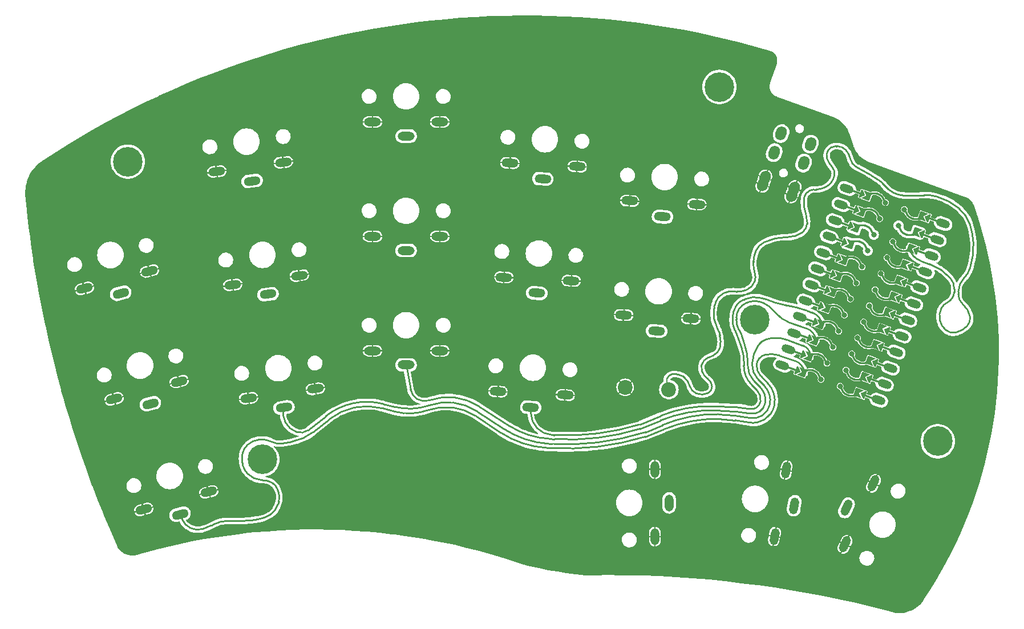
<source format=gbr>
%TF.GenerationSoftware,KiCad,Pcbnew,7.0.10*%
%TF.CreationDate,2024-03-11T00:33:33+01:00*%
%TF.ProjectId,test_reverse_controller,74657374-5f72-4657-9665-7273655f636f,rev?*%
%TF.SameCoordinates,Original*%
%TF.FileFunction,Copper,L2,Bot*%
%TF.FilePolarity,Positive*%
%FSLAX46Y46*%
G04 Gerber Fmt 4.6, Leading zero omitted, Abs format (unit mm)*
G04 Created by KiCad (PCBNEW 7.0.10) date 2024-03-11 00:33:33*
%MOMM*%
%LPD*%
G01*
G04 APERTURE LIST*
G04 Aperture macros list*
%AMHorizOval*
0 Thick line with rounded ends*
0 $1 width*
0 $2 $3 position (X,Y) of the first rounded end (center of the circle)*
0 $4 $5 position (X,Y) of the second rounded end (center of the circle)*
0 Add line between two ends*
20,1,$1,$2,$3,$4,$5,0*
0 Add two circle primitives to create the rounded ends*
1,1,$1,$2,$3*
1,1,$1,$4,$5*%
%AMRotRect*
0 Rectangle, with rotation*
0 The origin of the aperture is its center*
0 $1 length*
0 $2 width*
0 $3 Rotation angle, in degrees counterclockwise*
0 Add horizontal line*
21,1,$1,$2,0,0,$3*%
%AMFreePoly0*
4,1,6,0.600001,0.200000,0.000000,-0.400000,-0.600001,0.200000,-0.600000,0.400000,0.600000,0.400000,0.600001,0.200000,0.600001,0.200000,$1*%
%AMFreePoly1*
4,1,46,0.502067,2.709919,0.543353,2.644159,0.546226,2.566566,0.509919,2.497932,0.062564,2.016164,-0.008554,1.939468,-0.125584,1.766081,-0.214510,1.576735,-0.273208,1.375952,-0.300277,1.168523,-0.295071,0.959401,-0.257715,0.753576,-0.189099,0.555961,-0.090863,0.371275,-0.028162,0.287550,0.022037,0.220616,0.086104,0.207873,0.159099,0.159099,0.207873,0.086104,0.225000,0.000000,
0.207873,-0.086104,0.159099,-0.159099,0.086104,-0.207873,0.000000,-0.225000,-0.086104,-0.207873,-0.159099,-0.159099,-0.207873,-0.086104,-0.225000,0.000000,-0.217139,0.039519,-0.268166,0.107555,-0.268170,0.107565,-0.392750,0.300266,-0.489395,0.508396,-0.556229,0.727923,-0.591960,0.954598,-0.595897,1.184038,-0.567963,1.411807,-0.508699,1.633497,-0.419251,1.844821,-0.301349,2.041691,
-0.157278,2.220293,-0.157275,2.220300,0.290081,2.702067,0.355841,2.743353,0.433434,2.746226,0.502067,2.709919,0.502067,2.709919,$1*%
%AMFreePoly2*
4,1,6,0.600000,-0.250000,-0.600000,-0.250000,-0.600000,1.000000,0.000000,0.400000,0.600000,1.000001,0.600000,-0.250000,0.600000,-0.250000,$1*%
%AMFreePoly3*
4,1,46,0.086104,0.207873,0.159099,0.159099,0.207873,0.086104,0.225000,0.000000,0.217139,-0.039519,0.268166,-0.107555,0.268170,-0.107565,0.392750,-0.300266,0.489395,-0.508396,0.556229,-0.727923,0.591960,-0.954598,0.595897,-1.184038,0.567963,-1.411807,0.508699,-1.633497,0.419251,-1.844821,0.301349,-2.041691,0.157278,-2.220293,0.157275,-2.220300,-0.290081,-2.702068,-0.355841,-2.743353,
-0.433434,-2.746227,-0.502067,-2.709919,-0.543353,-2.644159,-0.546227,-2.566566,-0.509919,-2.497932,-0.062564,-2.016164,0.008554,-1.939468,0.125584,-1.766081,0.214510,-1.576735,0.273208,-1.375952,0.300277,-1.168523,0.295071,-0.959401,0.257715,-0.753576,0.189099,-0.555961,0.090863,-0.371275,0.028162,-0.287550,-0.022037,-0.220616,-0.086104,-0.207873,-0.159099,-0.159099,-0.207873,-0.086104,
-0.225000,0.000000,-0.207873,0.086104,-0.159099,0.159099,-0.086104,0.207873,0.000000,0.225000,0.086104,0.207873,0.086104,0.207873,$1*%
G04 Aperture macros list end*
%TA.AperFunction,ComponentPad*%
%ADD10HorizOval,1.600000X0.085505X0.234923X-0.085505X-0.234923X0*%
%TD*%
%TA.AperFunction,ComponentPad*%
%ADD11HorizOval,1.600000X-0.085505X-0.234923X0.085505X0.234923X0*%
%TD*%
%TA.AperFunction,ComponentPad*%
%ADD12HorizOval,1.600000X-0.068404X-0.187939X0.068404X0.187939X0*%
%TD*%
%TA.AperFunction,ComponentPad*%
%ADD13HorizOval,1.600000X0.068404X0.187939X-0.068404X-0.187939X0*%
%TD*%
%TA.AperFunction,ComponentPad*%
%ADD14O,2.500000X1.300000*%
%TD*%
%TA.AperFunction,ComponentPad*%
%ADD15HorizOval,1.200000X0.422862X-0.153909X-0.422862X0.153909X0*%
%TD*%
%TA.AperFunction,SMDPad,CuDef*%
%ADD16RotRect,0.300000X2.700000X70.000000*%
%TD*%
%TA.AperFunction,SMDPad,CuDef*%
%ADD17FreePoly0,70.000000*%
%TD*%
%TA.AperFunction,SMDPad,CuDef*%
%ADD18FreePoly0,250.000000*%
%TD*%
%TA.AperFunction,SMDPad,CuDef*%
%ADD19RotRect,0.300000X2.700000X250.000000*%
%TD*%
%TA.AperFunction,SMDPad,CuDef*%
%ADD20FreePoly1,250.000000*%
%TD*%
%TA.AperFunction,SMDPad,CuDef*%
%ADD21FreePoly2,70.000000*%
%TD*%
%TA.AperFunction,ComponentPad*%
%ADD22C,0.800000*%
%TD*%
%TA.AperFunction,SMDPad,CuDef*%
%ADD23FreePoly2,250.000000*%
%TD*%
%TA.AperFunction,SMDPad,CuDef*%
%ADD24FreePoly3,250.000000*%
%TD*%
%TA.AperFunction,ComponentPad*%
%ADD25HorizOval,1.300000X-0.599178X0.031402X0.599178X-0.031402X0*%
%TD*%
%TA.AperFunction,ComponentPad*%
%ADD26HorizOval,1.300000X-0.104189X-0.590885X0.104189X0.590885X0*%
%TD*%
%TA.AperFunction,ComponentPad*%
%ADD27HorizOval,1.300000X-0.594161X-0.083504X0.594161X0.083504X0*%
%TD*%
%TA.AperFunction,ComponentPad*%
%ADD28HorizOval,1.300000X-0.579555X-0.155291X0.579555X0.155291X0*%
%TD*%
%TA.AperFunction,ComponentPad*%
%ADD29C,4.400000*%
%TD*%
%TA.AperFunction,ComponentPad*%
%ADD30C,2.200000*%
%TD*%
%TA.AperFunction,ComponentPad*%
%ADD31HorizOval,1.300000X0.253571X0.543785X-0.253571X-0.543785X0*%
%TD*%
%TA.AperFunction,ComponentPad*%
%ADD32O,1.300000X2.500000*%
%TD*%
%TA.AperFunction,Conductor*%
%ADD33C,0.250000*%
%TD*%
G04 APERTURE END LIST*
D10*
%TO.P,J2,R1*%
%TO.N,Switch18*%
X154624171Y-72447981D03*
D11*
X158981788Y-74012741D03*
D10*
%TO.P,J2,R2*%
%TO.N,vcc*%
X155650231Y-69628903D03*
D11*
X160007849Y-71193663D03*
D12*
%TO.P,J2,S*%
%TO.N,gnd*%
X152914899Y-77231880D03*
D13*
X157202454Y-78813706D03*
D10*
%TO.P,J2,T*%
X153256090Y-76206752D03*
D11*
X157613708Y-77771511D03*
%TD*%
D14*
%TO.P,SW12,1*%
%TO.N,Switch12*%
X100000000Y-104000000D03*
%TO.P,SW12,2*%
%TO.N,gnd*%
X95000000Y-101900000D03*
X105000000Y-101900000D03*
%TD*%
D15*
%TO.P,U1,*%
%TO.N,*%
X165397879Y-77794453D03*
X164529147Y-80181272D03*
X163660416Y-82568092D03*
X162791685Y-84954911D03*
X161922954Y-87341730D03*
X161054223Y-89728549D03*
X160185492Y-92115369D03*
X159316760Y-94502188D03*
X158448029Y-96889007D03*
X157579298Y-99275826D03*
X155841836Y-104049465D03*
X156710568Y-101662646D03*
D16*
X166533591Y-78207819D03*
X165664860Y-80594638D03*
X164796129Y-82981457D03*
X163927398Y-85368276D03*
X163058666Y-87755096D03*
X162188909Y-90144734D03*
X161321204Y-92528734D03*
X160452473Y-94915554D03*
X159583742Y-97302373D03*
X158715011Y-99689192D03*
X157846279Y-102076011D03*
X156977548Y-104462831D03*
D17*
X167748136Y-78646684D03*
X166879405Y-81033504D03*
X166010674Y-83420323D03*
X165141943Y-85807142D03*
X164273212Y-88193961D03*
X163403454Y-90583600D03*
X162535749Y-92967600D03*
X161667018Y-95354419D03*
X160798287Y-97741239D03*
X159929556Y-100128058D03*
X159060825Y-102514877D03*
X158192093Y-104901696D03*
D18*
X177349164Y-82141173D03*
X176480432Y-84527992D03*
X175611701Y-86914811D03*
X174742970Y-89301630D03*
X173874239Y-91688450D03*
X173004482Y-94078088D03*
X172136777Y-96462088D03*
X171268046Y-98848907D03*
X170399314Y-101235727D03*
X169530583Y-103622546D03*
X168661852Y-106009365D03*
X167793121Y-108396184D03*
D19*
X178561657Y-82585677D03*
X177692925Y-84972496D03*
X176824194Y-87359315D03*
X175955463Y-89746134D03*
X175086732Y-92132954D03*
X174216975Y-94522592D03*
X173349270Y-96906592D03*
X172480539Y-99293411D03*
X171611807Y-101680231D03*
X170743076Y-104067050D03*
X169874345Y-106453869D03*
X169005614Y-108840688D03*
D15*
X179700000Y-83000000D03*
X178831269Y-85386820D03*
X177962538Y-87773638D03*
X177093807Y-90160458D03*
X176225076Y-92547277D03*
X175356344Y-94934096D03*
X174487614Y-97320914D03*
X173618882Y-99707735D03*
X172750151Y-102094554D03*
X171881420Y-104481373D03*
X171012689Y-106868192D03*
X170143957Y-109255013D03*
D20*
%TO.P,U1,1*%
%TO.N,Switch18*%
X168831692Y-78618588D03*
D21*
X168702864Y-78994177D03*
D22*
X171138085Y-79883717D03*
D20*
%TO.P,U1,2*%
%TO.N,Switch15*%
X167962961Y-81005407D03*
D21*
X167834133Y-81380996D03*
D22*
X170269354Y-82270537D03*
D20*
%TO.P,U1,3*%
%TO.N,gnd*%
X167094230Y-83392227D03*
D21*
X166965402Y-83767815D03*
D22*
X169400623Y-84657356D03*
D20*
%TO.P,U1,4*%
X166225499Y-85779046D03*
D21*
X166096670Y-86154635D03*
D22*
X168531891Y-87044175D03*
D20*
%TO.P,U1,5*%
%TO.N,Switch16*%
X165356768Y-88165865D03*
D21*
X165227939Y-88541454D03*
D22*
X167663160Y-89430994D03*
D20*
%TO.P,U1,6*%
%TO.N,Switch17*%
X164487010Y-90555503D03*
D21*
X164358182Y-90931092D03*
D22*
X166793403Y-91820633D03*
D20*
%TO.P,U1,7*%
%TO.N,Switch10*%
X163619305Y-92939504D03*
D21*
X163490477Y-93315092D03*
D22*
X165925698Y-94204633D03*
D20*
%TO.P,U1,8*%
%TO.N,Switch9*%
X162750574Y-95326323D03*
D21*
X162621746Y-95701912D03*
D22*
X165056967Y-96591452D03*
D20*
%TO.P,U1,9*%
%TO.N,Switch11*%
X161881843Y-97713142D03*
D21*
X161753015Y-98088731D03*
D22*
X164188236Y-98978271D03*
D20*
%TO.P,U1,10*%
%TO.N,Switch12*%
X161013112Y-100099961D03*
D21*
X160884283Y-100475550D03*
D22*
X163319504Y-101365091D03*
D20*
%TO.P,U1,11*%
%TO.N,Switch13*%
X160144381Y-102486781D03*
D21*
X160015552Y-102862369D03*
D22*
X162450773Y-103751910D03*
D20*
%TO.P,U1,12*%
%TO.N,Switch14*%
X159275649Y-104873600D03*
D21*
X159146821Y-105249189D03*
D22*
X161582042Y-106138729D03*
%TO.P,U1,13*%
%TO.N,Switch8*%
X164401120Y-107164790D03*
D23*
X166838393Y-108048692D03*
D24*
X166707513Y-108429919D03*
D22*
%TO.P,U1,14*%
%TO.N,Switch7*%
X165269851Y-104777970D03*
D23*
X167707124Y-105661873D03*
D24*
X167576244Y-106043100D03*
D22*
%TO.P,U1,15*%
%TO.N,Switch6*%
X166138582Y-102391151D03*
D23*
X168575855Y-103275054D03*
D24*
X168444975Y-103656281D03*
D22*
%TO.P,U1,16*%
%TO.N,Switch5*%
X167007313Y-100004332D03*
D23*
X169444587Y-100888234D03*
D24*
X169313706Y-101269461D03*
D22*
%TO.P,U1,17*%
%TO.N,Switch4*%
X167876045Y-97617513D03*
D23*
X170313318Y-98501415D03*
D24*
X170182437Y-98882642D03*
D22*
%TO.P,U1,18*%
%TO.N,Switch3*%
X168744776Y-95230693D03*
D23*
X171182049Y-96114596D03*
D24*
X171051169Y-96495823D03*
D22*
%TO.P,U1,19*%
%TO.N,Switch2*%
X169612481Y-92846693D03*
D23*
X172049754Y-93730596D03*
D24*
X171918874Y-94111823D03*
D22*
%TO.P,U1,20*%
%TO.N,Switch1*%
X170482238Y-90457055D03*
D23*
X172919511Y-91340957D03*
D24*
X172788631Y-91722184D03*
D22*
%TO.P,U1,21*%
%TO.N,vcc*%
X171350969Y-88070236D03*
D23*
X173788242Y-88954138D03*
D24*
X173657362Y-89335365D03*
D22*
%TO.P,U1,22*%
%TO.N,reset*%
X172219700Y-85683416D03*
D23*
X174656974Y-86567319D03*
D24*
X174526093Y-86948546D03*
D22*
%TO.P,U1,23*%
%TO.N,gnd*%
X173088432Y-83296597D03*
D23*
X175525705Y-84180499D03*
D24*
X175394824Y-84561727D03*
D22*
%TO.P,U1,24*%
%TO.N,raw*%
X173957163Y-80909778D03*
D23*
X176394436Y-81793680D03*
D24*
X176263556Y-82174907D03*
%TD*%
D25*
%TO.P,SW6,1*%
%TO.N,Switch6*%
X137163396Y-98958908D03*
%TO.P,SW6,2*%
%TO.N,gnd*%
X132280154Y-96600106D03*
X142266449Y-97123466D03*
%TD*%
D26*
%TO.P,SW16,1*%
%TO.N,Switch16*%
X157607582Y-124934414D03*
%TO.P,SW16,2*%
%TO.N,gnd*%
X154671245Y-129493792D03*
X156407726Y-119645714D03*
%TD*%
D27*
%TO.P,SW4,1*%
%TO.N,Switch4*%
X77134057Y-76665443D03*
%TO.P,SW4,2*%
%TO.N,gnd*%
X71890453Y-75281745D03*
X81793134Y-73890014D03*
%TD*%
D28*
%TO.P,SW14,1*%
%TO.N,Switch14*%
X66439924Y-126210739D03*
%TO.P,SW14,2*%
%TO.N,gnd*%
X61066775Y-125476390D03*
X70726034Y-122888200D03*
%TD*%
D29*
%TO.P,,*%
%TO.N,*%
X58700000Y-73800000D03*
%TD*%
D27*
%TO.P,SW9,1*%
%TO.N,Switch9*%
X79500000Y-93500000D03*
%TO.P,SW9,2*%
%TO.N,gnd*%
X74256396Y-92116302D03*
X84159077Y-90724571D03*
%TD*%
D25*
%TO.P,SW2,1*%
%TO.N,Switch2*%
X120286659Y-76358740D03*
%TO.P,SW2,2*%
%TO.N,gnd*%
X115403417Y-73999938D03*
X125389712Y-74523298D03*
%TD*%
D29*
%TO.P,,*%
%TO.N,*%
X146500000Y-62700000D03*
%TD*%
D27*
%TO.P,SW13,1*%
%TO.N,Switch13*%
X81865943Y-110334557D03*
%TO.P,SW13,2*%
%TO.N,gnd*%
X76622339Y-108950859D03*
X86525020Y-107559128D03*
%TD*%
D29*
%TO.P,,*%
%TO.N,*%
X178900000Y-115350000D03*
%TD*%
D30*
%TO.P,RSW2,1*%
%TO.N,reset*%
X138995546Y-107670092D03*
%TO.P,RSW2,2*%
%TO.N,gnd*%
X132504454Y-107329908D03*
%TD*%
D31*
%TO.P,SW15,1*%
%TO.N,Switch15*%
X165350000Y-125250000D03*
%TO.P,SW15,2*%
%TO.N,gnd*%
X169366338Y-121605960D03*
X165140155Y-130669038D03*
%TD*%
D29*
%TO.P,,*%
%TO.N,*%
X151750000Y-97275000D03*
%TD*%
D28*
%TO.P,SW5,1*%
%TO.N,Switch5*%
X57640076Y-93369261D03*
%TO.P,SW5,2*%
%TO.N,gnd*%
X52266927Y-92634912D03*
X61926186Y-90046722D03*
%TD*%
D29*
%TO.P,,*%
%TO.N,*%
X78650000Y-118050000D03*
%TD*%
D25*
%TO.P,SW7,1*%
%TO.N,Switch7*%
X119396947Y-93335442D03*
%TO.P,SW7,2*%
%TO.N,gnd*%
X114513705Y-90976640D03*
X124500000Y-91500000D03*
%TD*%
D14*
%TO.P,SW8,1*%
%TO.N,Switch8*%
X100000000Y-87000000D03*
%TO.P,SW8,2*%
%TO.N,gnd*%
X95000000Y-84900000D03*
X105000000Y-84900000D03*
%TD*%
D25*
%TO.P,SW1,1*%
%TO.N,Switch1*%
X138053107Y-81982206D03*
%TO.P,SW1,2*%
%TO.N,gnd*%
X133169865Y-79623404D03*
X143156160Y-80146764D03*
%TD*%
D14*
%TO.P,SW3,1*%
%TO.N,Switch3*%
X100000000Y-70000000D03*
%TO.P,SW3,2*%
%TO.N,gnd*%
X95000000Y-67900000D03*
X105000000Y-67900000D03*
%TD*%
D28*
%TO.P,SW10,1*%
%TO.N,Switch10*%
X62040000Y-109790000D03*
%TO.P,SW10,2*%
%TO.N,gnd*%
X56666851Y-109055651D03*
X66326110Y-106467461D03*
%TD*%
D32*
%TO.P,SW17,1*%
%TO.N,Switch17*%
X139026310Y-124510908D03*
%TO.P,SW17,2*%
%TO.N,gnd*%
X136926310Y-129510908D03*
X136926310Y-119510908D03*
%TD*%
D25*
%TO.P,SW11,1*%
%TO.N,Switch11*%
X118507236Y-110312144D03*
%TO.P,SW11,2*%
%TO.N,gnd*%
X113623994Y-107953342D03*
X123610289Y-108476702D03*
%TD*%
D33*
%TO.N,reset*%
X149077464Y-93091326D02*
X148684813Y-93061492D01*
X151556392Y-88574026D02*
X151548801Y-88708591D01*
X163940785Y-71498064D02*
X163739941Y-71503966D01*
X151739805Y-91590585D02*
G75*
G03*
X151761203Y-90402147I-1759105J626085D01*
G01*
X178760162Y-78990953D02*
G75*
G03*
X176854169Y-78777277I-1592862J-5600747D01*
G01*
X181959199Y-93503904D02*
G75*
G03*
X182650194Y-95023553I1973201J-19696D01*
G01*
X141740624Y-106345088D02*
G75*
G03*
X140326466Y-105408905I-1719224J-1060812D01*
G01*
X147138107Y-93340988D02*
G75*
G03*
X145892620Y-94761859I977793J-2113412D01*
G01*
X143891581Y-104885843D02*
G75*
G03*
X144698671Y-106022464I2301719J779543D01*
G01*
X139048167Y-105581662D02*
G75*
G03*
X138696153Y-106661074I606633J-794938D01*
G01*
X139949698Y-105351337D02*
G75*
G03*
X139048168Y-105581663I-179698J-1176163D01*
G01*
X145401295Y-107245681D02*
G75*
G03*
X144826119Y-106121875I-1495695J-56419D01*
G01*
X168966055Y-75790798D02*
G75*
G03*
X166928592Y-74658771I-12598855J-20276302D01*
G01*
X171056907Y-77396362D02*
G75*
G03*
X169869032Y-76351875I-3724807J-3038438D01*
G01*
X162494989Y-73400010D02*
G75*
G03*
X163273139Y-74665455I4055611J1621910D01*
G01*
X153167366Y-85759720D02*
G75*
G03*
X151897439Y-87083941I1068134J-2295380D01*
G01*
X181609054Y-99184953D02*
G75*
G03*
X183263902Y-98233542I-807054J3318653D01*
G01*
X180049975Y-98789922D02*
G75*
G03*
X181609055Y-99184959I1152725J1275322D01*
G01*
X142097639Y-107154210D02*
G75*
G03*
X141740597Y-106345105I-3107139J-887790D01*
G01*
X142098301Y-107156454D02*
G75*
G03*
X143090475Y-108258475I1623199J463754D01*
G01*
X179220701Y-97407679D02*
G75*
G03*
X180049995Y-98789900I2685399J671279D01*
G01*
X179458962Y-95535156D02*
G75*
G03*
X179220673Y-97407686I2283738J-1242044D01*
G01*
X182797671Y-91102309D02*
G75*
G03*
X183693626Y-89629617I-2575571J2575809D01*
G01*
X182797701Y-91102339D02*
G75*
G03*
X181963367Y-93088388I2014499J-2014561D01*
G01*
X146364572Y-98994929D02*
G75*
G03*
X146120699Y-98380864I-3033972J-849471D01*
G01*
X162224782Y-77595508D02*
G75*
G03*
X163581511Y-75784753I-1155882J2279708D01*
G01*
X163581547Y-75784760D02*
G75*
G03*
X163273138Y-74665456I-1302847J243160D01*
G01*
X180780208Y-91116781D02*
G75*
G03*
X177725878Y-89028907I-5534408J-4818219D01*
G01*
X174678716Y-86661510D02*
G75*
G03*
X176341308Y-88531685I2545684J589010D01*
G01*
X162628260Y-72120071D02*
G75*
G03*
X162495001Y-73400005I1149940J-766629D01*
G01*
X163739941Y-71503978D02*
G75*
G03*
X162628279Y-72120083I40659J-1384322D01*
G01*
X181347538Y-92705398D02*
G75*
G03*
X180780202Y-91116786I-2311538J70098D01*
G01*
X181982448Y-80686896D02*
G75*
G03*
X178760689Y-78991114I-5639948J-6806804D01*
G01*
X165926980Y-73384911D02*
G75*
G03*
X166891192Y-74640320I1756920J351411D01*
G01*
X159029193Y-79658002D02*
G75*
G03*
X159336697Y-81583568I5220807J-153598D01*
G01*
X150562198Y-92844759D02*
G75*
G03*
X151739792Y-91590581I-846198J1974459D01*
G01*
X165252499Y-72052715D02*
G75*
G03*
X163943046Y-71497999I-1259299J-1149785D01*
G01*
X165926987Y-73384910D02*
G75*
G03*
X165252488Y-72052725I-2731987J-546390D01*
G01*
X144207122Y-103348574D02*
G75*
G03*
X143891577Y-104885845I1157078J-1038526D01*
G01*
X144842935Y-102890221D02*
G75*
G03*
X144207082Y-103348539I732065J-1685879D01*
G01*
X156600684Y-85014887D02*
G75*
G03*
X153167374Y-85759738I-65984J-7981013D01*
G01*
X156600684Y-85014889D02*
G75*
G03*
X158817216Y-84307549I30816J3729989D01*
G01*
X180301935Y-94741842D02*
G75*
G03*
X179458954Y-95535151I785065J-1678758D01*
G01*
X180301921Y-94741812D02*
G75*
G03*
X181333375Y-93173649I-758821J1622412D01*
G01*
X159342339Y-78546739D02*
G75*
G03*
X159035361Y-79447738I1308061J-948461D01*
G01*
X183688556Y-96852089D02*
G75*
G03*
X182650194Y-95023553I-3046856J-521111D01*
G01*
X183263905Y-98233545D02*
G75*
G03*
X183688517Y-96852096I-1155505J1111145D01*
G01*
X148684813Y-93061487D02*
G75*
G03*
X147138094Y-93340960I-236413J-3111413D01*
G01*
X149077465Y-93091308D02*
G75*
G03*
X150562203Y-92844770I239435J3152108D01*
G01*
X183672478Y-83141217D02*
G75*
G03*
X181982944Y-80687299I-5178278J-1756683D01*
G01*
X145661128Y-95772574D02*
G75*
G03*
X146120700Y-98380864I4319072J-583626D01*
G01*
X145749990Y-95219791D02*
G75*
G03*
X145713750Y-95383255I954710J-297409D01*
G01*
X145665848Y-102532921D02*
G75*
G03*
X146565139Y-101475663I-627248J1444621D01*
G01*
X146565125Y-101475659D02*
G75*
G03*
X146542540Y-99630504I-3468725J880259D01*
G01*
X143090487Y-108258446D02*
G75*
G03*
X144867736Y-108168298I791313J1963546D01*
G01*
X144867729Y-108168285D02*
G75*
G03*
X145401251Y-107245683I-465729J884885D01*
G01*
X171056905Y-77396363D02*
G75*
G03*
X173743361Y-78824396I3041895J2481563D01*
G01*
X173749515Y-78824958D02*
G75*
G03*
X175402696Y-78855432I1037185J11409458D01*
G01*
X184188480Y-85882020D02*
G75*
G03*
X183672468Y-83141221I-9912080J-447180D01*
G01*
X183694017Y-89628436D02*
G75*
G03*
X184188538Y-85883426I-10259017J3259836D01*
G01*
X151548794Y-88708591D02*
G75*
G03*
X151761205Y-90402147I4730306J-266809D01*
G01*
X151897426Y-87083936D02*
G75*
G03*
X151556393Y-88574026I4203274J-1746064D01*
G01*
X160512002Y-77939763D02*
G75*
G03*
X159342355Y-78546751I20398J-1469737D01*
G01*
X160846610Y-77935134D02*
G75*
G03*
X162224792Y-77595527I-43710J3143634D01*
G01*
X158817219Y-84307553D02*
G75*
G03*
X159496536Y-83070509I-965519J1335253D01*
G01*
X159512537Y-82802389D02*
G75*
G03*
X159336695Y-81583568I-3049837J182089D01*
G01*
X145665848Y-102532921D02*
X144842942Y-102890236D01*
X183693627Y-89629617D02*
X183694003Y-89628432D01*
X181347564Y-92705399D02*
X181333376Y-93173649D01*
X159035361Y-79447738D02*
X159029177Y-79658002D01*
X176854169Y-78777276D02*
X175402696Y-78855432D01*
X142098275Y-107156461D02*
X142097632Y-107154212D01*
X176341308Y-88531685D02*
X177725878Y-89028906D01*
X173749515Y-78824955D02*
X173743361Y-78824396D01*
X159512543Y-82802389D02*
X159496536Y-83070509D01*
X163943046Y-71497998D02*
X163940785Y-71498064D01*
X160846610Y-77935117D02*
X160512002Y-77939763D01*
X145892619Y-94761859D02*
X145749984Y-95219789D01*
X144698671Y-106022464D02*
X144826120Y-106121874D01*
X184188538Y-85883426D02*
X184188475Y-85882020D01*
X174656974Y-86567319D02*
X174678763Y-86661499D01*
X166928592Y-74658771D02*
X166891192Y-74640321D01*
X140326466Y-105408904D02*
X139949697Y-105351343D01*
X146364580Y-98994927D02*
X146542541Y-99630504D01*
X145713749Y-95383255D02*
X145661138Y-95772575D01*
X181959211Y-93503904D02*
X181963366Y-93088388D01*
X178760689Y-78991114D02*
X178760159Y-78990963D01*
X181982945Y-80687298D02*
X181982453Y-80686890D01*
X169869032Y-76351875D02*
X168966053Y-75790801D01*
X138696152Y-106661074D02*
X138995546Y-107670092D01*
%TO.N,Switch11*%
X161753049Y-98088727D02*
G75*
G03*
X160257910Y-96225132I-2272049J-291273D01*
G01*
X154769538Y-94750231D02*
G75*
G03*
X156313974Y-95135199I2808862J7978231D01*
G01*
X159404467Y-95917439D02*
G75*
G03*
X156318708Y-95135917I-5517867J-15304061D01*
G01*
X160257910Y-96225131D02*
X159404471Y-95917428D01*
X156318708Y-95135916D02*
X156313974Y-95135200D01*
%TO.N,Switch14*%
X120835442Y-116329369D02*
X121301684Y-116357998D01*
X135845208Y-114560607D02*
X135398371Y-114696837D01*
%TO.N,Switch12*%
X154993016Y-96403771D02*
X154992630Y-96403288D01*
%TO.N,Switch11*%
X150951794Y-110547578D02*
G75*
G03*
X152598181Y-109431755I304406J1323378D01*
G01*
X152598140Y-109431748D02*
G75*
G03*
X152054139Y-107741009I-1958140J302848D01*
G01*
X150112291Y-104115365D02*
G75*
G03*
X151245040Y-106916644I3956609J-29735D01*
G01*
%TO.N,Switch13*%
X150970070Y-111875329D02*
G75*
G03*
X153979859Y-109891001I520530J2485229D01*
G01*
%TO.N,Switch11*%
X150117451Y-103431225D02*
G75*
G03*
X149783859Y-101478334I-5635251J42325D01*
G01*
%TO.N,Switch14*%
X150765358Y-112538224D02*
G75*
G03*
X148864404Y-112241466I-3125458J-13783976D01*
G01*
%TO.N,Switch13*%
X150952551Y-111871653D02*
G75*
G03*
X148576296Y-111522284I-4072051J-19440547D01*
G01*
X153979864Y-109891002D02*
G75*
G03*
X153176124Y-107129297I-3042664J612302D01*
G01*
%TO.N,Switch14*%
X153296666Y-102492228D02*
G75*
G03*
X152018061Y-104027671I372734J-1610472D01*
G01*
%TO.N,Switch13*%
X151345606Y-103887403D02*
G75*
G03*
X152192260Y-106104435I3043794J-107797D01*
G01*
X152268679Y-101080373D02*
G75*
G03*
X151345579Y-103887402I4376821J-2994627D01*
G01*
%TO.N,Switch14*%
X152018107Y-104027673D02*
G75*
G03*
X152631924Y-105658847I2207393J-100427D01*
G01*
X150769759Y-112539229D02*
G75*
G03*
X154649991Y-110023823I714041J3149029D01*
G01*
X154649948Y-110023814D02*
G75*
G03*
X153701192Y-106771937I-3586648J717914D01*
G01*
%TO.N,Switch13*%
X153426720Y-100215838D02*
G75*
G03*
X152268688Y-101080379I684680J-2124962D01*
G01*
%TO.N,Switch12*%
X153295343Y-109663226D02*
G75*
G03*
X152577459Y-107352524I-2626643J450826D01*
G01*
%TO.N,Switch11*%
X150951775Y-110547663D02*
G75*
G03*
X148771186Y-110262007I-2575875J-11197537D01*
G01*
%TO.N,Switch12*%
X150716730Y-104138739D02*
G75*
G03*
X151555634Y-106303808I2960470J-97961D01*
G01*
X150716707Y-104138738D02*
G75*
G03*
X150162975Y-100719826I-8995707J297338D01*
G01*
%TO.N,Switch13*%
X156456478Y-100265178D02*
G75*
G03*
X153426719Y-100215835I-1587378J-4426922D01*
G01*
%TO.N,Switch14*%
X155369294Y-102593474D02*
G75*
G03*
X153296678Y-102492281I-1214794J-3605126D01*
G01*
%TO.N,Switch12*%
X150958931Y-111225404D02*
G75*
G03*
X148715640Y-110907731I-3067631J-13582996D01*
G01*
X150958924Y-111225435D02*
G75*
G03*
X153295305Y-109663220I426776J1889935D01*
G01*
%TO.N,Switch11*%
X150117434Y-103431225D02*
X150112290Y-104115365D01*
X149125001Y-99650002D02*
X149783859Y-101478334D01*
X151245040Y-106916644D02*
X152054139Y-107741009D01*
%TO.N,Switch13*%
X150970072Y-111875319D02*
X150952552Y-111871649D01*
%TO.N,Switch14*%
X152631924Y-105658847D02*
X153701192Y-106771937D01*
X150769761Y-112539219D02*
X150765359Y-112538221D01*
X148864404Y-112241466D02*
X146359806Y-112023661D01*
%TO.N,Switch13*%
X152192259Y-106104436D02*
X153176125Y-107129296D01*
X148576296Y-111522284D02*
X146309425Y-111328038D01*
%TO.N,Switch12*%
X151555634Y-106303808D02*
X152577459Y-107352524D01*
X149674957Y-99400023D02*
X150162975Y-100719826D01*
X148715640Y-110907731D02*
X146013051Y-110747463D01*
%TO.N,Switch11*%
X148771186Y-110262007D02*
X145655391Y-110154763D01*
%TO.N,Switch12*%
X149337841Y-98713196D02*
X149674957Y-99400023D01*
%TO.N,Switch11*%
X145654494Y-110154745D02*
G75*
G03*
X137802543Y-111560391I-708394J-18676255D01*
G01*
%TO.N,Switch14*%
X146359806Y-112023661D02*
G75*
G03*
X138300681Y-113557591I-240406J-20674839D01*
G01*
%TO.N,Switch13*%
X146308518Y-111328040D02*
G75*
G03*
X138073426Y-112929206I-255818J-20662160D01*
G01*
%TO.N,Switch12*%
X146012385Y-110747446D02*
G75*
G03*
X137750274Y-112260182I-471485J-20743854D01*
G01*
%TO.N,Switch11*%
X134713004Y-112838307D02*
X137802543Y-111560391D01*
X145654495Y-110154729D02*
X145655391Y-110154763D01*
%TO.N,Switch12*%
X122063331Y-115032190D02*
X121283858Y-114987649D01*
X149337549Y-98712601D02*
X149337841Y-98713196D01*
X150762673Y-94683914D02*
X150539455Y-94768792D01*
X153988042Y-95418496D02*
X153749127Y-95235043D01*
X134676626Y-113505330D02*
X134663702Y-113509294D01*
X137750274Y-112260181D02*
X134676626Y-113505330D01*
X160884283Y-100475550D02*
X160830589Y-100215044D01*
X115235692Y-113017436D02*
G75*
G03*
X121283858Y-114987648I6759708J10482536D01*
G01*
X100658135Y-107649652D02*
G75*
G03*
X103446542Y-109267355I2081165J375252D01*
G01*
X110736351Y-110115923D02*
G75*
G03*
X103446542Y-109267357I-4508051J-6990777D01*
G01*
X149015153Y-96979460D02*
X149011101Y-97259054D01*
X160830572Y-100215047D02*
G75*
G03*
X159381968Y-98551081I-2201072J-453653D01*
G01*
X146013051Y-110747463D02*
X146012385Y-110747448D01*
X154992999Y-96403785D02*
G75*
G03*
X156640913Y-97577100I2884801J2307785D01*
G01*
X100658133Y-107649652D02*
X100000000Y-104000000D01*
X154992631Y-96403288D02*
G75*
G03*
X153988042Y-95418496I-4564831J-3651812D01*
G01*
X122063332Y-115032176D02*
G75*
G03*
X134663702Y-113509294I2052068J35910476D01*
G01*
X153749129Y-95235040D02*
G75*
G03*
X152418013Y-94589099I-2234329J-2909860D01*
G01*
X150539454Y-94768790D02*
G75*
G03*
X149383153Y-95722335I831046J-2185610D01*
G01*
X149011086Y-97259054D02*
G75*
G03*
X149337549Y-98712601I3193214J-46246D01*
G01*
X159381968Y-98551080D02*
X156640913Y-97577101D01*
X152418008Y-94589118D02*
G75*
G03*
X150762673Y-94683915I-677708J-2665982D01*
G01*
X149383153Y-95722335D02*
G75*
G03*
X149015153Y-96979460I2084647J-1292665D01*
G01*
X115235704Y-113017417D02*
X110736332Y-110115952D01*
%TO.N,Switch13*%
X135468564Y-114019652D02*
X138073426Y-112929205D01*
X146308518Y-111328026D02*
X146309425Y-111328038D01*
%TO.N,Switch14*%
X135845208Y-114560607D02*
X138300681Y-113557590D01*
%TO.N,Switch11*%
X152784724Y-94083997D02*
G75*
G03*
X150268661Y-94230826I-1056124J-3533303D01*
G01*
X150107325Y-94300377D02*
X150268661Y-94230826D01*
X152784717Y-94084021D02*
X153397865Y-94267300D01*
X150107314Y-94300347D02*
G75*
G03*
X148967585Y-95242708I795786J-2122853D01*
G01*
X121641225Y-114407062D02*
X122027755Y-114426388D01*
X148445484Y-97230644D02*
X148451371Y-96995154D01*
X149125001Y-99650002D02*
X148753516Y-98800893D01*
X122027755Y-114426398D02*
G75*
G03*
X134693763Y-112844226I1838545J36771298D01*
G01*
X153397865Y-94267300D02*
X154769540Y-94750224D01*
X148445482Y-97230644D02*
G75*
G03*
X148753516Y-98800893I3686518J-92156D01*
G01*
X134693763Y-112844227D02*
X134713004Y-112838307D01*
X118505729Y-111104858D02*
G75*
G03*
X121641225Y-114407061I3300271J-6042D01*
G01*
X118507236Y-110312144D02*
X118505779Y-111104858D01*
X148967598Y-95242716D02*
G75*
G03*
X148451372Y-96995154I3016302J-1840784D01*
G01*
%TO.N,Switch13*%
X159988349Y-102541192D02*
G75*
G03*
X158916392Y-101147293I-1621049J-137508D01*
G01*
%TO.N,Switch14*%
X159132986Y-105146949D02*
G75*
G03*
X157661841Y-103365947I-2170586J-294851D01*
G01*
X157661841Y-103365947D02*
X155369298Y-102593461D01*
X159146821Y-105249189D02*
X159132937Y-105146956D01*
%TO.N,Switch13*%
X158916392Y-101147292D02*
X156456470Y-100265200D01*
X160015552Y-102862369D02*
X159988311Y-102541195D01*
X98301469Y-110235931D02*
X96560344Y-109790977D01*
X81849326Y-110394553D02*
X81865943Y-110334557D01*
X114395210Y-113450236D02*
X110530570Y-110898823D01*
X135474551Y-114017779D02*
X135468564Y-114019652D01*
X88128645Y-111585656D02*
X85474190Y-113687100D01*
X83763238Y-113987751D02*
G75*
G03*
X85474190Y-113687100I577462J1732451D01*
G01*
X96560338Y-109791001D02*
G75*
G03*
X88128645Y-111585656I-2404338J-9408199D01*
G01*
X114395200Y-113450251D02*
G75*
G03*
X121213037Y-115736283I7705900J11672251D01*
G01*
X110530569Y-110898824D02*
G75*
G03*
X103432195Y-110015743I-4440969J-6726776D01*
G01*
X121213036Y-115736298D02*
G75*
G03*
X135468564Y-114019652I2500064J39288098D01*
G01*
X98301467Y-110235939D02*
G75*
G03*
X103432195Y-110015741I2200533J8610839D01*
G01*
X81849294Y-110394544D02*
G75*
G03*
X83763239Y-113987746I2848706J-788956D01*
G01*
%TO.N,Switch14*%
X78412469Y-121096736D02*
X78930778Y-121141807D01*
X66737931Y-126927261D02*
X66439924Y-126210739D01*
X79820916Y-126268819D02*
X79820344Y-126269189D01*
X74008545Y-127200570D02*
X73819211Y-127187947D01*
X98276660Y-110932911D02*
X96414112Y-110440513D01*
X113981480Y-114031279D02*
X110307200Y-111593885D01*
X80910347Y-122495982D02*
X81057262Y-122912243D01*
X81099635Y-124301277D02*
X80987650Y-124693224D01*
X78032724Y-126938183D02*
X76979739Y-127088609D01*
X83053611Y-115405621D02*
X81545027Y-115669621D01*
X88606193Y-112075901D02*
X86188117Y-113997114D01*
X71341519Y-127737164D02*
X71168936Y-127832085D01*
X121301685Y-116357986D02*
G75*
G03*
X135398371Y-114696837I2448115J39868586D01*
G01*
X76481722Y-115863040D02*
G75*
G03*
X75718708Y-117170496I1753278J-1899560D01*
G01*
X79820904Y-126268800D02*
G75*
G03*
X80987649Y-124693224I-1515304J2341900D01*
G01*
X78032723Y-126938175D02*
G75*
G03*
X79820344Y-126269189I-629123J4403975D01*
G01*
X75718693Y-117170493D02*
G75*
G03*
X75784757Y-119011219I3397607J-799607D01*
G01*
X74008545Y-127200572D02*
G75*
G03*
X76979739Y-127088609I950455J14257172D01*
G01*
X75784769Y-119011215D02*
G75*
G03*
X76510381Y-120210381I2799931J875115D01*
G01*
X96414103Y-110440548D02*
G75*
G03*
X88606193Y-112075901I-2273803J-8600752D01*
G01*
X80910315Y-122495993D02*
G75*
G03*
X80166724Y-121560642I-1726515J-609307D01*
G01*
X78172644Y-115102714D02*
G75*
G03*
X76481715Y-115863032I290756J-2907086D01*
G01*
X80123500Y-115461750D02*
G75*
G03*
X78172646Y-115102735I-1595800J-3191550D01*
G01*
X76510376Y-120210386D02*
G75*
G03*
X78412469Y-121096735I2167624J2167586D01*
G01*
X98276654Y-110932934D02*
G75*
G03*
X103259772Y-110727177I2158646J8165534D01*
G01*
X73819211Y-127187950D02*
G75*
G03*
X71341519Y-127737164I-300511J-4507750D01*
G01*
X69764052Y-128403027D02*
G75*
G03*
X71168936Y-127832085I-1729752J6270227D01*
G01*
X80123490Y-115461769D02*
G75*
G03*
X81545027Y-115669621I1026010J2052069D01*
G01*
X66737964Y-126927247D02*
G75*
G03*
X69764050Y-128403019I2349436J977147D01*
G01*
X110307189Y-111593902D02*
G75*
G03*
X103259772Y-110727178I-4391089J-6619398D01*
G01*
X81099650Y-124301281D02*
G75*
G03*
X81057262Y-122912243I-2198350J628081D01*
G01*
X83053610Y-115405614D02*
G75*
G03*
X86188116Y-113997113I-1201510J6865914D01*
G01*
X113981489Y-114031265D02*
G75*
G03*
X120835442Y-116329368I7708411J11620065D01*
G01*
X80166734Y-121560626D02*
G75*
G03*
X78930778Y-121141807I-1473734J-2315974D01*
G01*
%TD*%
%TA.AperFunction,Conductor*%
%TO.N,gnd*%
G36*
X119076003Y-52092821D02*
G01*
X119076933Y-52092832D01*
X121287269Y-52136461D01*
X121288281Y-52136490D01*
X123497597Y-52217865D01*
X123498537Y-52217908D01*
X125706061Y-52337001D01*
X125707030Y-52337061D01*
X127912239Y-52493842D01*
X127913303Y-52493927D01*
X130115407Y-52688340D01*
X130116470Y-52688443D01*
X130929289Y-52774216D01*
X132314953Y-52920439D01*
X132315986Y-52920557D01*
X134510299Y-53190082D01*
X134511147Y-53190193D01*
X136700647Y-53497172D01*
X136701538Y-53497305D01*
X138885342Y-53841613D01*
X138886271Y-53841768D01*
X141063885Y-54223325D01*
X141064850Y-54223502D01*
X143235640Y-54642197D01*
X143236564Y-54642383D01*
X145399878Y-55098092D01*
X145400832Y-55098301D01*
X147556030Y-55590886D01*
X147557029Y-55591124D01*
X149703419Y-56120427D01*
X149704371Y-56120670D01*
X151841553Y-56686593D01*
X151842433Y-56686834D01*
X153966820Y-57288378D01*
X153972469Y-57290273D01*
X154171852Y-57367930D01*
X154179753Y-57371664D01*
X154365154Y-57475721D01*
X154372461Y-57480523D01*
X154541522Y-57609436D01*
X154548088Y-57615213D01*
X154697496Y-57766457D01*
X154703191Y-57773092D01*
X154830034Y-57943717D01*
X154834742Y-57951074D01*
X154870271Y-58016228D01*
X154936530Y-58137738D01*
X154940169Y-58145690D01*
X155014902Y-58344721D01*
X155017396Y-58353102D01*
X155063620Y-58560622D01*
X155064919Y-58569270D01*
X155081725Y-58781203D01*
X155081805Y-58789948D01*
X155068866Y-59002161D01*
X155067725Y-59010827D01*
X155025354Y-59218847D01*
X155023081Y-59227080D01*
X154025966Y-62065271D01*
X154025150Y-62066815D01*
X154020214Y-62081619D01*
X154019893Y-62082557D01*
X154017063Y-62090612D01*
X154016568Y-62092704D01*
X153984057Y-62190163D01*
X153984055Y-62190172D01*
X153942766Y-62413822D01*
X153942765Y-62413828D01*
X153932911Y-62641036D01*
X153954684Y-62867432D01*
X154007665Y-63088616D01*
X154090816Y-63300285D01*
X154090822Y-63300297D01*
X154090823Y-63300299D01*
X154179890Y-63458216D01*
X154202551Y-63498393D01*
X154202555Y-63498400D01*
X154340692Y-63679072D01*
X154502567Y-63838830D01*
X154502567Y-63838831D01*
X154538777Y-63865768D01*
X154685048Y-63974581D01*
X154884600Y-64083694D01*
X154927798Y-64100000D01*
X154980845Y-64120024D01*
X154982090Y-64120629D01*
X154990820Y-64123796D01*
X154991470Y-64124036D01*
X154998740Y-64126782D01*
X154998740Y-64126781D01*
X155006637Y-64129764D01*
X155008049Y-64130045D01*
X162826769Y-66966247D01*
X163367733Y-67162479D01*
X163367732Y-67162481D01*
X163367747Y-67162484D01*
X163371122Y-67163709D01*
X163373728Y-67164722D01*
X163700537Y-67300220D01*
X163705635Y-67302608D01*
X164017677Y-67466309D01*
X164022525Y-67469137D01*
X164199710Y-67583521D01*
X164318580Y-67660259D01*
X164323168Y-67663522D01*
X164600822Y-67880506D01*
X164605081Y-67884155D01*
X164862078Y-68125238D01*
X164866003Y-68129266D01*
X165082965Y-68373060D01*
X165100266Y-68392500D01*
X165103815Y-68396869D01*
X165313438Y-68680110D01*
X165316580Y-68684782D01*
X165499861Y-68985730D01*
X165502569Y-68990665D01*
X165658035Y-69306898D01*
X165660286Y-69312052D01*
X165707122Y-69433956D01*
X165787061Y-69642024D01*
X165788012Y-69644675D01*
X166355718Y-71347792D01*
X166355715Y-71347830D01*
X166421479Y-71545016D01*
X166514042Y-71756914D01*
X166566750Y-71877576D01*
X166741350Y-72195715D01*
X166791618Y-72270464D01*
X166943863Y-72496854D01*
X167172652Y-72778556D01*
X167172665Y-72778571D01*
X167418954Y-73031445D01*
X167425853Y-73038528D01*
X167696978Y-73270862D01*
X167701424Y-73274672D01*
X167888717Y-73407932D01*
X167997111Y-73485056D01*
X167997113Y-73485057D01*
X167997121Y-73485063D01*
X168177713Y-73590467D01*
X168310533Y-73667989D01*
X168310536Y-73667990D01*
X168310542Y-73667994D01*
X168447396Y-73732126D01*
X168639142Y-73821982D01*
X168798479Y-73879838D01*
X168798504Y-73879850D01*
X168804928Y-73882181D01*
X168804929Y-73882182D01*
X183012981Y-79038646D01*
X183058850Y-79055293D01*
X183064698Y-79057758D01*
X183270301Y-79157080D01*
X183276057Y-79160246D01*
X183469453Y-79280320D01*
X183470183Y-79280773D01*
X183475583Y-79284534D01*
X183655935Y-79424861D01*
X183660900Y-79429164D01*
X183825448Y-79587713D01*
X183829937Y-79592521D01*
X183964784Y-79753152D01*
X183976854Y-79767530D01*
X183980821Y-79772798D01*
X183982629Y-79775481D01*
X184108462Y-79962303D01*
X184111854Y-79967962D01*
X184217585Y-80167560D01*
X184221541Y-80176736D01*
X184657019Y-81460295D01*
X184714196Y-81628824D01*
X184723724Y-81656906D01*
X184724185Y-81658317D01*
X185192834Y-83155613D01*
X185193260Y-83157034D01*
X185626202Y-84664969D01*
X185626595Y-84666401D01*
X186023619Y-86184238D01*
X186023977Y-86185678D01*
X186384839Y-87712486D01*
X186385163Y-87713935D01*
X186625567Y-88851076D01*
X186708803Y-89244798D01*
X186709661Y-89248854D01*
X186709950Y-89250304D01*
X186811959Y-89796626D01*
X186997917Y-90792552D01*
X186998172Y-90794014D01*
X187249426Y-92342610D01*
X187249647Y-92344078D01*
X187464067Y-93898280D01*
X187464252Y-93899753D01*
X187641699Y-95458561D01*
X187641849Y-95460038D01*
X187782226Y-97022572D01*
X187782342Y-97024051D01*
X187885580Y-98589565D01*
X187885660Y-98591047D01*
X187951693Y-100158566D01*
X187951737Y-100160050D01*
X187980527Y-101728610D01*
X187980537Y-101730094D01*
X187972069Y-103298981D01*
X187972043Y-103300465D01*
X187926325Y-104868623D01*
X187926265Y-104870106D01*
X187843318Y-106436820D01*
X187843222Y-106438302D01*
X187723093Y-108002612D01*
X187722961Y-108004090D01*
X187565727Y-109565022D01*
X187565561Y-109566497D01*
X187371298Y-111123305D01*
X187371097Y-111124775D01*
X187139921Y-112676525D01*
X187139685Y-112677991D01*
X186871723Y-114223833D01*
X186871452Y-114225292D01*
X186566858Y-115764327D01*
X186566552Y-115765780D01*
X186225509Y-117297094D01*
X186225170Y-117298538D01*
X185847835Y-118821423D01*
X185847460Y-118822860D01*
X185434092Y-120336265D01*
X185433684Y-120337692D01*
X184984495Y-121840856D01*
X184984054Y-121842273D01*
X184499267Y-123334435D01*
X184498791Y-123335841D01*
X183978741Y-124815970D01*
X183978233Y-124817364D01*
X183423156Y-126284801D01*
X183422614Y-126286183D01*
X182832870Y-127739965D01*
X182832296Y-127741334D01*
X182208174Y-129180752D01*
X182207567Y-129182107D01*
X181549464Y-130606244D01*
X181548826Y-130607584D01*
X180857049Y-132015777D01*
X180856378Y-132017101D01*
X180131409Y-133408371D01*
X180130708Y-133409679D01*
X179372877Y-134783389D01*
X179372145Y-134784680D01*
X178581897Y-136140026D01*
X178581134Y-136141299D01*
X177758942Y-137477466D01*
X177758149Y-137478721D01*
X176913490Y-138781062D01*
X176912284Y-138782427D01*
X176904353Y-138795111D01*
X176902890Y-138797343D01*
X176687722Y-139110811D01*
X176684498Y-139115101D01*
X176444077Y-139407927D01*
X176440496Y-139411925D01*
X176175840Y-139683045D01*
X176171930Y-139686721D01*
X175885000Y-139934131D01*
X175880789Y-139937457D01*
X175573690Y-140159342D01*
X175569209Y-140162296D01*
X175244196Y-140357024D01*
X175239478Y-140359582D01*
X174898961Y-140525709D01*
X174894042Y-140527852D01*
X174540538Y-140664152D01*
X174535452Y-140665866D01*
X174171562Y-140771336D01*
X174166348Y-140772608D01*
X173794731Y-140846477D01*
X173789427Y-140847296D01*
X173412856Y-140889010D01*
X173407502Y-140889371D01*
X173028747Y-140898627D01*
X173023381Y-140898528D01*
X172650458Y-140875578D01*
X172638070Y-140873553D01*
X171462818Y-140557584D01*
X169086275Y-139956527D01*
X166701032Y-139391003D01*
X164307514Y-138861116D01*
X161906470Y-138367030D01*
X159498331Y-137908833D01*
X157083546Y-137486612D01*
X157083539Y-137486610D01*
X157083534Y-137486610D01*
X154662744Y-137100476D01*
X152236460Y-136750511D01*
X151281345Y-136627266D01*
X149805267Y-136436798D01*
X149805230Y-136436793D01*
X149805224Y-136436793D01*
X147369578Y-136159392D01*
X147369562Y-136159390D01*
X147369532Y-136159387D01*
X144930076Y-135918371D01*
X142487228Y-135713780D01*
X140041598Y-135545668D01*
X137593733Y-135414072D01*
X135144179Y-135319020D01*
X132693545Y-135260537D01*
X132693536Y-135260536D01*
X132693498Y-135260536D01*
X131638545Y-135251108D01*
X130242177Y-135238629D01*
X127790823Y-135253307D01*
X126571040Y-135278818D01*
X126563087Y-135278478D01*
X125196904Y-135132375D01*
X125195415Y-135132197D01*
X123828655Y-134952784D01*
X123827172Y-134952571D01*
X122465120Y-134740431D01*
X122463641Y-134740183D01*
X121107010Y-134495427D01*
X121105538Y-134495143D01*
X119755196Y-134217927D01*
X119753732Y-134217608D01*
X118410437Y-133908089D01*
X118408980Y-133907735D01*
X117075878Y-133566697D01*
X117071085Y-133565264D01*
X116190060Y-133262992D01*
X114409640Y-132691350D01*
X114356673Y-132675496D01*
X167267658Y-132675496D01*
X167277667Y-132885594D01*
X167277667Y-132885600D01*
X167327258Y-133090014D01*
X167414635Y-133281344D01*
X167414637Y-133281346D01*
X167506023Y-133409679D01*
X167536645Y-133452682D01*
X167536649Y-133452688D01*
X167688877Y-133597837D01*
X167715465Y-133614924D01*
X167865830Y-133711557D01*
X168061104Y-133789734D01*
X168267645Y-133829541D01*
X168267647Y-133829541D01*
X168425275Y-133829541D01*
X168425284Y-133829541D01*
X168582205Y-133814557D01*
X168784027Y-133755297D01*
X168970986Y-133658912D01*
X169136326Y-133528888D01*
X169274071Y-133369922D01*
X169379242Y-133187760D01*
X169448038Y-132988987D01*
X169477973Y-132780786D01*
X169467964Y-132570682D01*
X169418374Y-132366270D01*
X169418373Y-132366267D01*
X169330996Y-132174937D01*
X169330995Y-132174936D01*
X169208985Y-132003597D01*
X169208984Y-132003596D01*
X169208982Y-132003593D01*
X169056754Y-131858444D01*
X168879800Y-131744724D01*
X168770536Y-131700981D01*
X168684528Y-131666548D01*
X168477987Y-131626741D01*
X168320348Y-131626741D01*
X168320347Y-131626741D01*
X168163424Y-131641725D01*
X167961615Y-131700981D01*
X167961604Y-131700985D01*
X167774647Y-131797368D01*
X167774643Y-131797371D01*
X167609305Y-131927394D01*
X167609304Y-131927395D01*
X167471563Y-132086356D01*
X167471563Y-132086357D01*
X167471561Y-132086359D01*
X167471561Y-132086360D01*
X167466688Y-132094800D01*
X167366390Y-132268521D01*
X167297593Y-132467298D01*
X167267658Y-132675496D01*
X114356673Y-132675496D01*
X112618261Y-132155157D01*
X110816575Y-131654609D01*
X109084586Y-131210247D01*
X164031575Y-131210247D01*
X164051014Y-131394113D01*
X164109518Y-131569494D01*
X164109521Y-131569502D01*
X164204360Y-131728202D01*
X164204359Y-131728202D01*
X164331100Y-131862811D01*
X164331103Y-131862813D01*
X164438860Y-131936348D01*
X164438861Y-131936347D01*
X164787931Y-131187761D01*
X164821054Y-131220884D01*
X164922532Y-131268204D01*
X164969193Y-131272286D01*
X164619752Y-132021664D01*
X164655363Y-132035977D01*
X164655367Y-132035978D01*
X164837724Y-132066437D01*
X164837736Y-132066438D01*
X165022369Y-132056984D01*
X165200662Y-132008058D01*
X165200673Y-132008054D01*
X165364273Y-131921948D01*
X165505546Y-131802680D01*
X165617878Y-131655829D01*
X165868253Y-131118895D01*
X165868253Y-131118894D01*
X165385645Y-130893849D01*
X165470169Y-130712587D01*
X165952777Y-130937631D01*
X165952778Y-130937631D01*
X166183564Y-130442710D01*
X166183565Y-130442708D01*
X166228188Y-130311575D01*
X166228190Y-130311565D01*
X166248734Y-130127829D01*
X166248734Y-130127828D01*
X166229297Y-129943962D01*
X166170791Y-129768578D01*
X166075949Y-129609872D01*
X166075950Y-129609872D01*
X165949209Y-129475263D01*
X165949206Y-129475261D01*
X165841449Y-129401726D01*
X165841448Y-129401727D01*
X165492376Y-130150312D01*
X165459256Y-130117192D01*
X165357778Y-130069873D01*
X165311113Y-130065790D01*
X165660556Y-129316409D01*
X165624946Y-129302097D01*
X165624941Y-129302096D01*
X165442579Y-129271637D01*
X165257940Y-129281091D01*
X165079647Y-129330017D01*
X165079636Y-129330021D01*
X164916036Y-129416127D01*
X164774764Y-129535395D01*
X164662432Y-129682245D01*
X164412055Y-130219179D01*
X164412055Y-130219180D01*
X164894663Y-130444225D01*
X164810140Y-130625487D01*
X164327532Y-130400443D01*
X164327531Y-130400443D01*
X164096745Y-130895365D01*
X164096744Y-130895367D01*
X164052121Y-131026500D01*
X164052119Y-131026510D01*
X164031575Y-131210246D01*
X164031575Y-131210247D01*
X109084586Y-131210247D01*
X109005358Y-131189920D01*
X109005334Y-131189914D01*
X109005321Y-131189911D01*
X107185200Y-130761241D01*
X107185199Y-130761240D01*
X107185183Y-130761237D01*
X105356920Y-130368768D01*
X103521229Y-130012653D01*
X103207703Y-129958262D01*
X132021152Y-129958262D01*
X132031161Y-130168360D01*
X132031161Y-130168366D01*
X132080752Y-130372780D01*
X132168129Y-130564110D01*
X132168131Y-130564112D01*
X132226446Y-130646004D01*
X132290139Y-130735448D01*
X132290143Y-130735454D01*
X132442371Y-130880603D01*
X132465345Y-130895367D01*
X132619324Y-130994323D01*
X132814598Y-131072500D01*
X133021139Y-131112307D01*
X133021141Y-131112307D01*
X133178769Y-131112307D01*
X133178778Y-131112307D01*
X133335699Y-131097323D01*
X133537521Y-131038063D01*
X133724480Y-130941678D01*
X133889820Y-130811654D01*
X134027565Y-130652688D01*
X134132736Y-130470526D01*
X134201532Y-130271753D01*
X134218032Y-130156992D01*
X136076310Y-130156992D01*
X136091288Y-130294710D01*
X136091289Y-130294716D01*
X136150321Y-130469918D01*
X136245639Y-130628337D01*
X136372788Y-130762566D01*
X136525818Y-130866322D01*
X136697565Y-130934752D01*
X136697570Y-130934754D01*
X136826310Y-130955859D01*
X136826310Y-130129887D01*
X136870326Y-130145908D01*
X136982294Y-130145908D01*
X137026310Y-130129887D01*
X137026310Y-130956734D01*
X137064630Y-130954657D01*
X137064639Y-130954656D01*
X137242786Y-130905192D01*
X137242788Y-130905191D01*
X137406132Y-130818591D01*
X137547044Y-130698898D01*
X137658933Y-130551712D01*
X137736564Y-130383914D01*
X137776310Y-130203348D01*
X137776310Y-129610908D01*
X137243810Y-129610908D01*
X137243810Y-129410908D01*
X137776310Y-129410908D01*
X137776310Y-129273687D01*
X149736993Y-129273687D01*
X149747002Y-129483785D01*
X149747002Y-129483791D01*
X149796593Y-129688205D01*
X149883970Y-129879535D01*
X149883973Y-129879538D01*
X150005980Y-130050873D01*
X150005984Y-130050879D01*
X150158212Y-130196028D01*
X150194236Y-130219179D01*
X150335165Y-130309748D01*
X150530439Y-130387925D01*
X150736980Y-130427732D01*
X150736982Y-130427732D01*
X150894610Y-130427732D01*
X150894619Y-130427732D01*
X151051540Y-130412748D01*
X151253362Y-130353488D01*
X151440321Y-130257103D01*
X151605661Y-130127079D01*
X151611197Y-130120690D01*
X153712803Y-130120690D01*
X153740516Y-130303486D01*
X153806874Y-130476045D01*
X153806877Y-130476050D01*
X153908784Y-130630318D01*
X154041467Y-130759066D01*
X154198731Y-130856287D01*
X154321850Y-130899427D01*
X154321851Y-130899427D01*
X154465279Y-130086002D01*
X154505845Y-130109423D01*
X154616112Y-130128866D01*
X154662240Y-130120732D01*
X154518660Y-130935018D01*
X154556761Y-130939627D01*
X154556770Y-130939627D01*
X154740783Y-130921852D01*
X154740796Y-130921850D01*
X154916700Y-130864930D01*
X155076254Y-130771526D01*
X155212002Y-130646004D01*
X155212004Y-130646003D01*
X155317593Y-130494237D01*
X155388089Y-130323316D01*
X155388091Y-130323312D01*
X155490966Y-129739874D01*
X155490965Y-129739872D01*
X154966557Y-129647404D01*
X155001286Y-129450443D01*
X155525694Y-129542911D01*
X155525696Y-129542910D01*
X155620522Y-129005129D01*
X155620523Y-129005119D01*
X155629686Y-128866898D01*
X155629686Y-128866893D01*
X155601973Y-128684097D01*
X155535615Y-128511538D01*
X155535612Y-128511533D01*
X155433705Y-128357265D01*
X155301022Y-128228516D01*
X155143759Y-128131296D01*
X155020638Y-128088155D01*
X155020637Y-128088155D01*
X154877208Y-128901580D01*
X154836645Y-128878161D01*
X154726378Y-128858718D01*
X154680247Y-128866852D01*
X154823828Y-128052564D01*
X154785730Y-128047956D01*
X154785718Y-128047956D01*
X154601706Y-128065731D01*
X154601693Y-128065733D01*
X154425789Y-128122653D01*
X154266235Y-128216057D01*
X154130487Y-128341579D01*
X154130485Y-128341580D01*
X154024896Y-128493346D01*
X153954400Y-128664267D01*
X153954398Y-128664271D01*
X153851522Y-129247708D01*
X153851523Y-129247710D01*
X154375933Y-129340177D01*
X154341203Y-129537138D01*
X153816794Y-129444671D01*
X153816793Y-129444671D01*
X153721966Y-129982468D01*
X153712803Y-130120685D01*
X153712803Y-130120690D01*
X151611197Y-130120690D01*
X151743406Y-129968113D01*
X151848577Y-129785951D01*
X151917373Y-129587178D01*
X151947308Y-129378977D01*
X151937299Y-129168873D01*
X151920257Y-129098627D01*
X151903000Y-129027490D01*
X151887709Y-128964461D01*
X151887708Y-128964458D01*
X151800331Y-128773128D01*
X151800330Y-128773127D01*
X151678320Y-128601788D01*
X151678319Y-128601787D01*
X151678317Y-128601784D01*
X151526089Y-128456635D01*
X151403541Y-128377879D01*
X151349137Y-128342916D01*
X151345797Y-128341579D01*
X151238120Y-128298471D01*
X151153863Y-128264739D01*
X150947322Y-128224932D01*
X150789683Y-128224932D01*
X150789682Y-128224932D01*
X150632759Y-128239916D01*
X150430950Y-128299172D01*
X150430939Y-128299176D01*
X150243982Y-128395559D01*
X150243978Y-128395562D01*
X150078640Y-128525585D01*
X150078639Y-128525586D01*
X149940898Y-128684547D01*
X149940898Y-128684548D01*
X149835725Y-128866712D01*
X149766928Y-129065489D01*
X149736993Y-129273687D01*
X137776310Y-129273687D01*
X137776310Y-128864827D01*
X137776309Y-128864823D01*
X137761331Y-128727105D01*
X137761330Y-128727099D01*
X137702298Y-128551897D01*
X137606980Y-128393478D01*
X137479831Y-128259249D01*
X137326801Y-128155493D01*
X137155054Y-128087063D01*
X137155051Y-128087062D01*
X137026310Y-128065955D01*
X137026310Y-128891928D01*
X136982294Y-128875908D01*
X136870326Y-128875908D01*
X136826310Y-128891928D01*
X136826310Y-128065081D01*
X136826309Y-128065080D01*
X136787988Y-128067158D01*
X136609833Y-128116623D01*
X136609831Y-128116624D01*
X136446487Y-128203224D01*
X136305575Y-128322917D01*
X136193686Y-128470103D01*
X136116055Y-128637901D01*
X136076310Y-128818467D01*
X136076310Y-129410908D01*
X136608810Y-129410908D01*
X136608810Y-129610908D01*
X136076310Y-129610908D01*
X136076310Y-130156992D01*
X134218032Y-130156992D01*
X134231467Y-130063552D01*
X134221458Y-129853448D01*
X134171868Y-129649036D01*
X134171867Y-129649033D01*
X134084490Y-129457703D01*
X134084489Y-129457702D01*
X133962479Y-129286363D01*
X133962478Y-129286362D01*
X133962476Y-129286359D01*
X133810248Y-129141210D01*
X133633294Y-129027490D01*
X133499596Y-128973965D01*
X133438022Y-128949314D01*
X133231481Y-128909507D01*
X133073842Y-128909507D01*
X133073841Y-128909507D01*
X132916918Y-128924491D01*
X132715109Y-128983747D01*
X132715098Y-128983751D01*
X132528141Y-129080134D01*
X132528137Y-129080137D01*
X132362799Y-129210160D01*
X132362798Y-129210161D01*
X132225057Y-129369122D01*
X132225057Y-129369123D01*
X132225055Y-129369125D01*
X132225055Y-129369126D01*
X132206233Y-129401727D01*
X132119884Y-129551287D01*
X132051087Y-129750064D01*
X132021152Y-129958262D01*
X103207703Y-129958262D01*
X101678843Y-129693033D01*
X99830477Y-129410032D01*
X99830466Y-129410030D01*
X99830456Y-129410029D01*
X98326097Y-129210161D01*
X97976818Y-129163756D01*
X97234962Y-129080137D01*
X96118673Y-128954313D01*
X96118648Y-128954310D01*
X96118642Y-128954310D01*
X94256770Y-128781783D01*
X94256734Y-128781780D01*
X94256730Y-128781780D01*
X94007805Y-128763687D01*
X92391698Y-128646222D01*
X90524406Y-128547701D01*
X88655527Y-128486250D01*
X86785746Y-128461892D01*
X86785741Y-128461892D01*
X86785739Y-128461892D01*
X86131282Y-128466353D01*
X84915850Y-128474639D01*
X83443139Y-128513911D01*
X83046609Y-128524485D01*
X83046604Y-128524485D01*
X83046575Y-128524486D01*
X81178710Y-128611410D01*
X79312929Y-128735381D01*
X77449931Y-128896350D01*
X75860767Y-129065489D01*
X75590511Y-129094253D01*
X74906968Y-129180752D01*
X73735381Y-129329010D01*
X71885245Y-129600535D01*
X70040967Y-129908701D01*
X68203044Y-130253421D01*
X66372388Y-130634528D01*
X64549682Y-131051878D01*
X64549646Y-131051887D01*
X62735538Y-131505330D01*
X62498897Y-131569494D01*
X60930794Y-131994677D01*
X60037188Y-132256103D01*
X60031261Y-132257527D01*
X59747181Y-132311289D01*
X59740221Y-132312205D01*
X59452170Y-132333751D01*
X59445151Y-132333881D01*
X59156487Y-132322989D01*
X59149499Y-132322330D01*
X58863902Y-132279140D01*
X58857031Y-132277703D01*
X58578053Y-132202752D01*
X58571387Y-132200553D01*
X58526295Y-132182812D01*
X58302585Y-132094796D01*
X58296215Y-132091867D01*
X58040963Y-131956631D01*
X58034954Y-131953001D01*
X57903005Y-131862811D01*
X57796479Y-131789998D01*
X57790918Y-131785719D01*
X57572227Y-131597001D01*
X57567183Y-131592129D01*
X57371024Y-131380068D01*
X57366564Y-131374667D01*
X57332301Y-131328076D01*
X57245650Y-131210246D01*
X57198396Y-131145989D01*
X57191490Y-131134018D01*
X57149499Y-131038066D01*
X56202719Y-128874626D01*
X56202374Y-128873822D01*
X56200031Y-128868242D01*
X55243941Y-126591598D01*
X55243635Y-126590856D01*
X54854455Y-125623961D01*
X59632242Y-125623961D01*
X59645175Y-125753777D01*
X59645175Y-125753778D01*
X60443005Y-125540000D01*
X60438923Y-125586664D01*
X60467902Y-125694817D01*
X60494767Y-125733184D01*
X59696094Y-125947188D01*
X59708022Y-125983673D01*
X59801908Y-126142947D01*
X59927835Y-126278313D01*
X60079920Y-126383446D01*
X60251052Y-126453428D01*
X60433227Y-126484986D01*
X60617916Y-126476644D01*
X60617930Y-126476641D01*
X61190177Y-126323309D01*
X61190178Y-126323308D01*
X61176630Y-126272747D01*
X64859044Y-126272747D01*
X64860764Y-126476216D01*
X64903403Y-126675172D01*
X64903405Y-126675176D01*
X64903406Y-126675180D01*
X64985227Y-126861486D01*
X65077827Y-126992163D01*
X65102876Y-127027511D01*
X65102879Y-127027514D01*
X65251526Y-127166444D01*
X65251536Y-127166452D01*
X65425123Y-127272624D01*
X65616528Y-127341680D01*
X65817916Y-127370794D01*
X66021043Y-127358771D01*
X66021044Y-127358771D01*
X66170510Y-127318721D01*
X66318062Y-127279184D01*
X66365488Y-127285427D01*
X66389163Y-127309731D01*
X66406510Y-127341679D01*
X66449197Y-127420301D01*
X66507829Y-127528287D01*
X66606364Y-127672103D01*
X66653797Y-127741334D01*
X66684266Y-127785804D01*
X66886310Y-128023760D01*
X67073788Y-128203224D01*
X67111806Y-128239617D01*
X67111814Y-128239624D01*
X67144155Y-128264739D01*
X67358359Y-128431083D01*
X67358362Y-128431085D01*
X67358369Y-128431090D01*
X67428294Y-128474639D01*
X67623333Y-128596110D01*
X67903907Y-128732941D01*
X68197093Y-128840120D01*
X68499765Y-128916503D01*
X68808699Y-128961277D01*
X68808703Y-128961277D01*
X68808709Y-128961278D01*
X69120598Y-128973965D01*
X69120599Y-128973964D01*
X69120603Y-128973965D01*
X69432153Y-128954431D01*
X69432159Y-128954430D01*
X69432160Y-128954430D01*
X69484631Y-128945644D01*
X69740029Y-128902884D01*
X69826033Y-128879171D01*
X69826184Y-128879140D01*
X69830154Y-128878045D01*
X69830155Y-128878045D01*
X69865702Y-128868239D01*
X69865730Y-128868242D01*
X69890503Y-128861404D01*
X69890504Y-128861405D01*
X69948455Y-128845410D01*
X69948457Y-128845418D01*
X69948487Y-128845401D01*
X69950843Y-128844752D01*
X69950844Y-128844751D01*
X69950841Y-128844751D01*
X69958622Y-128842609D01*
X69958648Y-128842597D01*
X70087090Y-128807148D01*
X70473273Y-128675909D01*
X70851135Y-128522347D01*
X71219386Y-128346985D01*
X71365935Y-128266404D01*
X71366030Y-128266357D01*
X71368283Y-128265117D01*
X71368288Y-128265116D01*
X71569575Y-128154406D01*
X71571714Y-128153286D01*
X71862650Y-128008355D01*
X71867256Y-128006290D01*
X72167717Y-127885994D01*
X72172497Y-127884302D01*
X72481747Y-127788816D01*
X72486636Y-127787522D01*
X72685466Y-127743448D01*
X168727197Y-127743448D01*
X168746911Y-128019096D01*
X168747249Y-128023811D01*
X168768751Y-128122653D01*
X168806997Y-128298466D01*
X168806998Y-128298471D01*
X168905222Y-128561819D01*
X168905225Y-128561826D01*
X169016089Y-128764858D01*
X169039931Y-128808521D01*
X169187103Y-129005119D01*
X169208379Y-129033541D01*
X169407122Y-129232284D01*
X169407125Y-129232286D01*
X169407128Y-129232289D01*
X169632143Y-129400733D01*
X169878758Y-129535395D01*
X169878841Y-129535440D01*
X169921331Y-129551288D01*
X170142192Y-129633665D01*
X170142193Y-129633665D01*
X170142198Y-129633667D01*
X170416853Y-129693415D01*
X170627041Y-129708448D01*
X170627051Y-129708448D01*
X170767381Y-129708448D01*
X170767391Y-129708448D01*
X170977579Y-129693415D01*
X171252234Y-129633667D01*
X171515591Y-129535440D01*
X171762289Y-129400733D01*
X171987304Y-129232289D01*
X172186057Y-129033536D01*
X172354501Y-128808521D01*
X172489208Y-128561823D01*
X172587435Y-128298466D01*
X172647183Y-128023811D01*
X172667235Y-127743448D01*
X172647183Y-127463085D01*
X172587435Y-127188430D01*
X172546579Y-127078892D01*
X172489209Y-126925076D01*
X172489206Y-126925069D01*
X172354501Y-126678375D01*
X172186057Y-126453360D01*
X172186054Y-126453357D01*
X172186052Y-126453354D01*
X171987309Y-126254611D01*
X171871862Y-126168188D01*
X171762289Y-126086163D01*
X171762288Y-126086162D01*
X171515594Y-125951457D01*
X171515587Y-125951454D01*
X171252239Y-125853230D01*
X171252234Y-125853229D01*
X171190516Y-125839803D01*
X170977579Y-125793481D01*
X170977574Y-125793480D01*
X170977570Y-125793480D01*
X170872669Y-125785977D01*
X170767391Y-125778448D01*
X170627041Y-125778448D01*
X170542817Y-125784471D01*
X170416861Y-125793480D01*
X170416855Y-125793480D01*
X170416853Y-125793481D01*
X170279525Y-125823355D01*
X170142197Y-125853229D01*
X170142192Y-125853230D01*
X169878844Y-125951454D01*
X169878837Y-125951457D01*
X169632143Y-126086162D01*
X169632137Y-126086167D01*
X169407122Y-126254611D01*
X169208379Y-126453354D01*
X169039935Y-126678369D01*
X169039930Y-126678375D01*
X168905225Y-126925069D01*
X168905222Y-126925076D01*
X168806998Y-127188424D01*
X168806997Y-127188429D01*
X168785896Y-127285427D01*
X168759036Y-127408904D01*
X168747249Y-127463086D01*
X168747248Y-127463092D01*
X168727197Y-127743448D01*
X72685466Y-127743448D01*
X72802638Y-127717475D01*
X72807607Y-127716585D01*
X73128237Y-127672449D01*
X73133283Y-127671962D01*
X73456453Y-127654024D01*
X73461491Y-127653950D01*
X73758724Y-127661649D01*
X73786382Y-127662366D01*
X73788912Y-127662482D01*
X73843159Y-127666099D01*
X73910470Y-127670586D01*
X73910473Y-127670587D01*
X73914451Y-127670852D01*
X73914454Y-127670853D01*
X73952292Y-127673375D01*
X73952298Y-127673378D01*
X73976916Y-127675018D01*
X73976916Y-127675019D01*
X74284061Y-127695482D01*
X74899523Y-127710794D01*
X75515088Y-127700440D01*
X76129687Y-127664438D01*
X76129695Y-127664437D01*
X76129698Y-127664437D01*
X76742241Y-127602851D01*
X76742240Y-127602851D01*
X76742251Y-127602850D01*
X77009709Y-127564652D01*
X77009735Y-127564650D01*
X77013308Y-127564139D01*
X77013315Y-127564140D01*
X78133638Y-127404094D01*
X78133643Y-127404092D01*
X78135963Y-127403761D01*
X78136088Y-127403738D01*
X78275701Y-127383805D01*
X78622636Y-127308421D01*
X78963243Y-127208250D01*
X79295754Y-127083814D01*
X79618440Y-126935758D01*
X79929629Y-126764851D01*
X80075192Y-126670649D01*
X80079227Y-126668038D01*
X80079226Y-126668037D01*
X80083631Y-126665188D01*
X80083637Y-126665184D01*
X80109931Y-126648177D01*
X80110039Y-126648098D01*
X80131217Y-126634397D01*
X80131218Y-126634395D01*
X80134754Y-126632108D01*
X80134845Y-126632039D01*
X80219977Y-126576981D01*
X80219982Y-126576977D01*
X80219983Y-126576977D01*
X80394212Y-126436977D01*
X80481330Y-126366975D01*
X80719800Y-126131306D01*
X80932879Y-125872452D01*
X81118325Y-125593136D01*
X81274189Y-125296296D01*
X81398831Y-124985053D01*
X81444853Y-124823858D01*
X81444853Y-124823857D01*
X81444854Y-124823858D01*
X81462052Y-124763666D01*
X81462052Y-124763663D01*
X81463246Y-124759485D01*
X81463247Y-124759476D01*
X81534268Y-124510907D01*
X131156291Y-124510907D01*
X131174368Y-124763666D01*
X131176343Y-124791271D01*
X131215029Y-124969106D01*
X131236091Y-125065926D01*
X131236092Y-125065931D01*
X131334316Y-125329279D01*
X131334319Y-125329286D01*
X131467082Y-125572423D01*
X131469025Y-125575981D01*
X131636805Y-125800108D01*
X131637473Y-125801001D01*
X131836216Y-125999744D01*
X131836219Y-125999746D01*
X131836222Y-125999749D01*
X132061237Y-126168193D01*
X132252704Y-126272742D01*
X132307935Y-126302900D01*
X132334446Y-126312788D01*
X132571286Y-126401125D01*
X132571287Y-126401125D01*
X132571292Y-126401127D01*
X132845947Y-126460875D01*
X133056135Y-126475908D01*
X133056145Y-126475908D01*
X133196475Y-126475908D01*
X133196485Y-126475908D01*
X133406673Y-126460875D01*
X133681328Y-126401127D01*
X133944685Y-126302900D01*
X134191383Y-126168193D01*
X134416398Y-125999749D01*
X134615151Y-125800996D01*
X134783595Y-125575981D01*
X134918302Y-125329283D01*
X134980823Y-125161657D01*
X138025810Y-125161657D01*
X138041235Y-125313343D01*
X138041235Y-125313344D01*
X138072425Y-125412754D01*
X138102151Y-125507496D01*
X138200901Y-125685410D01*
X138200905Y-125685415D01*
X138200906Y-125685416D01*
X138333439Y-125839798D01*
X138333441Y-125839799D01*
X138333444Y-125839803D01*
X138494352Y-125964356D01*
X138677039Y-126053968D01*
X138874025Y-126104971D01*
X139077246Y-126115277D01*
X139278381Y-126084464D01*
X139469197Y-126013794D01*
X139641881Y-125906160D01*
X139789363Y-125765967D01*
X139905605Y-125598957D01*
X139985850Y-125411966D01*
X140026810Y-125212649D01*
X140026810Y-123909890D01*
X149827197Y-123909890D01*
X149845962Y-124172268D01*
X149847249Y-124190253D01*
X149870061Y-124295116D01*
X149906997Y-124464908D01*
X149906998Y-124464913D01*
X150005222Y-124728261D01*
X150005225Y-124728268D01*
X150139930Y-124974962D01*
X150139931Y-124974963D01*
X150279689Y-125161657D01*
X150308379Y-125199983D01*
X150507122Y-125398726D01*
X150507125Y-125398728D01*
X150507128Y-125398731D01*
X150732143Y-125567175D01*
X150963869Y-125693707D01*
X150978841Y-125701882D01*
X150994705Y-125707799D01*
X151242192Y-125800107D01*
X151242193Y-125800107D01*
X151242198Y-125800109D01*
X151516853Y-125859857D01*
X151727041Y-125874890D01*
X151727051Y-125874890D01*
X151867381Y-125874890D01*
X151867391Y-125874890D01*
X152077579Y-125859857D01*
X152352234Y-125800109D01*
X152615591Y-125701882D01*
X152862289Y-125567175D01*
X152880414Y-125553607D01*
X156498131Y-125553607D01*
X156504025Y-125598864D01*
X156516375Y-125693707D01*
X156524408Y-125755388D01*
X156524408Y-125755389D01*
X156590761Y-125947739D01*
X156608529Y-125977729D01*
X156694482Y-126122805D01*
X156831317Y-126273408D01*
X156995668Y-126393382D01*
X156995670Y-126393383D01*
X156995672Y-126393384D01*
X157180799Y-126477814D01*
X157180800Y-126477814D01*
X157180804Y-126477816D01*
X157379148Y-126523254D01*
X157430005Y-126524399D01*
X157582575Y-126527836D01*
X157582575Y-126527835D01*
X157582578Y-126527836D01*
X157782767Y-126491375D01*
X157971518Y-126415362D01*
X158141104Y-126302909D01*
X158284581Y-126158621D01*
X158396077Y-125988406D01*
X158471026Y-125799229D01*
X158473265Y-125786535D01*
X158477476Y-125762650D01*
X164091250Y-125762650D01*
X164105559Y-125965627D01*
X164105559Y-125965631D01*
X164160432Y-126161564D01*
X164160434Y-126161568D01*
X164160435Y-126161571D01*
X164237481Y-126311114D01*
X164253628Y-126342455D01*
X164253629Y-126342457D01*
X164362737Y-126477816D01*
X164381328Y-126500879D01*
X164538303Y-126630354D01*
X164718128Y-126725579D01*
X164913441Y-126782656D01*
X165116245Y-126799250D01*
X165318238Y-126774680D01*
X165318242Y-126774678D01*
X165318245Y-126774678D01*
X165511144Y-126709952D01*
X165511143Y-126709952D01*
X165511150Y-126709950D01*
X165687083Y-126607714D01*
X165838835Y-126472155D01*
X165960192Y-126308823D01*
X165962954Y-126302901D01*
X166050444Y-126115277D01*
X166531777Y-125083056D01*
X166581905Y-124939054D01*
X166608749Y-124737350D01*
X166594441Y-124534372D01*
X166587870Y-124510908D01*
X166539567Y-124338435D01*
X166539566Y-124338433D01*
X166539565Y-124338429D01*
X166446371Y-124157543D01*
X166318672Y-123999120D01*
X166318671Y-123999119D01*
X166318672Y-123999119D01*
X166161697Y-123869646D01*
X166011380Y-123790047D01*
X165981872Y-123774421D01*
X165981871Y-123774420D01*
X165981870Y-123774420D01*
X165786561Y-123717343D01*
X165583756Y-123700750D01*
X165583755Y-123700750D01*
X165533256Y-123706892D01*
X165381759Y-123725320D01*
X165381754Y-123725321D01*
X165188855Y-123790047D01*
X165188841Y-123790054D01*
X165012923Y-123892282D01*
X165012916Y-123892287D01*
X164861168Y-124027839D01*
X164739807Y-124191178D01*
X164739806Y-124191178D01*
X164168227Y-125416934D01*
X164118094Y-125560947D01*
X164091250Y-125762650D01*
X158477476Y-125762650D01*
X158540419Y-125405679D01*
X158705882Y-124467293D01*
X158717033Y-124315223D01*
X158690757Y-124113444D01*
X158690755Y-124113437D01*
X158624402Y-123921087D01*
X158544315Y-123785912D01*
X158520682Y-123746022D01*
X158383847Y-123595420D01*
X158383846Y-123595419D01*
X158383841Y-123595415D01*
X158219500Y-123475448D01*
X158219492Y-123475443D01*
X158034364Y-123391013D01*
X157836014Y-123345572D01*
X157632589Y-123340991D01*
X157632588Y-123340991D01*
X157432397Y-123377452D01*
X157432394Y-123377453D01*
X157243653Y-123453462D01*
X157243648Y-123453465D01*
X157074063Y-123565916D01*
X157074059Y-123565920D01*
X156930578Y-123710210D01*
X156819088Y-123880418D01*
X156744136Y-124069601D01*
X156509282Y-125401534D01*
X156498131Y-125553607D01*
X152880414Y-125553607D01*
X153087304Y-125398731D01*
X153286057Y-125199978D01*
X153454501Y-124974963D01*
X153589208Y-124728265D01*
X153687435Y-124464908D01*
X153747183Y-124190253D01*
X153767235Y-123909890D01*
X153747183Y-123629527D01*
X153687435Y-123354872D01*
X153683966Y-123345572D01*
X153589209Y-123091518D01*
X153589206Y-123091511D01*
X153454501Y-122844817D01*
X153286057Y-122619802D01*
X153286054Y-122619799D01*
X153286052Y-122619796D01*
X153087309Y-122421053D01*
X153082430Y-122417400D01*
X152862289Y-122252605D01*
X152862288Y-122252604D01*
X152669198Y-122147169D01*
X168257758Y-122147169D01*
X168277197Y-122331035D01*
X168335701Y-122506416D01*
X168335704Y-122506424D01*
X168430543Y-122665124D01*
X168430542Y-122665124D01*
X168557283Y-122799733D01*
X168557286Y-122799735D01*
X168665043Y-122873270D01*
X168665044Y-122873269D01*
X169014114Y-122124683D01*
X169047237Y-122157806D01*
X169148715Y-122205126D01*
X169195376Y-122209208D01*
X168845935Y-122958586D01*
X168881546Y-122972899D01*
X168881550Y-122972900D01*
X169063907Y-123003359D01*
X169063919Y-123003360D01*
X169248552Y-122993906D01*
X169426845Y-122944980D01*
X169426856Y-122944976D01*
X169590456Y-122858870D01*
X169731729Y-122739602D01*
X169757348Y-122706111D01*
X171916458Y-122706111D01*
X171926467Y-122916209D01*
X171926467Y-122916215D01*
X171976058Y-123120629D01*
X172063435Y-123311959D01*
X172063437Y-123311961D01*
X172164202Y-123453465D01*
X172185445Y-123483297D01*
X172185449Y-123483303D01*
X172337677Y-123628452D01*
X172339361Y-123629534D01*
X172514630Y-123742172D01*
X172709904Y-123820349D01*
X172916445Y-123860156D01*
X172916447Y-123860156D01*
X173074075Y-123860156D01*
X173074084Y-123860156D01*
X173231005Y-123845172D01*
X173432827Y-123785912D01*
X173619786Y-123689527D01*
X173785126Y-123559503D01*
X173922871Y-123400537D01*
X174028042Y-123218375D01*
X174096838Y-123019602D01*
X174126773Y-122811401D01*
X174116764Y-122601297D01*
X174110885Y-122577065D01*
X174072151Y-122417400D01*
X174067174Y-122396885D01*
X174067173Y-122396882D01*
X173979796Y-122205552D01*
X173979795Y-122205551D01*
X173857785Y-122034212D01*
X173857784Y-122034211D01*
X173857782Y-122034208D01*
X173705554Y-121889059D01*
X173543177Y-121784707D01*
X173528602Y-121775340D01*
X173333328Y-121697163D01*
X173126787Y-121657356D01*
X172969148Y-121657356D01*
X172969147Y-121657356D01*
X172812224Y-121672340D01*
X172610415Y-121731596D01*
X172610404Y-121731600D01*
X172423447Y-121827983D01*
X172423443Y-121827986D01*
X172258105Y-121958009D01*
X172258104Y-121958010D01*
X172120363Y-122116971D01*
X172120363Y-122116972D01*
X172120361Y-122116974D01*
X172120361Y-122116975D01*
X172119828Y-122117898D01*
X172015190Y-122299136D01*
X171946393Y-122497913D01*
X171916458Y-122706111D01*
X169757348Y-122706111D01*
X169844061Y-122592751D01*
X170094436Y-122055817D01*
X170094436Y-122055816D01*
X169611828Y-121830771D01*
X169696352Y-121649509D01*
X170178960Y-121874553D01*
X170178961Y-121874553D01*
X170409747Y-121379632D01*
X170409748Y-121379630D01*
X170454371Y-121248497D01*
X170454373Y-121248487D01*
X170474917Y-121064751D01*
X170474917Y-121064750D01*
X170455480Y-120880884D01*
X170396974Y-120705500D01*
X170302132Y-120546794D01*
X170302133Y-120546794D01*
X170175392Y-120412185D01*
X170175389Y-120412183D01*
X170067632Y-120338648D01*
X170067631Y-120338649D01*
X169718559Y-121087234D01*
X169685439Y-121054114D01*
X169583961Y-121006795D01*
X169537296Y-121002712D01*
X169886739Y-120253331D01*
X169851129Y-120239019D01*
X169851124Y-120239018D01*
X169668762Y-120208559D01*
X169484123Y-120218013D01*
X169305830Y-120266939D01*
X169305819Y-120266943D01*
X169142219Y-120353049D01*
X169000947Y-120472317D01*
X168888615Y-120619167D01*
X168638238Y-121156101D01*
X168638238Y-121156102D01*
X169120846Y-121381147D01*
X169036323Y-121562409D01*
X168553715Y-121337365D01*
X168553714Y-121337365D01*
X168322928Y-121832287D01*
X168322927Y-121832289D01*
X168278304Y-121963422D01*
X168278302Y-121963432D01*
X168257758Y-122147168D01*
X168257758Y-122147169D01*
X152669198Y-122147169D01*
X152615594Y-122117899D01*
X152615587Y-122117896D01*
X152352239Y-122019672D01*
X152352234Y-122019671D01*
X152264626Y-122000613D01*
X152077579Y-121959923D01*
X152077574Y-121959922D01*
X152077570Y-121959922D01*
X151972669Y-121952419D01*
X151867391Y-121944890D01*
X151727041Y-121944890D01*
X151642817Y-121950913D01*
X151516861Y-121959922D01*
X151516855Y-121959922D01*
X151516853Y-121959923D01*
X151437635Y-121977156D01*
X151242197Y-122019671D01*
X151242192Y-122019672D01*
X150978844Y-122117896D01*
X150978837Y-122117899D01*
X150732143Y-122252604D01*
X150732137Y-122252609D01*
X150507122Y-122421053D01*
X150308379Y-122619796D01*
X150139935Y-122844811D01*
X150139930Y-122844817D01*
X150005225Y-123091511D01*
X150005222Y-123091518D01*
X149906998Y-123354866D01*
X149906997Y-123354871D01*
X149847249Y-123629528D01*
X149847248Y-123629534D01*
X149827197Y-123909890D01*
X140026810Y-123909890D01*
X140026810Y-123860166D01*
X140026810Y-123860156D01*
X140011561Y-123710210D01*
X140011384Y-123708470D01*
X139950469Y-123514320D01*
X139851719Y-123336406D01*
X139811276Y-123289296D01*
X139719180Y-123182017D01*
X139719178Y-123182015D01*
X139719176Y-123182013D01*
X139558268Y-123057460D01*
X139375581Y-122967848D01*
X139178595Y-122916845D01*
X138975374Y-122906539D01*
X138975373Y-122906539D01*
X138975369Y-122906539D01*
X138774244Y-122937351D01*
X138774239Y-122937352D01*
X138583421Y-123008022D01*
X138410743Y-123115652D01*
X138410741Y-123115653D01*
X138263257Y-123255847D01*
X138147015Y-123422858D01*
X138066769Y-123609850D01*
X138025810Y-123809164D01*
X138025810Y-125161657D01*
X134980823Y-125161657D01*
X135016529Y-125065926D01*
X135076277Y-124791271D01*
X135096329Y-124510908D01*
X135076277Y-124230545D01*
X135016529Y-123955890D01*
X135013773Y-123948502D01*
X134924247Y-123708472D01*
X134918302Y-123692533D01*
X134913290Y-123683355D01*
X134783595Y-123445835D01*
X134615151Y-123220820D01*
X134615148Y-123220817D01*
X134615146Y-123220814D01*
X134416403Y-123022071D01*
X134415904Y-123021697D01*
X134191383Y-122853623D01*
X134191382Y-122853622D01*
X133944688Y-122718917D01*
X133944681Y-122718914D01*
X133681333Y-122620690D01*
X133681328Y-122620689D01*
X133635920Y-122610811D01*
X133406673Y-122560941D01*
X133406668Y-122560940D01*
X133406664Y-122560940D01*
X133301763Y-122553437D01*
X133196485Y-122545908D01*
X133056135Y-122545908D01*
X132971911Y-122551931D01*
X132845955Y-122560940D01*
X132845949Y-122560940D01*
X132845947Y-122560941D01*
X132771827Y-122577065D01*
X132571291Y-122620689D01*
X132571286Y-122620690D01*
X132307938Y-122718914D01*
X132307931Y-122718917D01*
X132061237Y-122853622D01*
X132061231Y-122853627D01*
X131836216Y-123022071D01*
X131637473Y-123220814D01*
X131469029Y-123445829D01*
X131469024Y-123445835D01*
X131334319Y-123692529D01*
X131334316Y-123692536D01*
X131236092Y-123955884D01*
X131236091Y-123955889D01*
X131236091Y-123955890D01*
X131185109Y-124190251D01*
X131176343Y-124230546D01*
X131176342Y-124230552D01*
X131156291Y-124510907D01*
X81534268Y-124510907D01*
X81543819Y-124477481D01*
X81549725Y-124456810D01*
X81549746Y-124456783D01*
X81556854Y-124431906D01*
X81556855Y-124431907D01*
X81595943Y-124295116D01*
X81645583Y-124014947D01*
X81645584Y-124014937D01*
X81666173Y-123731166D01*
X81665533Y-123710206D01*
X81657494Y-123446760D01*
X81619639Y-123164756D01*
X81609009Y-123120627D01*
X81582717Y-123011472D01*
X81553008Y-122888135D01*
X81506938Y-122757624D01*
X81347420Y-122305655D01*
X81347417Y-122305650D01*
X81346876Y-122304116D01*
X81346437Y-122303000D01*
X81316113Y-122217155D01*
X81316110Y-122217146D01*
X81227728Y-122034214D01*
X81204824Y-121986806D01*
X81068758Y-121770199D01*
X81068756Y-121770196D01*
X81068752Y-121770190D01*
X80909561Y-121569946D01*
X80729203Y-121388532D01*
X80651299Y-121325853D01*
X80529894Y-121228175D01*
X80502501Y-121210733D01*
X80478338Y-121195347D01*
X80478110Y-121195179D01*
X80444190Y-121173595D01*
X80444172Y-121173569D01*
X80444171Y-121173572D01*
X80291533Y-121076371D01*
X80291523Y-121076365D01*
X80291518Y-121076362D01*
X80291512Y-121076359D01*
X80291507Y-121076356D01*
X80015758Y-120936037D01*
X80015746Y-120936032D01*
X79727824Y-120822794D01*
X79727825Y-120822794D01*
X79727819Y-120822792D01*
X79727816Y-120822791D01*
X79727813Y-120822790D01*
X79430361Y-120737668D01*
X79430356Y-120737667D01*
X79132014Y-120682538D01*
X79091882Y-120656506D01*
X79081911Y-120609721D01*
X79107943Y-120569589D01*
X79127828Y-120560541D01*
X79128851Y-120560278D01*
X79128861Y-120560277D01*
X79439706Y-120480466D01*
X79738097Y-120362324D01*
X80019328Y-120207716D01*
X80089144Y-120156992D01*
X136076310Y-120156992D01*
X136091288Y-120294710D01*
X136091289Y-120294716D01*
X136150321Y-120469918D01*
X136245639Y-120628337D01*
X136372788Y-120762566D01*
X136525818Y-120866322D01*
X136697565Y-120934752D01*
X136697570Y-120934754D01*
X136826310Y-120955859D01*
X136826310Y-120129887D01*
X136870326Y-120145908D01*
X136982294Y-120145908D01*
X137026310Y-120129887D01*
X137026310Y-120956734D01*
X137064630Y-120954657D01*
X137064639Y-120954656D01*
X137242786Y-120905192D01*
X137242788Y-120905191D01*
X137406132Y-120818591D01*
X137547044Y-120698898D01*
X137658933Y-120551712D01*
X137736564Y-120383914D01*
X137761064Y-120272612D01*
X155449284Y-120272612D01*
X155476997Y-120455408D01*
X155543355Y-120627967D01*
X155543358Y-120627972D01*
X155645265Y-120782240D01*
X155777948Y-120910988D01*
X155935212Y-121008209D01*
X156058331Y-121051349D01*
X156058332Y-121051349D01*
X156201760Y-120237924D01*
X156242326Y-120261345D01*
X156352593Y-120280788D01*
X156398721Y-120272654D01*
X156255141Y-121086940D01*
X156293242Y-121091549D01*
X156293251Y-121091549D01*
X156477264Y-121073774D01*
X156477277Y-121073772D01*
X156653181Y-121016852D01*
X156812735Y-120923448D01*
X156948483Y-120797926D01*
X156948485Y-120797925D01*
X157054074Y-120646159D01*
X157124570Y-120475238D01*
X157124572Y-120475234D01*
X157227447Y-119891796D01*
X157227446Y-119891794D01*
X156703038Y-119799326D01*
X156737767Y-119602365D01*
X157262175Y-119694833D01*
X157262177Y-119694832D01*
X157357003Y-119157051D01*
X157357004Y-119157041D01*
X157366167Y-119018820D01*
X157366167Y-119018815D01*
X157338454Y-118836019D01*
X157272096Y-118663460D01*
X157272093Y-118663455D01*
X157170186Y-118509187D01*
X157037503Y-118380438D01*
X156880240Y-118283218D01*
X156757119Y-118240077D01*
X156757118Y-118240077D01*
X156613689Y-119053502D01*
X156573126Y-119030083D01*
X156462859Y-119010640D01*
X156416728Y-119018774D01*
X156560309Y-118204486D01*
X156522211Y-118199878D01*
X156522199Y-118199878D01*
X156338187Y-118217653D01*
X156338174Y-118217655D01*
X156162270Y-118274575D01*
X156002716Y-118367979D01*
X155866968Y-118493501D01*
X155866966Y-118493502D01*
X155761377Y-118645268D01*
X155690881Y-118816189D01*
X155690879Y-118816193D01*
X155588003Y-119399630D01*
X155588004Y-119399632D01*
X156112414Y-119492099D01*
X156077684Y-119689060D01*
X155553275Y-119596593D01*
X155553274Y-119596593D01*
X155458447Y-120134390D01*
X155449284Y-120272607D01*
X155449284Y-120272612D01*
X137761064Y-120272612D01*
X137776310Y-120203348D01*
X137776310Y-119610908D01*
X137243810Y-119610908D01*
X137243810Y-119410908D01*
X137776310Y-119410908D01*
X137776310Y-118864827D01*
X137776309Y-118864823D01*
X137761331Y-118727105D01*
X137761330Y-118727099D01*
X137702298Y-118551897D01*
X137635454Y-118440802D01*
X151647123Y-118440802D01*
X151657132Y-118650900D01*
X151657132Y-118650906D01*
X151706723Y-118855320D01*
X151794100Y-119046650D01*
X151794102Y-119046652D01*
X151857177Y-119135228D01*
X151916110Y-119217988D01*
X151916114Y-119217994D01*
X152068342Y-119363143D01*
X152122748Y-119398107D01*
X152245295Y-119476863D01*
X152440569Y-119555040D01*
X152647110Y-119594847D01*
X152647112Y-119594847D01*
X152804740Y-119594847D01*
X152804749Y-119594847D01*
X152961670Y-119579863D01*
X153163492Y-119520603D01*
X153350451Y-119424218D01*
X153515791Y-119294194D01*
X153653536Y-119135228D01*
X153758707Y-118953066D01*
X153827503Y-118754293D01*
X153857438Y-118546092D01*
X153847429Y-118335988D01*
X153797839Y-118131576D01*
X153791011Y-118116624D01*
X153710461Y-117940243D01*
X153710460Y-117940242D01*
X153588450Y-117768903D01*
X153588449Y-117768902D01*
X153588447Y-117768899D01*
X153436219Y-117623750D01*
X153259265Y-117510030D01*
X153150001Y-117466287D01*
X153063993Y-117431854D01*
X152857452Y-117392047D01*
X152699813Y-117392047D01*
X152699812Y-117392047D01*
X152542889Y-117407031D01*
X152341080Y-117466287D01*
X152341069Y-117466291D01*
X152154112Y-117562674D01*
X152154108Y-117562677D01*
X151988770Y-117692700D01*
X151988769Y-117692701D01*
X151851028Y-117851662D01*
X151851028Y-117851663D01*
X151851026Y-117851665D01*
X151851026Y-117851666D01*
X151833250Y-117882455D01*
X151745855Y-118033827D01*
X151677058Y-118232604D01*
X151647123Y-118440802D01*
X137635454Y-118440802D01*
X137606980Y-118393478D01*
X137479831Y-118259249D01*
X137326801Y-118155493D01*
X137155054Y-118087063D01*
X137155051Y-118087062D01*
X137026310Y-118065955D01*
X137026310Y-118891928D01*
X136982294Y-118875908D01*
X136870326Y-118875908D01*
X136826310Y-118891928D01*
X136826310Y-118065081D01*
X136826309Y-118065080D01*
X136787988Y-118067158D01*
X136609833Y-118116623D01*
X136609831Y-118116624D01*
X136446487Y-118203224D01*
X136305575Y-118322917D01*
X136193686Y-118470103D01*
X136116055Y-118637901D01*
X136076310Y-118818467D01*
X136076310Y-119410908D01*
X136608810Y-119410908D01*
X136608810Y-119610908D01*
X136076310Y-119610908D01*
X136076310Y-120156992D01*
X80089144Y-120156992D01*
X80278964Y-120019080D01*
X80512911Y-119799390D01*
X80707150Y-119564595D01*
X80717469Y-119552121D01*
X80717469Y-119552120D01*
X80717478Y-119552110D01*
X80846303Y-119349114D01*
X80889428Y-119281160D01*
X80889430Y-119281154D01*
X80889439Y-119281142D01*
X81026084Y-118990758D01*
X81036642Y-118958263D01*
X132021152Y-118958263D01*
X132031161Y-119168361D01*
X132031161Y-119168367D01*
X132080752Y-119372781D01*
X132168129Y-119564111D01*
X132168131Y-119564113D01*
X132286298Y-119730055D01*
X132290139Y-119735449D01*
X132290143Y-119735455D01*
X132442371Y-119880604D01*
X132477220Y-119903000D01*
X132619324Y-119994324D01*
X132814598Y-120072501D01*
X133021139Y-120112308D01*
X133021141Y-120112308D01*
X133178769Y-120112308D01*
X133178778Y-120112308D01*
X133335699Y-120097324D01*
X133537521Y-120038064D01*
X133724480Y-119941679D01*
X133889820Y-119811655D01*
X134027565Y-119652689D01*
X134132736Y-119470527D01*
X134201532Y-119271754D01*
X134231467Y-119063553D01*
X134221458Y-118853449D01*
X134212971Y-118818467D01*
X134190636Y-118726398D01*
X134171868Y-118649037D01*
X134167423Y-118639303D01*
X134084490Y-118457704D01*
X134084489Y-118457703D01*
X133962479Y-118286364D01*
X133962478Y-118286363D01*
X133962476Y-118286360D01*
X133810248Y-118141211D01*
X133633294Y-118027491D01*
X133568390Y-118001507D01*
X133438022Y-117949315D01*
X133231481Y-117909508D01*
X133073842Y-117909508D01*
X133073841Y-117909508D01*
X132916918Y-117924492D01*
X132715109Y-117983748D01*
X132715098Y-117983752D01*
X132528141Y-118080135D01*
X132528137Y-118080138D01*
X132362799Y-118210161D01*
X132362798Y-118210162D01*
X132225057Y-118369123D01*
X132225057Y-118369124D01*
X132119884Y-118551288D01*
X132051087Y-118750065D01*
X132021152Y-118958263D01*
X81036642Y-118958263D01*
X81125256Y-118685538D01*
X81185392Y-118370294D01*
X81205543Y-118050000D01*
X81185392Y-117729706D01*
X81125256Y-117414462D01*
X81026084Y-117109242D01*
X80889439Y-116818858D01*
X80889435Y-116818852D01*
X80889428Y-116818839D01*
X80725428Y-116560418D01*
X80717478Y-116547890D01*
X80717473Y-116547884D01*
X80717469Y-116547878D01*
X80512910Y-116300609D01*
X80501475Y-116289871D01*
X80404970Y-116199247D01*
X80385286Y-116155652D01*
X80402194Y-116110904D01*
X80445791Y-116091219D01*
X80463299Y-116093152D01*
X80540613Y-116113003D01*
X80603175Y-116129067D01*
X80894369Y-116171644D01*
X80894387Y-116171644D01*
X80894390Y-116171645D01*
X81188433Y-116183130D01*
X81188436Y-116183130D01*
X81188446Y-116183130D01*
X81384188Y-116169972D01*
X81482064Y-116163394D01*
X81616400Y-116139857D01*
X81639655Y-116135787D01*
X81639655Y-116135786D01*
X83169079Y-115868140D01*
X83169081Y-115868139D01*
X83171334Y-115867745D01*
X83171539Y-115867700D01*
X83363995Y-115834016D01*
X83814977Y-115725797D01*
X84082599Y-115643663D01*
X84258326Y-115589732D01*
X84258330Y-115589730D01*
X84258351Y-115589724D01*
X84692398Y-115426324D01*
X85115435Y-115236230D01*
X85525824Y-115020180D01*
X85921973Y-114779012D01*
X86302347Y-114513659D01*
X86455279Y-114392158D01*
X86455300Y-114392143D01*
X86457280Y-114390569D01*
X86457285Y-114390567D01*
X88901222Y-112448806D01*
X88902794Y-112447600D01*
X89349449Y-112116309D01*
X89352859Y-112113952D01*
X89483599Y-112029827D01*
X89819618Y-111813613D01*
X89823164Y-111811495D01*
X90308838Y-111542790D01*
X90312517Y-111540911D01*
X90814945Y-111305037D01*
X90818757Y-111303400D01*
X90841232Y-111294618D01*
X91335749Y-111101384D01*
X91339624Y-111100017D01*
X91868882Y-110932760D01*
X91872861Y-110931647D01*
X92412057Y-110799884D01*
X92416065Y-110799044D01*
X92962831Y-110703355D01*
X92966883Y-110702783D01*
X93518820Y-110643590D01*
X93522904Y-110643290D01*
X94077532Y-110620859D01*
X94081624Y-110620830D01*
X94636507Y-110635259D01*
X94640641Y-110635504D01*
X95193314Y-110686725D01*
X95197407Y-110687242D01*
X95745464Y-110775031D01*
X95749531Y-110775822D01*
X95861736Y-110801533D01*
X96292625Y-110900267D01*
X96294617Y-110900758D01*
X98094610Y-111376619D01*
X98094609Y-111376619D01*
X98106935Y-111379877D01*
X98129941Y-111385959D01*
X98129992Y-111385998D01*
X98155125Y-111392640D01*
X98155125Y-111392641D01*
X98413718Y-111460989D01*
X98938157Y-111566482D01*
X99467975Y-111640368D01*
X100001267Y-111682382D01*
X100536118Y-111692372D01*
X101070607Y-111670302D01*
X101070615Y-111670301D01*
X101070619Y-111670301D01*
X101387774Y-111638091D01*
X101602814Y-111616253D01*
X102130828Y-111530417D01*
X102652750Y-111413104D01*
X103166708Y-111264734D01*
X103355791Y-111197650D01*
X103355834Y-111197638D01*
X103359781Y-111196237D01*
X103359785Y-111196237D01*
X103402763Y-111180986D01*
X103406108Y-111180734D01*
X103416008Y-111176492D01*
X103421680Y-111174380D01*
X103887824Y-111026152D01*
X103891760Y-111025043D01*
X104367639Y-110907736D01*
X104371645Y-110906888D01*
X104854247Y-110821314D01*
X104858310Y-110820732D01*
X105345517Y-110767265D01*
X105349585Y-110766955D01*
X105839283Y-110745830D01*
X105843364Y-110745790D01*
X106333345Y-110757102D01*
X106337466Y-110757333D01*
X106825622Y-110801029D01*
X106829705Y-110801531D01*
X107313902Y-110877420D01*
X107317945Y-110878192D01*
X107796086Y-110985945D01*
X107800044Y-110986977D01*
X108265460Y-111124775D01*
X108269972Y-111126111D01*
X108273897Y-111127415D01*
X108733628Y-111297338D01*
X108737407Y-111298879D01*
X109184881Y-111498835D01*
X109188589Y-111500641D01*
X109621851Y-111729752D01*
X109625441Y-111731806D01*
X109979149Y-111949943D01*
X110043977Y-111989923D01*
X110045665Y-111991002D01*
X110096512Y-112024733D01*
X110104191Y-112029827D01*
X110104196Y-112029829D01*
X113575167Y-114332355D01*
X113666459Y-114392915D01*
X113749690Y-114448129D01*
X113749798Y-114448178D01*
X113818829Y-114493967D01*
X114005097Y-114617523D01*
X114005103Y-114617526D01*
X114005122Y-114617539D01*
X114595545Y-114969889D01*
X115202088Y-115293701D01*
X115823374Y-115588241D01*
X116457990Y-115852839D01*
X117104494Y-116086893D01*
X117104502Y-116086895D01*
X117104533Y-116086906D01*
X117510772Y-116212427D01*
X117761418Y-116289873D01*
X118427268Y-116461316D01*
X119100532Y-116600834D01*
X119779680Y-116708109D01*
X120463168Y-116782897D01*
X120463173Y-116782897D01*
X120463190Y-116782899D01*
X120621832Y-116792643D01*
X120769464Y-116801711D01*
X120769506Y-116801716D01*
X120772350Y-116801890D01*
X120772352Y-116801891D01*
X121306488Y-116834689D01*
X121306496Y-116834688D01*
X121308741Y-116834826D01*
X121309063Y-116834833D01*
X121541032Y-116849079D01*
X121873096Y-116869472D01*
X121873103Y-116869472D01*
X121873116Y-116869473D01*
X123075928Y-116907442D01*
X124252032Y-116909541D01*
X124279323Y-116909590D01*
X124279323Y-116909589D01*
X124279336Y-116909590D01*
X125482276Y-116875917D01*
X126683680Y-116806450D01*
X127882484Y-116701253D01*
X129077626Y-116560418D01*
X129077639Y-116560416D01*
X129077648Y-116560415D01*
X130268045Y-116384070D01*
X131452667Y-116172369D01*
X131452674Y-116172367D01*
X131452688Y-116172365D01*
X132630504Y-115925491D01*
X133800450Y-115643667D01*
X134445839Y-115467719D01*
X134877647Y-115350000D01*
X176344457Y-115350000D01*
X176364608Y-115670297D01*
X176364609Y-115670301D01*
X176424743Y-115985537D01*
X176523914Y-116290753D01*
X176523917Y-116290760D01*
X176660561Y-116581142D01*
X176660571Y-116581160D01*
X176811419Y-116818857D01*
X176832522Y-116852110D01*
X176832524Y-116852113D01*
X176832530Y-116852121D01*
X176987391Y-117039315D01*
X177037089Y-117099390D01*
X177271036Y-117319080D01*
X177530672Y-117507716D01*
X177811903Y-117662324D01*
X177811906Y-117662325D01*
X178110288Y-117780464D01*
X178110307Y-117780470D01*
X178341074Y-117839720D01*
X178421135Y-117860276D01*
X178421136Y-117860276D01*
X178421139Y-117860277D01*
X178739536Y-117900500D01*
X178739537Y-117900500D01*
X179060463Y-117900500D01*
X179060464Y-117900500D01*
X179378861Y-117860277D01*
X179491288Y-117831410D01*
X179689692Y-117780470D01*
X179689698Y-117780467D01*
X179689706Y-117780466D01*
X179988097Y-117662324D01*
X180269328Y-117507716D01*
X180528964Y-117319080D01*
X180762911Y-117099390D01*
X180967478Y-116852110D01*
X181126942Y-116600834D01*
X181139428Y-116581160D01*
X181139430Y-116581154D01*
X181139439Y-116581142D01*
X181276084Y-116290758D01*
X181375256Y-115985538D01*
X181435392Y-115670294D01*
X181455543Y-115350000D01*
X181435392Y-115029706D01*
X181375256Y-114714462D01*
X181276084Y-114409242D01*
X181139439Y-114118858D01*
X181139435Y-114118852D01*
X181139428Y-114118839D01*
X181000202Y-113899455D01*
X180967478Y-113847890D01*
X180967473Y-113847884D01*
X180967469Y-113847878D01*
X180788940Y-113632074D01*
X180762911Y-113600610D01*
X180760145Y-113598013D01*
X180654993Y-113499269D01*
X180528964Y-113380920D01*
X180528960Y-113380917D01*
X180528959Y-113380916D01*
X180326244Y-113233636D01*
X180269328Y-113192284D01*
X180269325Y-113192282D01*
X180269322Y-113192280D01*
X180269320Y-113192279D01*
X180096174Y-113097092D01*
X179988097Y-113037676D01*
X179988095Y-113037675D01*
X179988093Y-113037674D01*
X179689711Y-112919535D01*
X179689692Y-112919529D01*
X179378863Y-112839723D01*
X179378865Y-112839723D01*
X179124143Y-112807544D01*
X179060464Y-112799500D01*
X178739536Y-112799500D01*
X178675856Y-112807544D01*
X178421135Y-112839723D01*
X178110307Y-112919529D01*
X178110288Y-112919535D01*
X177811906Y-113037674D01*
X177811901Y-113037677D01*
X177530679Y-113192279D01*
X177530677Y-113192280D01*
X177271040Y-113380916D01*
X177037089Y-113600609D01*
X176832530Y-113847878D01*
X176832515Y-113847900D01*
X176660571Y-114118839D01*
X176660561Y-114118857D01*
X176523917Y-114409239D01*
X176523914Y-114409246D01*
X176424743Y-114714462D01*
X176364609Y-115029698D01*
X176364608Y-115029702D01*
X176344457Y-115350000D01*
X134877647Y-115350000D01*
X134961482Y-115327145D01*
X135071176Y-115293701D01*
X135504504Y-115161587D01*
X135504506Y-115161587D01*
X135970764Y-115019435D01*
X135973798Y-115018593D01*
X135993533Y-115013660D01*
X136002123Y-115010150D01*
X136007532Y-115008226D01*
X136016405Y-115005521D01*
X136016405Y-115005520D01*
X136016408Y-115005520D01*
X136034812Y-114996883D01*
X136037683Y-114995624D01*
X138423504Y-114021060D01*
X138436620Y-114015701D01*
X138479945Y-113998003D01*
X138480998Y-113997587D01*
X138486066Y-113995634D01*
X139232214Y-113708094D01*
X139234478Y-113707274D01*
X139996009Y-113448230D01*
X139998311Y-113447497D01*
X140769585Y-113219067D01*
X140771956Y-113218416D01*
X141551710Y-113020974D01*
X141554109Y-113020417D01*
X142341102Y-112854275D01*
X142343511Y-112853817D01*
X143136579Y-112719220D01*
X143138946Y-112718867D01*
X143936743Y-112616049D01*
X143939131Y-112615789D01*
X144740406Y-112544910D01*
X144742846Y-112544743D01*
X145546269Y-112505919D01*
X145548700Y-112505849D01*
X146337196Y-112499270D01*
X146343100Y-112499502D01*
X148749856Y-112708798D01*
X148749865Y-112708801D01*
X148760842Y-112709754D01*
X148760843Y-112709755D01*
X148773035Y-112710814D01*
X148773038Y-112710816D01*
X148773039Y-112710815D01*
X148773051Y-112710816D01*
X148822792Y-112715141D01*
X148823641Y-112715222D01*
X149284820Y-112763254D01*
X149286915Y-112763508D01*
X149745562Y-112827127D01*
X149747603Y-112827446D01*
X150203888Y-112906658D01*
X150205895Y-112907042D01*
X150521840Y-112973046D01*
X150659299Y-113001763D01*
X150660338Y-113001989D01*
X150673552Y-113004985D01*
X150844975Y-113043852D01*
X151212059Y-113089312D01*
X151581845Y-113097984D01*
X151950657Y-113069781D01*
X152314825Y-113004985D01*
X152670729Y-112904239D01*
X153014829Y-112768546D01*
X153343703Y-112599255D01*
X153654080Y-112398050D01*
X153654083Y-112398047D01*
X153654087Y-112398045D01*
X153876842Y-112219775D01*
X153942873Y-112166931D01*
X154207210Y-111908198D01*
X154444463Y-111624422D01*
X154652272Y-111318427D01*
X154828570Y-110993256D01*
X154971604Y-110652142D01*
X155079951Y-110298478D01*
X155116246Y-110117131D01*
X155128530Y-110055747D01*
X155128529Y-110055744D01*
X155129267Y-110052061D01*
X155129364Y-110051316D01*
X155151703Y-109939643D01*
X155191453Y-109579805D01*
X155199593Y-109217870D01*
X155176062Y-108856609D01*
X155172629Y-108834287D01*
X155161786Y-108763773D01*
X155121039Y-108498788D01*
X155034945Y-108147148D01*
X154918440Y-107804379D01*
X154918201Y-107803836D01*
X154772427Y-107473129D01*
X154772407Y-107473089D01*
X154618741Y-107193608D01*
X154602896Y-107164790D01*
X163895473Y-107164790D01*
X163915954Y-107307245D01*
X163915955Y-107307247D01*
X163967068Y-107419168D01*
X163975743Y-107438162D01*
X163975743Y-107438164D01*
X164066255Y-107542620D01*
X164069992Y-107546933D01*
X164191067Y-107624743D01*
X164191069Y-107624743D01*
X164191070Y-107624744D01*
X164329156Y-107665289D01*
X164329158Y-107665290D01*
X164329159Y-107665290D01*
X164335603Y-107665290D01*
X164379797Y-107683596D01*
X164391229Y-107699296D01*
X164467520Y-107848245D01*
X164469321Y-107851761D01*
X164469402Y-107851921D01*
X164477791Y-107868298D01*
X164477806Y-107868323D01*
X164478352Y-107869389D01*
X164478358Y-107869402D01*
X164528508Y-107967371D01*
X164528514Y-107967383D01*
X164528521Y-107967395D01*
X164533535Y-107975707D01*
X164535891Y-107979612D01*
X164535896Y-107979620D01*
X164668147Y-108167822D01*
X164668160Y-108167839D01*
X164672964Y-108173754D01*
X164677137Y-108178892D01*
X164834229Y-108346935D01*
X164844662Y-108356644D01*
X165023548Y-108501267D01*
X165035226Y-108509434D01*
X165232447Y-108627840D01*
X165245146Y-108634308D01*
X165456887Y-108724206D01*
X165470360Y-108728850D01*
X165692526Y-108788502D01*
X165706513Y-108791231D01*
X165934806Y-108819484D01*
X165949036Y-108820247D01*
X166179042Y-108816553D01*
X166193242Y-108815334D01*
X166420510Y-108779764D01*
X166434423Y-108776580D01*
X166534112Y-108746325D01*
X166534111Y-108746324D01*
X166538494Y-108744994D01*
X166556798Y-108739444D01*
X166596309Y-108740524D01*
X166613464Y-108746769D01*
X166701933Y-108760385D01*
X166723386Y-108759447D01*
X166747485Y-108763155D01*
X166833058Y-108794302D01*
X167537828Y-109050817D01*
X167577344Y-109056899D01*
X167616179Y-109047396D01*
X167616180Y-109047394D01*
X167617136Y-109047161D01*
X167664415Y-109054438D01*
X167682395Y-109070913D01*
X167706619Y-109103951D01*
X167706621Y-109103953D01*
X167720061Y-109112107D01*
X167740801Y-109124693D01*
X167928740Y-109193097D01*
X167968256Y-109199179D01*
X168007091Y-109189676D01*
X168039334Y-109166035D01*
X168060075Y-109131854D01*
X168157208Y-108864979D01*
X168189524Y-108829713D01*
X168237314Y-108827626D01*
X168260294Y-108835990D01*
X168729255Y-109006677D01*
X168764522Y-109038993D01*
X168770377Y-109065055D01*
X168770753Y-109131852D01*
X168771155Y-109203110D01*
X168781300Y-109251105D01*
X168811133Y-109392246D01*
X168811134Y-109392248D01*
X168888362Y-109569449D01*
X168888366Y-109569458D01*
X168915520Y-109608007D01*
X168999685Y-109727491D01*
X168999690Y-109727497D01*
X168999691Y-109727498D01*
X168999692Y-109727499D01*
X169140551Y-109859894D01*
X169305178Y-109961224D01*
X170287028Y-110318588D01*
X170287032Y-110318589D01*
X170287035Y-110318590D01*
X170320044Y-110326938D01*
X170427465Y-110354107D01*
X170620581Y-110362810D01*
X170811497Y-110332462D01*
X170992395Y-110264303D01*
X171090137Y-110202613D01*
X171155862Y-110161132D01*
X171155864Y-110161129D01*
X171155871Y-110161126D01*
X171295231Y-110027153D01*
X171404770Y-109867870D01*
X171480002Y-109689797D01*
X171481831Y-109680640D01*
X171517848Y-109500231D01*
X171517849Y-109500221D01*
X171517577Y-109451925D01*
X171516760Y-109306916D01*
X171476781Y-109117782D01*
X171476779Y-109117778D01*
X171476779Y-109117776D01*
X171476778Y-109117774D01*
X171399552Y-108940576D01*
X171399549Y-108940572D01*
X171399548Y-108940568D01*
X171362916Y-108888564D01*
X171288229Y-108782534D01*
X171288224Y-108782528D01*
X171281892Y-108776576D01*
X171147364Y-108650132D01*
X171048170Y-108589077D01*
X170982735Y-108548801D01*
X170982732Y-108548800D01*
X170000878Y-108191436D01*
X169860450Y-108155920D01*
X169667333Y-108147216D01*
X169667331Y-108147216D01*
X169667328Y-108147216D01*
X169476414Y-108177564D01*
X169295520Y-108245722D01*
X169295514Y-108245725D01*
X169132051Y-108348893D01*
X169132039Y-108348902D01*
X168992685Y-108482871D01*
X168972500Y-108512221D01*
X168932373Y-108538261D01*
X168899627Y-108535535D01*
X168408667Y-108356840D01*
X168373399Y-108324523D01*
X168371312Y-108276733D01*
X168373116Y-108271779D01*
X168470499Y-108004222D01*
X168476581Y-107964706D01*
X168468839Y-107933068D01*
X168467078Y-107925870D01*
X168443438Y-107893630D01*
X168443437Y-107893628D01*
X168409257Y-107872887D01*
X168409255Y-107872886D01*
X168409253Y-107872885D01*
X168221321Y-107804483D01*
X168217651Y-107803836D01*
X168216595Y-107803756D01*
X168181802Y-107798401D01*
X168181799Y-107798401D01*
X168142006Y-107808139D01*
X168094728Y-107800862D01*
X168076747Y-107784386D01*
X168076166Y-107783594D01*
X168076166Y-107783592D01*
X168052525Y-107751349D01*
X168018345Y-107730608D01*
X168018343Y-107730607D01*
X168018341Y-107730606D01*
X167152086Y-107415315D01*
X167078652Y-107388587D01*
X167073514Y-107386717D01*
X167073512Y-107386716D01*
X166843727Y-107303081D01*
X166804212Y-107297000D01*
X166804209Y-107297000D01*
X166765376Y-107306502D01*
X166733136Y-107330141D01*
X166733132Y-107330145D01*
X166712392Y-107364326D01*
X166397263Y-108230137D01*
X166364946Y-108265405D01*
X166351995Y-108269794D01*
X166214396Y-108300146D01*
X166204834Y-108301491D01*
X166022187Y-108312914D01*
X166012532Y-108312771D01*
X165830287Y-108295920D01*
X165820769Y-108294290D01*
X165643316Y-108249574D01*
X165634163Y-108246499D01*
X165465709Y-108174979D01*
X165457139Y-108170530D01*
X165301701Y-108073908D01*
X165293918Y-108068191D01*
X165155233Y-107948790D01*
X165148424Y-107941944D01*
X165029785Y-107802607D01*
X165024111Y-107794793D01*
X164924989Y-107633365D01*
X164922622Y-107629153D01*
X164909932Y-107604376D01*
X164909929Y-107604372D01*
X164908500Y-107601582D01*
X164908490Y-107601564D01*
X164904642Y-107594052D01*
X164839489Y-107466847D01*
X164835636Y-107419168D01*
X164838266Y-107412392D01*
X164841430Y-107405464D01*
X164886285Y-107307247D01*
X164906767Y-107164790D01*
X164886285Y-107022333D01*
X164826497Y-106891417D01*
X164826496Y-106891415D01*
X164732248Y-106782647D01*
X164690445Y-106755782D01*
X164611173Y-106704837D01*
X164611171Y-106704836D01*
X164611169Y-106704835D01*
X164473083Y-106664290D01*
X164473081Y-106664290D01*
X164329159Y-106664290D01*
X164329157Y-106664290D01*
X164191070Y-106704835D01*
X164069991Y-106782647D01*
X163975743Y-106891415D01*
X163975743Y-106891417D01*
X163915954Y-107022334D01*
X163895473Y-107164790D01*
X154602896Y-107164790D01*
X154597992Y-107155871D01*
X154597991Y-107155869D01*
X154597988Y-107155864D01*
X154597982Y-107155855D01*
X154396516Y-106855117D01*
X154396510Y-106855110D01*
X154396502Y-106855097D01*
X154169490Y-106573089D01*
X154119343Y-106520872D01*
X154069424Y-106468891D01*
X154069348Y-106468805D01*
X154046030Y-106444530D01*
X154045016Y-106443475D01*
X154044121Y-106442544D01*
X154044114Y-106442525D01*
X154044109Y-106442531D01*
X154000741Y-106397385D01*
X154000739Y-106397383D01*
X153998384Y-106394932D01*
X153998381Y-106394929D01*
X152976315Y-105330975D01*
X152973494Y-105327832D01*
X152870327Y-105204782D01*
X152827122Y-105153250D01*
X152822151Y-105146435D01*
X152822096Y-105146348D01*
X152701800Y-104955578D01*
X152701767Y-104955525D01*
X152697758Y-104948099D01*
X152695989Y-104944217D01*
X152604189Y-104742712D01*
X152601218Y-104734815D01*
X152594892Y-104713796D01*
X152536168Y-104518687D01*
X152534292Y-104510478D01*
X152498951Y-104287552D01*
X152498196Y-104279163D01*
X152493211Y-104053596D01*
X152493695Y-104044342D01*
X152516511Y-103864973D01*
X152518596Y-103855077D01*
X152570053Y-103681866D01*
X152573715Y-103672425D01*
X152578413Y-103662725D01*
X152652472Y-103509806D01*
X152657596Y-103501102D01*
X152761597Y-103353327D01*
X152768069Y-103345555D01*
X152894570Y-103216525D01*
X152902210Y-103209903D01*
X153047885Y-103103008D01*
X153056503Y-103097700D01*
X153217533Y-103015740D01*
X153226889Y-103011897D01*
X153399682Y-102956820D01*
X153407375Y-102954897D01*
X153702444Y-102900774D01*
X153708106Y-102900002D01*
X154007588Y-102873179D01*
X154013296Y-102872931D01*
X154313958Y-102873757D01*
X154319701Y-102874038D01*
X154618992Y-102902503D01*
X154624654Y-102903305D01*
X154919211Y-102959007D01*
X154959233Y-102985206D01*
X154969009Y-103032032D01*
X154942810Y-103072055D01*
X154940955Y-103073272D01*
X154829930Y-103143345D01*
X154829918Y-103143354D01*
X154690563Y-103277323D01*
X154581026Y-103436606D01*
X154581025Y-103436606D01*
X154505791Y-103614681D01*
X154467944Y-103804256D01*
X154468761Y-103949059D01*
X154469034Y-103997562D01*
X154479960Y-104049253D01*
X154509012Y-104186698D01*
X154509013Y-104186700D01*
X154586241Y-104363901D01*
X154586245Y-104363910D01*
X154591522Y-104371401D01*
X154697564Y-104521943D01*
X154697569Y-104521949D01*
X154697570Y-104521950D01*
X154697571Y-104521951D01*
X154838430Y-104654346D01*
X155003057Y-104755676D01*
X155984907Y-105113040D01*
X155984911Y-105113041D01*
X155984914Y-105113042D01*
X156017923Y-105121390D01*
X156125344Y-105148559D01*
X156318460Y-105157262D01*
X156509376Y-105126914D01*
X156690274Y-105058755D01*
X156819007Y-104977506D01*
X156853741Y-104955584D01*
X156853743Y-104955581D01*
X156853750Y-104955578D01*
X156993110Y-104821605D01*
X157013292Y-104792256D01*
X157053414Y-104766215D01*
X157086164Y-104768939D01*
X157574493Y-104946677D01*
X157609761Y-104978994D01*
X157611848Y-105026784D01*
X157514714Y-105293658D01*
X157508633Y-105333173D01*
X157508633Y-105333176D01*
X157518135Y-105372009D01*
X157529484Y-105387486D01*
X157541777Y-105404252D01*
X157575957Y-105424993D01*
X157641218Y-105448746D01*
X157734186Y-105482584D01*
X157763895Y-105493397D01*
X157763896Y-105493397D01*
X157763909Y-105493399D01*
X157767562Y-105494043D01*
X157768619Y-105494124D01*
X157803412Y-105499479D01*
X157842247Y-105489976D01*
X157842249Y-105489974D01*
X157843205Y-105489741D01*
X157890484Y-105497018D01*
X157908464Y-105513493D01*
X157909048Y-105514289D01*
X157932689Y-105546532D01*
X157966869Y-105567273D01*
X158906562Y-105909294D01*
X158906563Y-105909294D01*
X159141486Y-105994799D01*
X159181002Y-106000881D01*
X159219837Y-105991378D01*
X159252080Y-105967737D01*
X159272821Y-105933556D01*
X159359336Y-105695853D01*
X159391653Y-105660586D01*
X159392551Y-105660176D01*
X159397324Y-105658040D01*
X159403372Y-105655336D01*
X159507405Y-105566606D01*
X159582226Y-105452159D01*
X159621772Y-105321271D01*
X159622573Y-105218901D01*
X159613167Y-105149644D01*
X159613166Y-105149624D01*
X159612536Y-105144983D01*
X159607632Y-105108884D01*
X159607673Y-105108730D01*
X159606212Y-105098012D01*
X159618381Y-105051750D01*
X159654675Y-105028537D01*
X159768772Y-105003369D01*
X159778318Y-105002027D01*
X159960979Y-104990603D01*
X159970621Y-104990745D01*
X160152880Y-105007598D01*
X160162383Y-105009225D01*
X160339851Y-105053945D01*
X160348990Y-105057015D01*
X160513626Y-105126914D01*
X160517451Y-105128538D01*
X160526021Y-105132987D01*
X160681459Y-105229609D01*
X160689242Y-105235326D01*
X160827927Y-105354727D01*
X160834736Y-105361573D01*
X160953375Y-105500910D01*
X160959049Y-105508724D01*
X160982265Y-105546532D01*
X161038949Y-105638847D01*
X161058169Y-105670147D01*
X161060533Y-105674354D01*
X161073230Y-105699143D01*
X161074439Y-105701503D01*
X161074447Y-105701518D01*
X161143671Y-105836671D01*
X161147525Y-105884351D01*
X161144895Y-105891126D01*
X161096877Y-105996270D01*
X161096876Y-105996273D01*
X161076395Y-106138729D01*
X161096876Y-106281184D01*
X161098428Y-106284582D01*
X161151970Y-106401822D01*
X161156665Y-106412101D01*
X161156665Y-106412103D01*
X161250913Y-106520871D01*
X161250914Y-106520872D01*
X161371989Y-106598682D01*
X161371991Y-106598682D01*
X161371992Y-106598683D01*
X161373998Y-106599272D01*
X161496560Y-106635259D01*
X161510078Y-106639228D01*
X161510080Y-106639229D01*
X161510081Y-106639229D01*
X161654004Y-106639229D01*
X161654004Y-106639228D01*
X161792095Y-106598682D01*
X161913170Y-106520872D01*
X162007419Y-106412102D01*
X162067207Y-106281186D01*
X162087689Y-106138729D01*
X162067207Y-105996272D01*
X162007419Y-105865356D01*
X162007418Y-105865354D01*
X161913170Y-105756586D01*
X161879950Y-105735237D01*
X161792095Y-105678776D01*
X161792093Y-105678775D01*
X161792091Y-105678774D01*
X161654005Y-105638229D01*
X161654003Y-105638229D01*
X161647558Y-105638229D01*
X161603364Y-105619923D01*
X161591930Y-105604221D01*
X161584221Y-105589170D01*
X161524279Y-105472141D01*
X161524274Y-105472128D01*
X161520686Y-105465122D01*
X161507043Y-105438485D01*
X161507034Y-105438468D01*
X161506747Y-105437908D01*
X161506714Y-105437845D01*
X161504779Y-105434070D01*
X161504763Y-105434040D01*
X161502165Y-105428964D01*
X161454641Y-105336124D01*
X161447267Y-105323901D01*
X161403263Y-105261281D01*
X161315014Y-105135696D01*
X161315001Y-105135679D01*
X161306034Y-105124638D01*
X161306024Y-105124626D01*
X161284418Y-105101514D01*
X161148933Y-104956584D01*
X161145996Y-104953851D01*
X161138509Y-104946883D01*
X161138505Y-104946880D01*
X161138500Y-104946875D01*
X160988250Y-104825403D01*
X160959618Y-104802255D01*
X160959614Y-104802252D01*
X160947944Y-104794090D01*
X160944893Y-104792258D01*
X160921094Y-104777970D01*
X164764204Y-104777970D01*
X164784685Y-104920425D01*
X164784686Y-104920427D01*
X164842487Y-105046993D01*
X164844474Y-105051342D01*
X164844474Y-105051344D01*
X164938224Y-105159537D01*
X164938723Y-105160113D01*
X165059798Y-105237923D01*
X165059800Y-105237923D01*
X165059801Y-105237924D01*
X165113527Y-105253699D01*
X165173767Y-105271387D01*
X165197887Y-105278469D01*
X165197889Y-105278470D01*
X165197890Y-105278470D01*
X165204334Y-105278470D01*
X165248528Y-105296776D01*
X165259960Y-105312475D01*
X165334939Y-105458864D01*
X165338033Y-105464905D01*
X165338143Y-105465122D01*
X165346522Y-105481479D01*
X165346537Y-105481504D01*
X165347083Y-105482570D01*
X165347089Y-105482583D01*
X165397239Y-105580552D01*
X165397245Y-105580564D01*
X165397252Y-105580576D01*
X165402266Y-105588888D01*
X165404622Y-105592793D01*
X165404627Y-105592801D01*
X165536878Y-105781003D01*
X165536891Y-105781020D01*
X165542690Y-105788160D01*
X165545868Y-105792073D01*
X165702960Y-105960116D01*
X165713393Y-105969825D01*
X165892279Y-106114448D01*
X165903957Y-106122615D01*
X166101178Y-106241021D01*
X166113877Y-106247489D01*
X166325618Y-106337387D01*
X166339091Y-106342031D01*
X166561257Y-106401683D01*
X166575244Y-106404412D01*
X166803537Y-106432665D01*
X166817767Y-106433428D01*
X167047773Y-106429734D01*
X167061973Y-106428515D01*
X167289241Y-106392945D01*
X167303154Y-106389761D01*
X167402843Y-106359506D01*
X167402842Y-106359505D01*
X167407225Y-106358175D01*
X167425529Y-106352625D01*
X167465040Y-106353705D01*
X167482195Y-106359950D01*
X167570664Y-106373566D01*
X167592117Y-106372628D01*
X167616216Y-106376336D01*
X167701789Y-106407483D01*
X168406559Y-106663998D01*
X168446075Y-106670080D01*
X168484910Y-106660577D01*
X168484911Y-106660575D01*
X168485867Y-106660342D01*
X168533146Y-106667619D01*
X168551126Y-106684094D01*
X168575350Y-106717132D01*
X168575352Y-106717134D01*
X168588792Y-106725288D01*
X168609532Y-106737874D01*
X168797471Y-106806278D01*
X168836987Y-106812360D01*
X168875822Y-106802857D01*
X168908065Y-106779216D01*
X168928806Y-106745035D01*
X169025939Y-106478160D01*
X169058255Y-106442894D01*
X169106045Y-106440807D01*
X169110765Y-106442525D01*
X169597987Y-106619859D01*
X169633254Y-106652175D01*
X169639109Y-106678237D01*
X169639543Y-106755164D01*
X169639887Y-106816289D01*
X169654112Y-106883586D01*
X169679865Y-107005425D01*
X169679866Y-107005427D01*
X169735909Y-107134018D01*
X169757098Y-107182637D01*
X169774360Y-107207142D01*
X169868417Y-107340670D01*
X169868422Y-107340676D01*
X169868423Y-107340677D01*
X169868424Y-107340678D01*
X170009283Y-107473073D01*
X170173910Y-107574403D01*
X171155760Y-107931767D01*
X171155764Y-107931768D01*
X171155767Y-107931769D01*
X171172536Y-107936010D01*
X171296197Y-107967286D01*
X171489313Y-107975989D01*
X171680229Y-107945641D01*
X171861127Y-107877482D01*
X171976969Y-107804369D01*
X172024594Y-107774311D01*
X172024596Y-107774308D01*
X172024603Y-107774305D01*
X172149383Y-107654348D01*
X172163962Y-107640333D01*
X172163962Y-107640332D01*
X172163963Y-107640332D01*
X172273502Y-107481049D01*
X172348734Y-107302976D01*
X172350402Y-107294625D01*
X172386580Y-107113410D01*
X172386581Y-107113400D01*
X172386229Y-107050952D01*
X172385492Y-106920095D01*
X172345513Y-106730961D01*
X172345511Y-106730957D01*
X172345511Y-106730955D01*
X172345510Y-106730953D01*
X172268284Y-106553755D01*
X172268281Y-106553751D01*
X172268280Y-106553747D01*
X172228982Y-106497958D01*
X172156961Y-106395713D01*
X172156956Y-106395707D01*
X172156132Y-106394932D01*
X172016096Y-106263311D01*
X171933090Y-106212220D01*
X171851467Y-106161980D01*
X171851464Y-106161979D01*
X170869610Y-105804615D01*
X170729182Y-105769099D01*
X170703866Y-105767958D01*
X170536065Y-105760395D01*
X170536063Y-105760395D01*
X170536060Y-105760395D01*
X170345146Y-105790743D01*
X170164252Y-105858901D01*
X170164246Y-105858904D01*
X170000783Y-105962072D01*
X170000771Y-105962081D01*
X169861416Y-106096050D01*
X169861414Y-106096053D01*
X169841231Y-106125401D01*
X169801105Y-106151442D01*
X169768358Y-106148716D01*
X169277398Y-105970021D01*
X169242130Y-105937704D01*
X169240043Y-105889914D01*
X169240772Y-105887913D01*
X169339230Y-105617403D01*
X169345312Y-105577887D01*
X169339742Y-105555125D01*
X169335809Y-105539051D01*
X169313645Y-105508824D01*
X169312168Y-105506809D01*
X169277988Y-105486068D01*
X169277986Y-105486067D01*
X169277984Y-105486066D01*
X169090052Y-105417664D01*
X169086382Y-105417017D01*
X169085326Y-105416937D01*
X169050533Y-105411582D01*
X169050530Y-105411582D01*
X169010737Y-105421320D01*
X168963459Y-105414043D01*
X168945478Y-105397567D01*
X168944897Y-105396775D01*
X168944897Y-105396773D01*
X168921256Y-105364530D01*
X168887076Y-105343789D01*
X168887074Y-105343788D01*
X168887072Y-105343787D01*
X168016114Y-105026784D01*
X167947383Y-105001768D01*
X167942245Y-104999898D01*
X167942243Y-104999897D01*
X167712458Y-104916262D01*
X167672943Y-104910181D01*
X167672940Y-104910181D01*
X167634107Y-104919683D01*
X167601867Y-104943322D01*
X167601863Y-104943326D01*
X167581123Y-104977507D01*
X167265994Y-105843318D01*
X167233677Y-105878586D01*
X167220726Y-105882975D01*
X167083127Y-105913327D01*
X167073565Y-105914672D01*
X166890918Y-105926095D01*
X166881263Y-105925952D01*
X166699018Y-105909101D01*
X166689500Y-105907471D01*
X166512047Y-105862755D01*
X166502894Y-105859680D01*
X166334440Y-105788160D01*
X166325870Y-105783711D01*
X166170432Y-105687089D01*
X166162649Y-105681372D01*
X166023964Y-105561971D01*
X166017155Y-105555125D01*
X165898516Y-105415788D01*
X165892842Y-105407974D01*
X165887691Y-105399586D01*
X165857159Y-105349861D01*
X165793720Y-105246546D01*
X165791353Y-105242334D01*
X165789441Y-105238601D01*
X165778663Y-105217557D01*
X165778660Y-105217553D01*
X165777231Y-105214763D01*
X165777221Y-105214745D01*
X165772118Y-105204782D01*
X165708219Y-105080027D01*
X165704366Y-105032349D01*
X165706990Y-105025586D01*
X165755016Y-104920427D01*
X165775498Y-104777970D01*
X165755016Y-104635513D01*
X165695228Y-104504597D01*
X165695227Y-104504595D01*
X165600979Y-104395827D01*
X165558152Y-104368304D01*
X165479904Y-104318017D01*
X165479902Y-104318016D01*
X165479900Y-104318015D01*
X165341814Y-104277470D01*
X165341812Y-104277470D01*
X165197890Y-104277470D01*
X165197888Y-104277470D01*
X165059801Y-104318015D01*
X164938722Y-104395827D01*
X164844474Y-104504595D01*
X164844474Y-104504597D01*
X164784685Y-104635514D01*
X164764204Y-104777970D01*
X160921094Y-104777970D01*
X160750715Y-104675679D01*
X160750699Y-104675671D01*
X160750696Y-104675669D01*
X160738021Y-104669213D01*
X160526274Y-104579312D01*
X160512812Y-104574672D01*
X160512793Y-104574666D01*
X160290640Y-104515018D01*
X160290638Y-104515017D01*
X160290636Y-104515017D01*
X160276649Y-104512288D01*
X160276644Y-104512287D01*
X160048357Y-104484035D01*
X160048335Y-104484033D01*
X160034141Y-104483272D01*
X160034129Y-104483272D01*
X160034126Y-104483272D01*
X159877303Y-104485790D01*
X159804113Y-104486966D01*
X159804109Y-104486966D01*
X159789925Y-104488184D01*
X159789893Y-104488188D01*
X159562666Y-104523752D01*
X159562654Y-104523754D01*
X159548726Y-104526941D01*
X159531075Y-104532298D01*
X159483470Y-104527613D01*
X159454372Y-104494343D01*
X159408288Y-104370851D01*
X159405039Y-104364427D01*
X159274505Y-104106334D01*
X159274495Y-104106317D01*
X159240009Y-104053603D01*
X159112211Y-103858255D01*
X159010416Y-103735020D01*
X158923423Y-103629704D01*
X158724009Y-103436606D01*
X158710468Y-103423494D01*
X158710460Y-103423487D01*
X158710452Y-103423481D01*
X158475969Y-103242161D01*
X158222801Y-103087933D01*
X158222793Y-103087929D01*
X157954114Y-102962726D01*
X157848189Y-102926985D01*
X157847820Y-102926845D01*
X157815568Y-102915978D01*
X157815555Y-102915973D01*
X157813677Y-102915339D01*
X157813677Y-102915340D01*
X157780716Y-102904234D01*
X157504232Y-102811071D01*
X157468197Y-102779612D01*
X157464961Y-102731886D01*
X157496420Y-102695851D01*
X157502153Y-102693357D01*
X157502544Y-102693210D01*
X157559006Y-102671936D01*
X157687739Y-102590687D01*
X157722473Y-102568765D01*
X157722475Y-102568762D01*
X157722482Y-102568759D01*
X157858204Y-102438283D01*
X157861841Y-102434787D01*
X157861841Y-102434786D01*
X157861842Y-102434786D01*
X157882024Y-102405438D01*
X157922148Y-102379396D01*
X157954897Y-102382120D01*
X158443225Y-102559857D01*
X158478493Y-102592174D01*
X158480580Y-102639964D01*
X158383446Y-102906839D01*
X158377365Y-102946354D01*
X158377365Y-102946357D01*
X158386867Y-102985190D01*
X158405025Y-103009954D01*
X158410509Y-103017433D01*
X158444689Y-103038174D01*
X158480173Y-103051089D01*
X158602918Y-103095765D01*
X158632627Y-103106578D01*
X158632628Y-103106578D01*
X158632641Y-103106580D01*
X158636294Y-103107224D01*
X158637351Y-103107305D01*
X158672144Y-103112660D01*
X158710979Y-103103157D01*
X158710981Y-103103155D01*
X158711937Y-103102922D01*
X158759216Y-103110199D01*
X158777196Y-103126674D01*
X158777779Y-103127469D01*
X158801420Y-103159712D01*
X158835600Y-103180453D01*
X159775293Y-103522474D01*
X159775294Y-103522474D01*
X160010217Y-103607979D01*
X160049733Y-103614061D01*
X160088568Y-103604558D01*
X160120811Y-103580917D01*
X160141552Y-103546736D01*
X160227032Y-103311878D01*
X160249342Y-103285665D01*
X160247787Y-103283644D01*
X160275027Y-103262685D01*
X160359699Y-103197538D01*
X160440186Y-103087003D01*
X160486272Y-102958272D01*
X160492225Y-102856072D01*
X160479575Y-102706933D01*
X160494080Y-102661351D01*
X160528386Y-102640620D01*
X160637504Y-102616550D01*
X160647050Y-102615208D01*
X160829711Y-102603784D01*
X160839353Y-102603926D01*
X161021612Y-102620779D01*
X161031115Y-102622406D01*
X161208583Y-102667126D01*
X161217722Y-102670196D01*
X161370407Y-102735021D01*
X161386183Y-102741719D01*
X161394753Y-102746168D01*
X161550191Y-102842790D01*
X161557974Y-102848507D01*
X161696659Y-102967908D01*
X161703468Y-102974754D01*
X161822107Y-103114091D01*
X161827781Y-103121905D01*
X161831003Y-103127152D01*
X161923213Y-103277323D01*
X161926901Y-103283328D01*
X161929265Y-103287535D01*
X161940422Y-103309317D01*
X161943171Y-103314684D01*
X161943179Y-103314699D01*
X161989555Y-103405242D01*
X162005620Y-103436609D01*
X162012403Y-103449851D01*
X162016257Y-103497531D01*
X162013627Y-103504306D01*
X161965608Y-103609451D01*
X161965607Y-103609454D01*
X161945126Y-103751910D01*
X161965607Y-103894365D01*
X161971529Y-103907332D01*
X162017911Y-104008894D01*
X162025396Y-104025282D01*
X162025396Y-104025284D01*
X162119644Y-104134052D01*
X162119645Y-104134053D01*
X162240720Y-104211863D01*
X162377657Y-104252071D01*
X162378809Y-104252409D01*
X162378811Y-104252410D01*
X162378812Y-104252410D01*
X162522735Y-104252410D01*
X162522735Y-104252409D01*
X162660826Y-104211863D01*
X162781901Y-104134053D01*
X162876150Y-104025283D01*
X162935938Y-103894367D01*
X162956420Y-103751910D01*
X162935938Y-103609453D01*
X162876150Y-103478537D01*
X162876149Y-103478535D01*
X162781901Y-103369767D01*
X162749865Y-103349179D01*
X162660826Y-103291957D01*
X162660824Y-103291956D01*
X162660822Y-103291955D01*
X162522736Y-103251410D01*
X162522734Y-103251410D01*
X162516290Y-103251410D01*
X162472096Y-103233104D01*
X162460662Y-103217402D01*
X162393011Y-103085322D01*
X162393006Y-103085309D01*
X162390576Y-103080565D01*
X162375775Y-103051666D01*
X162375766Y-103051649D01*
X162375479Y-103051089D01*
X162375446Y-103051026D01*
X162373511Y-103047251D01*
X162373495Y-103047221D01*
X162369888Y-103040175D01*
X162323373Y-102949305D01*
X162315999Y-102937082D01*
X162183741Y-102748870D01*
X162174757Y-102737808D01*
X162017665Y-102569765D01*
X162007232Y-102560056D01*
X161862596Y-102443123D01*
X161828350Y-102415436D01*
X161828346Y-102415433D01*
X161816676Y-102407271D01*
X161816668Y-102407266D01*
X161789826Y-102391151D01*
X165632935Y-102391151D01*
X165653416Y-102533606D01*
X165653417Y-102533608D01*
X165707671Y-102652407D01*
X165713205Y-102664523D01*
X165713205Y-102664525D01*
X165798490Y-102762949D01*
X165807454Y-102773294D01*
X165928529Y-102851104D01*
X165928531Y-102851104D01*
X165928532Y-102851105D01*
X166066618Y-102891650D01*
X166066620Y-102891651D01*
X166066621Y-102891651D01*
X166073065Y-102891651D01*
X166117259Y-102909957D01*
X166128691Y-102925656D01*
X166205437Y-103075496D01*
X166206764Y-103078086D01*
X166206874Y-103078303D01*
X166215253Y-103094660D01*
X166215268Y-103094685D01*
X166215814Y-103095751D01*
X166215820Y-103095764D01*
X166265970Y-103193733D01*
X166265976Y-103193745D01*
X166265983Y-103193757D01*
X166268264Y-103197538D01*
X166273353Y-103205974D01*
X166273358Y-103205982D01*
X166405609Y-103394184D01*
X166405622Y-103394201D01*
X166411421Y-103401341D01*
X166414599Y-103405254D01*
X166571691Y-103573297D01*
X166582124Y-103583006D01*
X166761010Y-103727629D01*
X166772688Y-103735796D01*
X166969909Y-103854202D01*
X166982608Y-103860670D01*
X167194349Y-103950568D01*
X167207822Y-103955212D01*
X167429988Y-104014864D01*
X167443975Y-104017593D01*
X167672268Y-104045846D01*
X167686498Y-104046609D01*
X167916504Y-104042915D01*
X167930704Y-104041696D01*
X168157972Y-104006126D01*
X168171885Y-104002942D01*
X168271574Y-103972687D01*
X168271573Y-103972686D01*
X168275956Y-103971356D01*
X168294260Y-103965806D01*
X168333771Y-103966886D01*
X168350926Y-103973131D01*
X168439395Y-103986747D01*
X168460848Y-103985809D01*
X168484947Y-103989517D01*
X168570520Y-104020664D01*
X169275290Y-104277179D01*
X169314806Y-104283261D01*
X169353641Y-104273758D01*
X169353642Y-104273756D01*
X169354598Y-104273523D01*
X169401877Y-104280800D01*
X169419857Y-104297275D01*
X169444081Y-104330313D01*
X169444083Y-104330315D01*
X169457523Y-104338469D01*
X169478263Y-104351055D01*
X169666202Y-104419459D01*
X169705718Y-104425541D01*
X169744553Y-104416038D01*
X169776796Y-104392397D01*
X169797537Y-104358216D01*
X169894670Y-104091341D01*
X169926986Y-104056075D01*
X169974776Y-104053988D01*
X170466718Y-104233040D01*
X170501985Y-104265356D01*
X170507840Y-104291418D01*
X170508249Y-104363910D01*
X170508618Y-104429470D01*
X170524498Y-104504597D01*
X170548596Y-104618606D01*
X170548597Y-104618608D01*
X170623293Y-104790000D01*
X170625829Y-104795818D01*
X170648444Y-104827923D01*
X170737148Y-104953851D01*
X170737153Y-104953857D01*
X170737154Y-104953858D01*
X170737155Y-104953859D01*
X170878014Y-105086254D01*
X171042641Y-105187584D01*
X172024491Y-105544948D01*
X172024495Y-105544949D01*
X172024498Y-105544950D01*
X172057507Y-105553298D01*
X172164928Y-105580467D01*
X172358044Y-105589170D01*
X172548960Y-105558822D01*
X172729858Y-105490663D01*
X172827615Y-105428964D01*
X172893325Y-105387492D01*
X172893327Y-105387489D01*
X172893334Y-105387486D01*
X173032694Y-105253513D01*
X173142233Y-105094230D01*
X173217465Y-104916157D01*
X173218812Y-104909413D01*
X173255311Y-104726591D01*
X173255312Y-104726581D01*
X173255186Y-104704220D01*
X173254223Y-104533276D01*
X173214244Y-104344142D01*
X173214242Y-104344138D01*
X173214242Y-104344136D01*
X173214241Y-104344134D01*
X173137015Y-104166936D01*
X173137012Y-104166932D01*
X173137011Y-104166928D01*
X173112298Y-104131845D01*
X173025692Y-104008894D01*
X173025687Y-104008888D01*
X173002130Y-103986746D01*
X172884827Y-103876492D01*
X172783046Y-103813845D01*
X172720198Y-103775161D01*
X172720195Y-103775160D01*
X171738341Y-103417796D01*
X171597913Y-103382280D01*
X171404796Y-103373576D01*
X171404794Y-103373576D01*
X171404791Y-103373576D01*
X171213877Y-103403924D01*
X171032983Y-103472082D01*
X171032977Y-103472085D01*
X170869514Y-103575253D01*
X170869502Y-103575262D01*
X170730147Y-103709231D01*
X170730145Y-103709234D01*
X170709962Y-103738582D01*
X170669836Y-103764623D01*
X170637089Y-103761897D01*
X170146129Y-103583202D01*
X170110861Y-103550885D01*
X170108774Y-103503095D01*
X170110800Y-103497531D01*
X170207961Y-103230584D01*
X170214043Y-103191068D01*
X170204540Y-103152233D01*
X170204540Y-103152232D01*
X170190091Y-103132527D01*
X170180899Y-103119990D01*
X170146719Y-103099249D01*
X170146717Y-103099248D01*
X170146715Y-103099247D01*
X169958783Y-103030845D01*
X169955113Y-103030198D01*
X169954057Y-103030118D01*
X169919264Y-103024763D01*
X169919261Y-103024763D01*
X169879468Y-103034501D01*
X169832190Y-103027224D01*
X169814209Y-103010748D01*
X169813628Y-103009956D01*
X169813628Y-103009954D01*
X169789987Y-102977711D01*
X169755807Y-102956970D01*
X169755805Y-102956969D01*
X169755803Y-102956968D01*
X168884842Y-102639964D01*
X168816114Y-102614949D01*
X168810976Y-102613079D01*
X168810974Y-102613078D01*
X168581189Y-102529443D01*
X168541674Y-102523362D01*
X168541671Y-102523362D01*
X168502838Y-102532864D01*
X168470598Y-102556503D01*
X168470594Y-102556507D01*
X168449854Y-102590688D01*
X168134725Y-103456499D01*
X168102408Y-103491767D01*
X168089457Y-103496156D01*
X167951858Y-103526508D01*
X167942296Y-103527853D01*
X167759649Y-103539276D01*
X167749994Y-103539133D01*
X167567749Y-103522282D01*
X167558231Y-103520652D01*
X167380778Y-103475936D01*
X167371625Y-103472861D01*
X167203171Y-103401341D01*
X167194601Y-103396892D01*
X167039163Y-103300270D01*
X167031380Y-103294553D01*
X166892695Y-103175152D01*
X166885886Y-103168306D01*
X166767247Y-103028969D01*
X166761573Y-103021155D01*
X166662451Y-102859727D01*
X166660084Y-102855515D01*
X166647394Y-102830738D01*
X166647391Y-102830734D01*
X166645962Y-102827944D01*
X166645952Y-102827926D01*
X166576950Y-102693208D01*
X166573097Y-102645530D01*
X166575721Y-102638767D01*
X166623747Y-102533608D01*
X166644229Y-102391151D01*
X166623747Y-102248694D01*
X166563959Y-102117778D01*
X166563958Y-102117776D01*
X166469710Y-102009008D01*
X166455693Y-102000000D01*
X166348635Y-101931198D01*
X166348633Y-101931197D01*
X166348631Y-101931196D01*
X166210545Y-101890651D01*
X166210543Y-101890651D01*
X166066621Y-101890651D01*
X166066619Y-101890651D01*
X165928532Y-101931196D01*
X165807453Y-102009008D01*
X165713205Y-102117776D01*
X165713205Y-102117778D01*
X165653416Y-102248695D01*
X165632935Y-102391151D01*
X161789826Y-102391151D01*
X161619447Y-102288860D01*
X161619431Y-102288852D01*
X161619428Y-102288850D01*
X161606753Y-102282394D01*
X161395006Y-102192493D01*
X161381544Y-102187853D01*
X161381525Y-102187847D01*
X161159372Y-102128199D01*
X161159370Y-102128198D01*
X161159368Y-102128198D01*
X161145381Y-102125469D01*
X161145376Y-102125468D01*
X160917089Y-102097216D01*
X160917067Y-102097214D01*
X160902873Y-102096453D01*
X160902861Y-102096453D01*
X160902858Y-102096453D01*
X160746035Y-102098971D01*
X160672845Y-102100147D01*
X160672841Y-102100147D01*
X160658657Y-102101365D01*
X160658625Y-102101369D01*
X160458038Y-102132763D01*
X160411545Y-102121511D01*
X160389418Y-102091762D01*
X160330750Y-101925052D01*
X160306046Y-101854854D01*
X160186215Y-101616152D01*
X160037142Y-101394532D01*
X159861225Y-101193557D01*
X159661290Y-101016458D01*
X159440553Y-100866081D01*
X159440547Y-100866078D01*
X159440546Y-100866077D01*
X159202558Y-100744842D01*
X159111226Y-100712032D01*
X159110680Y-100711814D01*
X159076883Y-100699694D01*
X159076883Y-100699695D01*
X159074208Y-100698736D01*
X159064208Y-100695150D01*
X159064207Y-100695149D01*
X159064207Y-100695150D01*
X158340525Y-100435647D01*
X158305103Y-100403498D01*
X158302789Y-100355719D01*
X158334938Y-100320297D01*
X158339549Y-100318342D01*
X158427736Y-100285116D01*
X158589612Y-100182949D01*
X158591203Y-100181945D01*
X158591205Y-100181942D01*
X158591212Y-100181939D01*
X158730572Y-100047966D01*
X158750754Y-100018618D01*
X158790878Y-99992576D01*
X158823627Y-99995300D01*
X159311956Y-100173038D01*
X159347224Y-100205355D01*
X159349311Y-100253145D01*
X159252177Y-100520020D01*
X159246096Y-100559535D01*
X159246096Y-100559538D01*
X159255598Y-100598371D01*
X159274338Y-100623929D01*
X159279240Y-100630614D01*
X159313420Y-100651355D01*
X159378681Y-100675108D01*
X159468679Y-100707865D01*
X159501358Y-100719759D01*
X159501359Y-100719759D01*
X159501372Y-100719761D01*
X159505025Y-100720405D01*
X159506082Y-100720486D01*
X159540875Y-100725841D01*
X159579710Y-100716338D01*
X159579712Y-100716336D01*
X159580668Y-100716103D01*
X159627947Y-100723380D01*
X159645927Y-100739855D01*
X159646510Y-100740650D01*
X159670151Y-100772893D01*
X159704331Y-100793634D01*
X160644024Y-101135655D01*
X160644025Y-101135655D01*
X160878948Y-101221160D01*
X160918464Y-101227242D01*
X160957299Y-101217739D01*
X160989542Y-101194098D01*
X161010283Y-101159917D01*
X161098130Y-100918557D01*
X161127507Y-100884757D01*
X161167949Y-100863246D01*
X161260302Y-100772891D01*
X161265681Y-100767628D01*
X161265681Y-100767627D01*
X161265685Y-100767624D01*
X161332522Y-100648339D01*
X161363046Y-100515057D01*
X161356859Y-100412871D01*
X161356858Y-100412867D01*
X161356858Y-100412862D01*
X161339692Y-100329584D01*
X161348699Y-100282605D01*
X161387441Y-100255934D01*
X161506235Y-100229730D01*
X161515781Y-100228388D01*
X161698442Y-100216964D01*
X161708084Y-100217106D01*
X161890343Y-100233959D01*
X161899846Y-100235586D01*
X162077314Y-100280306D01*
X162086453Y-100283376D01*
X162245700Y-100350987D01*
X162254914Y-100354899D01*
X162263484Y-100359348D01*
X162418922Y-100455970D01*
X162426705Y-100461687D01*
X162565390Y-100581088D01*
X162572199Y-100587934D01*
X162690838Y-100727271D01*
X162696512Y-100735085D01*
X162730652Y-100790684D01*
X162791946Y-100890506D01*
X162795632Y-100896508D01*
X162797999Y-100900720D01*
X162811902Y-100927864D01*
X162811910Y-100927879D01*
X162881134Y-101063031D01*
X162884988Y-101110711D01*
X162882358Y-101117486D01*
X162834339Y-101222632D01*
X162834338Y-101222635D01*
X162813857Y-101365091D01*
X162834338Y-101507546D01*
X162838682Y-101517058D01*
X162892017Y-101633844D01*
X162894127Y-101638463D01*
X162894127Y-101638465D01*
X162988375Y-101747233D01*
X162988376Y-101747234D01*
X163109451Y-101825044D01*
X163239730Y-101863297D01*
X163247540Y-101865590D01*
X163247542Y-101865591D01*
X163247543Y-101865591D01*
X163391466Y-101865591D01*
X163391466Y-101865590D01*
X163529557Y-101825044D01*
X163650632Y-101747234D01*
X163744881Y-101638464D01*
X163804669Y-101507548D01*
X163825151Y-101365091D01*
X163804669Y-101222634D01*
X163744881Y-101091718D01*
X163744880Y-101091716D01*
X163650632Y-100982948D01*
X163646435Y-100980251D01*
X163529557Y-100905138D01*
X163529555Y-100905137D01*
X163529553Y-100905136D01*
X163391467Y-100864591D01*
X163391465Y-100864591D01*
X163385021Y-100864591D01*
X163340827Y-100846285D01*
X163329393Y-100830583D01*
X163323543Y-100819162D01*
X163261742Y-100698502D01*
X163261737Y-100698489D01*
X163258213Y-100691608D01*
X163244506Y-100664846D01*
X163244497Y-100664829D01*
X163244210Y-100664269D01*
X163244177Y-100664206D01*
X163242242Y-100660431D01*
X163242226Y-100660401D01*
X163237596Y-100651356D01*
X163192104Y-100562485D01*
X163184730Y-100550262D01*
X163131198Y-100474083D01*
X163052477Y-100362057D01*
X163052464Y-100362040D01*
X163043497Y-100350999D01*
X163043487Y-100350987D01*
X163012956Y-100318328D01*
X162886396Y-100182945D01*
X162875963Y-100173236D01*
X162697077Y-100028613D01*
X162685407Y-100020451D01*
X162682311Y-100018592D01*
X162658559Y-100004332D01*
X166501666Y-100004332D01*
X166522147Y-100146787D01*
X166522148Y-100146789D01*
X166573783Y-100259853D01*
X166581936Y-100277704D01*
X166581936Y-100277706D01*
X166676184Y-100386474D01*
X166676185Y-100386475D01*
X166797260Y-100464285D01*
X166797262Y-100464285D01*
X166797263Y-100464286D01*
X166935349Y-100504831D01*
X166935351Y-100504832D01*
X166935352Y-100504832D01*
X166941796Y-100504832D01*
X166985990Y-100523138D01*
X166997422Y-100538838D01*
X167016673Y-100576423D01*
X167075522Y-100691320D01*
X167075531Y-100691338D01*
X167083984Y-100707840D01*
X167083999Y-100707865D01*
X167084545Y-100708931D01*
X167084551Y-100708944D01*
X167134701Y-100806913D01*
X167134707Y-100806925D01*
X167134714Y-100806937D01*
X167139728Y-100815249D01*
X167142084Y-100819154D01*
X167142089Y-100819162D01*
X167274340Y-101007364D01*
X167274353Y-101007381D01*
X167283320Y-101018422D01*
X167283330Y-101018434D01*
X167440422Y-101186477D01*
X167450855Y-101196186D01*
X167578475Y-101299362D01*
X167629736Y-101340805D01*
X167629740Y-101340808D01*
X167641211Y-101348831D01*
X167641419Y-101348976D01*
X167838640Y-101467382D01*
X167851339Y-101473850D01*
X168063080Y-101563748D01*
X168076553Y-101568392D01*
X168298719Y-101628044D01*
X168312706Y-101630773D01*
X168540999Y-101659026D01*
X168555229Y-101659789D01*
X168785235Y-101656095D01*
X168799435Y-101654876D01*
X169026703Y-101619306D01*
X169040616Y-101616122D01*
X169140305Y-101585867D01*
X169140304Y-101585866D01*
X169144687Y-101584536D01*
X169162991Y-101578986D01*
X169202502Y-101580066D01*
X169219657Y-101586311D01*
X169308126Y-101599927D01*
X169329579Y-101598989D01*
X169353679Y-101602697D01*
X169439252Y-101633844D01*
X170144022Y-101890359D01*
X170183538Y-101896441D01*
X170222373Y-101886938D01*
X170222375Y-101886936D01*
X170223328Y-101886703D01*
X170270607Y-101893979D01*
X170288588Y-101910456D01*
X170312810Y-101943492D01*
X170312814Y-101943496D01*
X170324163Y-101950382D01*
X170346994Y-101964236D01*
X170534933Y-102032640D01*
X170574449Y-102038722D01*
X170613284Y-102029219D01*
X170645527Y-102005578D01*
X170666268Y-101971397D01*
X170763401Y-101704522D01*
X170795717Y-101669256D01*
X170843507Y-101667169D01*
X170857854Y-101672391D01*
X171335449Y-101846221D01*
X171370716Y-101878537D01*
X171376571Y-101904599D01*
X171376980Y-101977091D01*
X171377349Y-102042651D01*
X171393229Y-102117778D01*
X171417327Y-102231787D01*
X171417328Y-102231789D01*
X171493008Y-102405439D01*
X171494560Y-102408999D01*
X171525438Y-102452834D01*
X171605879Y-102567032D01*
X171605884Y-102567038D01*
X171605885Y-102567039D01*
X171605886Y-102567040D01*
X171746745Y-102699435D01*
X171911372Y-102800765D01*
X172893222Y-103158129D01*
X172893226Y-103158130D01*
X172893229Y-103158131D01*
X172926238Y-103166479D01*
X173033659Y-103193648D01*
X173226775Y-103202351D01*
X173417691Y-103172003D01*
X173598589Y-103103844D01*
X173699468Y-103040175D01*
X173762056Y-103000673D01*
X173762058Y-103000670D01*
X173762065Y-103000667D01*
X173894937Y-102872931D01*
X173901424Y-102866695D01*
X173901424Y-102866694D01*
X173901425Y-102866694D01*
X174010964Y-102707411D01*
X174086196Y-102529338D01*
X174089583Y-102512377D01*
X174124042Y-102339772D01*
X174124043Y-102339762D01*
X174123822Y-102300491D01*
X174122954Y-102146457D01*
X174082975Y-101957323D01*
X174082973Y-101957319D01*
X174082973Y-101957317D01*
X174082972Y-101957315D01*
X174005746Y-101780117D01*
X174005743Y-101780113D01*
X174005742Y-101780109D01*
X173981028Y-101745024D01*
X173894423Y-101622075D01*
X173894418Y-101622069D01*
X173891481Y-101619308D01*
X173753558Y-101489673D01*
X173643181Y-101421735D01*
X173588929Y-101388342D01*
X173588926Y-101388341D01*
X172607072Y-101030977D01*
X172466644Y-100995461D01*
X172273527Y-100986757D01*
X172273525Y-100986757D01*
X172273522Y-100986757D01*
X172082608Y-101017105D01*
X171901714Y-101085263D01*
X171901708Y-101085266D01*
X171738245Y-101188434D01*
X171738233Y-101188443D01*
X171598878Y-101322412D01*
X171598876Y-101322415D01*
X171578693Y-101351763D01*
X171538567Y-101377804D01*
X171505820Y-101375078D01*
X171014860Y-101196383D01*
X170979592Y-101164066D01*
X170977505Y-101116276D01*
X170981629Y-101104947D01*
X171076692Y-100843765D01*
X171082774Y-100804249D01*
X171073271Y-100765414D01*
X171073271Y-100765413D01*
X171049631Y-100733173D01*
X171049630Y-100733171D01*
X171015450Y-100712430D01*
X171015448Y-100712429D01*
X171015446Y-100712428D01*
X170827514Y-100644026D01*
X170823844Y-100643379D01*
X170822788Y-100643299D01*
X170787995Y-100637944D01*
X170787992Y-100637944D01*
X170748201Y-100647681D01*
X170700922Y-100640404D01*
X170682943Y-100623929D01*
X170664203Y-100598371D01*
X170658719Y-100590891D01*
X170624539Y-100570150D01*
X170624537Y-100570149D01*
X170624535Y-100570148D01*
X169753577Y-100253145D01*
X169684846Y-100228129D01*
X169679708Y-100226259D01*
X169679706Y-100226258D01*
X169449921Y-100142623D01*
X169410406Y-100136542D01*
X169410403Y-100136542D01*
X169371570Y-100146044D01*
X169339330Y-100169683D01*
X169339326Y-100169687D01*
X169318586Y-100203868D01*
X169003457Y-101069679D01*
X168971140Y-101104947D01*
X168958189Y-101109336D01*
X168820589Y-101139688D01*
X168811027Y-101141033D01*
X168628380Y-101152456D01*
X168618725Y-101152313D01*
X168436480Y-101135462D01*
X168426962Y-101133832D01*
X168249509Y-101089116D01*
X168240356Y-101086041D01*
X168071902Y-101014521D01*
X168063332Y-101010072D01*
X167907894Y-100913450D01*
X167900111Y-100907733D01*
X167761426Y-100788332D01*
X167754617Y-100781486D01*
X167635978Y-100642149D01*
X167630304Y-100634335D01*
X167617722Y-100613845D01*
X167602490Y-100589037D01*
X167531182Y-100472907D01*
X167528815Y-100468695D01*
X167527081Y-100465309D01*
X167516125Y-100443918D01*
X167516122Y-100443914D01*
X167514693Y-100441124D01*
X167514683Y-100441106D01*
X167500772Y-100413947D01*
X167445682Y-100306389D01*
X167441829Y-100258710D01*
X167444459Y-100251934D01*
X167452465Y-100234404D01*
X167492478Y-100146789D01*
X167512960Y-100004332D01*
X167492478Y-99861875D01*
X167432690Y-99730959D01*
X167432689Y-99730957D01*
X167338441Y-99622189D01*
X167319065Y-99609737D01*
X167217366Y-99544379D01*
X167217364Y-99544378D01*
X167217362Y-99544377D01*
X167079276Y-99503832D01*
X167079274Y-99503832D01*
X166935352Y-99503832D01*
X166935350Y-99503832D01*
X166797263Y-99544377D01*
X166676184Y-99622189D01*
X166581936Y-99730957D01*
X166581936Y-99730959D01*
X166522147Y-99861876D01*
X166501666Y-100004332D01*
X162658559Y-100004332D01*
X162488178Y-99902040D01*
X162488162Y-99902032D01*
X162488159Y-99902030D01*
X162475484Y-99895574D01*
X162263737Y-99805673D01*
X162250275Y-99801033D01*
X162250256Y-99801027D01*
X162028103Y-99741379D01*
X162028101Y-99741378D01*
X162028099Y-99741378D01*
X162014112Y-99738649D01*
X162014107Y-99738648D01*
X161785820Y-99710396D01*
X161785798Y-99710394D01*
X161771604Y-99709633D01*
X161771592Y-99709633D01*
X161771589Y-99709633D01*
X161614766Y-99712151D01*
X161541576Y-99713327D01*
X161541572Y-99713327D01*
X161527388Y-99714545D01*
X161527356Y-99714549D01*
X161300129Y-99750113D01*
X161300117Y-99750115D01*
X161286194Y-99753301D01*
X161261555Y-99760779D01*
X161213949Y-99756095D01*
X161184025Y-99720470D01*
X161167979Y-99671602D01*
X161038062Y-99389283D01*
X161038060Y-99389279D01*
X160876874Y-99123582D01*
X160876870Y-99123577D01*
X160838635Y-99074242D01*
X160686497Y-98877934D01*
X160469414Y-98655544D01*
X160469413Y-98655543D01*
X160469409Y-98655539D01*
X160228436Y-98459292D01*
X160228434Y-98459291D01*
X160031068Y-98332940D01*
X159966703Y-98291734D01*
X159966700Y-98291732D01*
X159966693Y-98291728D01*
X159687606Y-98155039D01*
X159687603Y-98155038D01*
X159548486Y-98105623D01*
X159548486Y-98105621D01*
X159548478Y-98105620D01*
X159532662Y-98100000D01*
X159487774Y-98084049D01*
X159487774Y-98084050D01*
X159482191Y-98082066D01*
X159482190Y-98082065D01*
X159296497Y-98016083D01*
X159260982Y-97984036D01*
X159258530Y-97936264D01*
X159290577Y-97900749D01*
X159295392Y-97898702D01*
X159296467Y-97898297D01*
X159440176Y-97807596D01*
X159459934Y-97795126D01*
X159459936Y-97795123D01*
X159459943Y-97795120D01*
X159599303Y-97661147D01*
X159619485Y-97631799D01*
X159659609Y-97605757D01*
X159692358Y-97608481D01*
X160180687Y-97786219D01*
X160215955Y-97818536D01*
X160218042Y-97866326D01*
X160120908Y-98133201D01*
X160114827Y-98172716D01*
X160114827Y-98172719D01*
X160124329Y-98211552D01*
X160143069Y-98237109D01*
X160147971Y-98243795D01*
X160182151Y-98264536D01*
X160276120Y-98298738D01*
X160362563Y-98330201D01*
X160370089Y-98332940D01*
X160370090Y-98332940D01*
X160370103Y-98332942D01*
X160373756Y-98333586D01*
X160374813Y-98333667D01*
X160409606Y-98339022D01*
X160448441Y-98329519D01*
X160448448Y-98329515D01*
X160449399Y-98329283D01*
X160496678Y-98336559D01*
X160514659Y-98353036D01*
X160538881Y-98386072D01*
X160538883Y-98386074D01*
X160573063Y-98406815D01*
X161512756Y-98748836D01*
X161512757Y-98748836D01*
X161747680Y-98834341D01*
X161787196Y-98840423D01*
X161826031Y-98830920D01*
X161858274Y-98807279D01*
X161879015Y-98773098D01*
X161964921Y-98537067D01*
X161988995Y-98508489D01*
X161988145Y-98507374D01*
X162025149Y-98479179D01*
X162090992Y-98429011D01*
X162167546Y-98329942D01*
X162215852Y-98214434D01*
X162216242Y-98211552D01*
X162230553Y-98105620D01*
X162232615Y-98090360D01*
X162228351Y-98057099D01*
X162227976Y-98054172D01*
X162227994Y-98054102D01*
X162224688Y-98028263D01*
X162224689Y-98028263D01*
X162212999Y-97936896D01*
X162225548Y-97890737D01*
X162261530Y-97867933D01*
X162374968Y-97842911D01*
X162384508Y-97841569D01*
X162567173Y-97830145D01*
X162576815Y-97830287D01*
X162759074Y-97847140D01*
X162768577Y-97848767D01*
X162946045Y-97893487D01*
X162955184Y-97896557D01*
X163114431Y-97964168D01*
X163123645Y-97968080D01*
X163132215Y-97972529D01*
X163287653Y-98069151D01*
X163295436Y-98074868D01*
X163434121Y-98194269D01*
X163440930Y-98201115D01*
X163559569Y-98340452D01*
X163565243Y-98348266D01*
X163588459Y-98386074D01*
X163660675Y-98503684D01*
X163664363Y-98509689D01*
X163666730Y-98513901D01*
X163680633Y-98541045D01*
X163680641Y-98541060D01*
X163749865Y-98676213D01*
X163753719Y-98723893D01*
X163751089Y-98730668D01*
X163703071Y-98835812D01*
X163703070Y-98835815D01*
X163682589Y-98978271D01*
X163703070Y-99120726D01*
X163704168Y-99123130D01*
X163760867Y-99247283D01*
X163762859Y-99251643D01*
X163762859Y-99251645D01*
X163857107Y-99360413D01*
X163857108Y-99360414D01*
X163978183Y-99438224D01*
X163978185Y-99438224D01*
X163978186Y-99438225D01*
X164116272Y-99478770D01*
X164116274Y-99478771D01*
X164116275Y-99478771D01*
X164260198Y-99478771D01*
X164260198Y-99478770D01*
X164398289Y-99438224D01*
X164519364Y-99360414D01*
X164613613Y-99251644D01*
X164673401Y-99120728D01*
X164693883Y-98978271D01*
X164673401Y-98835814D01*
X164613613Y-98704898D01*
X164613612Y-98704896D01*
X164519364Y-98596128D01*
X164468015Y-98563128D01*
X164398289Y-98518318D01*
X164398287Y-98518317D01*
X164398285Y-98518316D01*
X164260199Y-98477771D01*
X164260197Y-98477771D01*
X164253752Y-98477771D01*
X164209558Y-98459465D01*
X164198124Y-98443763D01*
X164194734Y-98437144D01*
X164130473Y-98311683D01*
X164130468Y-98311670D01*
X164126944Y-98304789D01*
X164113237Y-98278027D01*
X164113228Y-98278010D01*
X164112941Y-98277450D01*
X164112908Y-98277387D01*
X164110973Y-98273612D01*
X164110957Y-98273582D01*
X164060835Y-98175666D01*
X164053461Y-98163443D01*
X164051020Y-98159970D01*
X163921208Y-97975238D01*
X163921195Y-97975221D01*
X163912228Y-97964180D01*
X163912218Y-97964168D01*
X163892000Y-97942541D01*
X163755127Y-97796126D01*
X163744694Y-97786417D01*
X163565808Y-97641794D01*
X163563786Y-97640380D01*
X163554138Y-97633632D01*
X163551087Y-97631800D01*
X163527290Y-97617513D01*
X167370398Y-97617513D01*
X167390879Y-97759968D01*
X167390880Y-97759970D01*
X167448855Y-97886917D01*
X167450668Y-97890885D01*
X167450668Y-97890887D01*
X167543798Y-97998365D01*
X167544917Y-97999656D01*
X167665992Y-98077466D01*
X167665994Y-98077466D01*
X167665995Y-98077467D01*
X167804081Y-98118012D01*
X167804083Y-98118013D01*
X167804084Y-98118013D01*
X167810527Y-98118013D01*
X167854721Y-98136319D01*
X167866153Y-98152019D01*
X167886666Y-98192068D01*
X167944253Y-98304501D01*
X167944262Y-98304519D01*
X167952715Y-98321021D01*
X167952730Y-98321046D01*
X167953276Y-98322112D01*
X167953282Y-98322125D01*
X168003432Y-98420094D01*
X168003438Y-98420106D01*
X168003445Y-98420118D01*
X168008459Y-98428430D01*
X168010815Y-98432335D01*
X168010820Y-98432343D01*
X168143071Y-98620545D01*
X168143084Y-98620562D01*
X168152051Y-98631603D01*
X168152061Y-98631615D01*
X168309153Y-98799658D01*
X168319586Y-98809367D01*
X168454423Y-98918378D01*
X168498467Y-98953986D01*
X168498471Y-98953989D01*
X168507800Y-98960514D01*
X168510150Y-98962157D01*
X168707371Y-99080563D01*
X168720070Y-99087031D01*
X168931811Y-99176929D01*
X168945284Y-99181573D01*
X169167450Y-99241225D01*
X169181437Y-99243954D01*
X169409730Y-99272207D01*
X169423960Y-99272970D01*
X169653966Y-99269276D01*
X169668166Y-99268057D01*
X169895434Y-99232487D01*
X169909347Y-99229303D01*
X170009036Y-99199048D01*
X170009035Y-99199047D01*
X170013418Y-99197717D01*
X170031722Y-99192167D01*
X170071233Y-99193247D01*
X170088388Y-99199492D01*
X170176857Y-99213108D01*
X170198310Y-99212170D01*
X170222410Y-99215878D01*
X170307983Y-99247025D01*
X171012753Y-99503540D01*
X171052269Y-99509622D01*
X171091104Y-99500119D01*
X171091105Y-99500117D01*
X171092061Y-99499884D01*
X171139340Y-99507161D01*
X171157320Y-99523636D01*
X171181544Y-99556674D01*
X171181546Y-99556676D01*
X171186309Y-99559566D01*
X171215726Y-99577416D01*
X171403665Y-99645820D01*
X171443181Y-99651902D01*
X171482016Y-99642399D01*
X171514259Y-99618758D01*
X171535000Y-99584577D01*
X171632133Y-99317702D01*
X171664449Y-99282436D01*
X171712239Y-99280349D01*
X172204180Y-99459400D01*
X172239447Y-99491716D01*
X172245302Y-99517778D01*
X172245711Y-99590268D01*
X172246080Y-99655832D01*
X172261960Y-99730959D01*
X172286058Y-99844968D01*
X172286059Y-99844970D01*
X172363287Y-100022171D01*
X172363291Y-100022180D01*
X172381455Y-100047966D01*
X172474610Y-100180213D01*
X172474615Y-100180219D01*
X172474616Y-100180220D01*
X172474617Y-100180221D01*
X172615476Y-100312616D01*
X172780103Y-100413946D01*
X173761953Y-100771310D01*
X173761957Y-100771311D01*
X173761960Y-100771312D01*
X173794969Y-100779660D01*
X173902390Y-100806829D01*
X174095506Y-100815532D01*
X174286422Y-100785184D01*
X174467320Y-100717025D01*
X174568199Y-100653356D01*
X174630787Y-100613854D01*
X174630789Y-100613851D01*
X174630796Y-100613848D01*
X174770156Y-100479875D01*
X174879695Y-100320592D01*
X174954927Y-100142519D01*
X174956121Y-100136542D01*
X174992773Y-99952953D01*
X174992774Y-99952943D01*
X174992451Y-99895574D01*
X174991685Y-99759638D01*
X174951706Y-99570504D01*
X174951704Y-99570500D01*
X174951704Y-99570498D01*
X174951703Y-99570496D01*
X174874477Y-99393298D01*
X174874474Y-99393294D01*
X174874473Y-99393290D01*
X174838207Y-99341805D01*
X174763154Y-99235256D01*
X174763149Y-99235250D01*
X174760212Y-99232489D01*
X174622289Y-99102854D01*
X174512788Y-99035455D01*
X174457660Y-99001523D01*
X174457657Y-99001522D01*
X173475803Y-98644158D01*
X173335375Y-98608642D01*
X173326700Y-98608251D01*
X173142258Y-98599938D01*
X173142256Y-98599938D01*
X173142253Y-98599938D01*
X172951339Y-98630286D01*
X172770445Y-98698444D01*
X172770439Y-98698447D01*
X172606976Y-98801615D01*
X172606964Y-98801624D01*
X172467609Y-98935593D01*
X172467607Y-98935596D01*
X172447425Y-98964943D01*
X172407299Y-98990984D01*
X172374552Y-98988258D01*
X171883592Y-98809563D01*
X171848324Y-98777246D01*
X171846237Y-98729456D01*
X171848381Y-98723568D01*
X171945424Y-98456945D01*
X171951506Y-98417429D01*
X171945936Y-98394667D01*
X171942003Y-98378593D01*
X171923846Y-98353831D01*
X171918362Y-98346351D01*
X171884182Y-98325610D01*
X171884180Y-98325609D01*
X171884178Y-98325608D01*
X171696246Y-98257206D01*
X171692576Y-98256559D01*
X171691520Y-98256479D01*
X171656727Y-98251124D01*
X171656724Y-98251124D01*
X171616931Y-98260862D01*
X171569653Y-98253585D01*
X171551672Y-98237109D01*
X171551091Y-98236317D01*
X171551091Y-98236315D01*
X171527450Y-98204072D01*
X171493270Y-98183331D01*
X171493268Y-98183330D01*
X171493266Y-98183329D01*
X170609551Y-97861683D01*
X170553577Y-97841310D01*
X170548439Y-97839440D01*
X170548437Y-97839439D01*
X170318652Y-97755804D01*
X170279137Y-97749723D01*
X170279134Y-97749723D01*
X170240301Y-97759225D01*
X170208061Y-97782864D01*
X170208057Y-97782868D01*
X170187317Y-97817049D01*
X169872188Y-98682860D01*
X169839871Y-98718128D01*
X169826920Y-98722517D01*
X169689320Y-98752869D01*
X169679758Y-98754214D01*
X169497111Y-98765637D01*
X169487456Y-98765494D01*
X169305211Y-98748643D01*
X169295693Y-98747013D01*
X169118240Y-98702297D01*
X169109087Y-98699222D01*
X168940633Y-98627702D01*
X168932063Y-98623253D01*
X168776625Y-98526631D01*
X168768842Y-98520914D01*
X168630157Y-98401513D01*
X168623348Y-98394667D01*
X168504709Y-98255330D01*
X168499035Y-98247516D01*
X168498862Y-98247235D01*
X168453105Y-98172716D01*
X168399913Y-98086088D01*
X168397546Y-98081876D01*
X168395288Y-98077467D01*
X168384856Y-98057099D01*
X168384853Y-98057095D01*
X168383424Y-98054305D01*
X168383414Y-98054287D01*
X168383319Y-98054102D01*
X168314413Y-97919571D01*
X168310560Y-97871892D01*
X168313184Y-97865129D01*
X168361210Y-97759970D01*
X168381692Y-97617513D01*
X168361210Y-97475056D01*
X168301422Y-97344140D01*
X168301421Y-97344138D01*
X168207173Y-97235370D01*
X168180725Y-97218373D01*
X168086098Y-97157560D01*
X168086096Y-97157559D01*
X168086094Y-97157558D01*
X167948008Y-97117013D01*
X167948006Y-97117013D01*
X167804084Y-97117013D01*
X167804082Y-97117013D01*
X167665995Y-97157558D01*
X167544916Y-97235370D01*
X167450668Y-97344138D01*
X167450668Y-97344140D01*
X167390879Y-97475057D01*
X167370398Y-97617513D01*
X163527290Y-97617513D01*
X163356909Y-97515221D01*
X163356893Y-97515213D01*
X163356890Y-97515211D01*
X163344215Y-97508755D01*
X163132468Y-97418854D01*
X163119006Y-97414214D01*
X163118987Y-97414208D01*
X162896834Y-97354560D01*
X162896832Y-97354559D01*
X162896830Y-97354559D01*
X162882843Y-97351830D01*
X162882838Y-97351829D01*
X162654551Y-97323577D01*
X162654529Y-97323575D01*
X162640335Y-97322814D01*
X162640323Y-97322814D01*
X162640320Y-97322814D01*
X162483497Y-97325332D01*
X162410307Y-97326508D01*
X162410303Y-97326508D01*
X162396119Y-97327726D01*
X162396087Y-97327730D01*
X162168860Y-97363294D01*
X162168848Y-97363296D01*
X162154920Y-97366484D01*
X162122528Y-97376315D01*
X162074922Y-97371633D01*
X162045601Y-97337761D01*
X162040472Y-97323575D01*
X162030695Y-97296536D01*
X161896716Y-97023845D01*
X161733680Y-96767464D01*
X161721087Y-96751768D01*
X161543556Y-96530487D01*
X161543549Y-96530479D01*
X161328611Y-96315739D01*
X161091462Y-96125838D01*
X161091448Y-96125827D01*
X161015997Y-96077945D01*
X160834921Y-95963032D01*
X160834912Y-95963027D01*
X160834908Y-95963025D01*
X160562114Y-95829307D01*
X160549414Y-95824732D01*
X160426027Y-95780282D01*
X160426028Y-95780278D01*
X160426011Y-95780276D01*
X160087665Y-95658287D01*
X160052299Y-95626077D01*
X160050068Y-95578294D01*
X160082278Y-95542928D01*
X160086789Y-95541020D01*
X160165198Y-95511478D01*
X160273658Y-95443024D01*
X160328665Y-95408307D01*
X160328667Y-95408304D01*
X160328674Y-95408301D01*
X160468034Y-95274328D01*
X160488216Y-95244980D01*
X160528340Y-95218938D01*
X160561089Y-95221662D01*
X161049418Y-95399400D01*
X161084686Y-95431717D01*
X161086773Y-95479507D01*
X160989639Y-95746381D01*
X160983558Y-95785896D01*
X160983558Y-95785899D01*
X160993060Y-95824732D01*
X161004409Y-95840209D01*
X161016702Y-95856975D01*
X161050882Y-95877716D01*
X161086366Y-95890631D01*
X161209111Y-95935307D01*
X161238820Y-95946120D01*
X161238821Y-95946120D01*
X161238834Y-95946122D01*
X161242487Y-95946766D01*
X161243544Y-95946847D01*
X161278337Y-95952202D01*
X161317172Y-95942699D01*
X161317174Y-95942697D01*
X161318130Y-95942464D01*
X161365409Y-95949741D01*
X161383389Y-95966216D01*
X161383973Y-95967012D01*
X161407614Y-95999255D01*
X161441794Y-96019996D01*
X162381487Y-96362017D01*
X162381488Y-96362017D01*
X162616411Y-96447522D01*
X162655927Y-96453604D01*
X162694762Y-96444101D01*
X162727005Y-96420460D01*
X162747746Y-96386279D01*
X163060824Y-95526100D01*
X163093140Y-95490834D01*
X163106084Y-95486447D01*
X163243695Y-95456093D01*
X163253243Y-95454750D01*
X163435904Y-95443326D01*
X163445546Y-95443468D01*
X163627805Y-95460321D01*
X163637308Y-95461948D01*
X163814776Y-95506668D01*
X163823915Y-95509738D01*
X163975036Y-95573899D01*
X163992376Y-95581261D01*
X164000946Y-95585710D01*
X164156384Y-95682332D01*
X164164167Y-95688049D01*
X164302852Y-95807450D01*
X164309661Y-95814296D01*
X164428300Y-95953633D01*
X164433974Y-95961447D01*
X164462466Y-96007848D01*
X164530305Y-96118329D01*
X164533094Y-96122870D01*
X164535458Y-96127077D01*
X164540674Y-96137260D01*
X164549364Y-96154226D01*
X164549372Y-96154241D01*
X164618596Y-96289394D01*
X164622450Y-96337074D01*
X164619820Y-96343849D01*
X164571802Y-96448993D01*
X164571801Y-96448996D01*
X164551320Y-96591452D01*
X164571801Y-96733907D01*
X164571802Y-96733909D01*
X164630953Y-96863431D01*
X164631590Y-96864824D01*
X164631590Y-96864826D01*
X164725838Y-96973594D01*
X164725839Y-96973595D01*
X164846914Y-97051405D01*
X164846916Y-97051405D01*
X164846917Y-97051406D01*
X164913271Y-97070889D01*
X164969707Y-97087460D01*
X164985003Y-97091951D01*
X164985005Y-97091952D01*
X164985006Y-97091952D01*
X165128929Y-97091952D01*
X165128929Y-97091951D01*
X165267020Y-97051405D01*
X165388095Y-96973595D01*
X165482344Y-96864825D01*
X165542132Y-96733909D01*
X165562614Y-96591452D01*
X165542132Y-96448995D01*
X165482344Y-96318079D01*
X165482343Y-96318077D01*
X165388095Y-96209309D01*
X165367267Y-96195924D01*
X165267020Y-96131499D01*
X165267018Y-96131498D01*
X165267016Y-96131497D01*
X165128930Y-96090952D01*
X165128928Y-96090952D01*
X165122483Y-96090952D01*
X165078289Y-96072646D01*
X165066855Y-96056944D01*
X165061002Y-96045516D01*
X164999204Y-95924864D01*
X164999199Y-95924851D01*
X164995611Y-95917845D01*
X164981968Y-95891208D01*
X164981959Y-95891191D01*
X164981672Y-95890631D01*
X164981639Y-95890568D01*
X164979704Y-95886793D01*
X164979688Y-95886763D01*
X164976081Y-95879717D01*
X164929566Y-95788847D01*
X164922192Y-95776624D01*
X164850410Y-95674474D01*
X164789939Y-95588419D01*
X164789926Y-95588402D01*
X164780959Y-95577361D01*
X164780949Y-95577349D01*
X164748771Y-95542928D01*
X164623858Y-95409307D01*
X164613425Y-95399598D01*
X164439410Y-95258913D01*
X164434543Y-95254978D01*
X164434539Y-95254975D01*
X164422869Y-95246813D01*
X164396019Y-95230693D01*
X168239129Y-95230693D01*
X168259610Y-95373148D01*
X168259611Y-95373150D01*
X168314729Y-95493841D01*
X168319399Y-95504065D01*
X168319399Y-95504067D01*
X168412247Y-95611219D01*
X168413648Y-95612836D01*
X168534723Y-95690646D01*
X168534725Y-95690646D01*
X168534726Y-95690647D01*
X168672812Y-95731192D01*
X168672814Y-95731193D01*
X168672815Y-95731193D01*
X168679259Y-95731193D01*
X168723453Y-95749499D01*
X168734885Y-95765198D01*
X168811631Y-95915037D01*
X168812958Y-95917628D01*
X168813068Y-95917845D01*
X168821447Y-95934202D01*
X168821462Y-95934227D01*
X168822008Y-95935293D01*
X168822014Y-95935306D01*
X168872164Y-96033275D01*
X168872170Y-96033287D01*
X168872177Y-96033299D01*
X168877191Y-96041611D01*
X168879547Y-96045516D01*
X168879552Y-96045524D01*
X169011803Y-96233726D01*
X169011816Y-96233743D01*
X169017561Y-96240817D01*
X169020793Y-96244796D01*
X169177885Y-96412839D01*
X169188318Y-96422548D01*
X169367204Y-96567171D01*
X169378882Y-96575338D01*
X169576103Y-96693744D01*
X169588802Y-96700212D01*
X169800543Y-96790110D01*
X169814016Y-96794754D01*
X170036182Y-96854406D01*
X170050169Y-96857135D01*
X170278462Y-96885388D01*
X170292692Y-96886151D01*
X170522698Y-96882457D01*
X170536898Y-96881238D01*
X170542240Y-96880402D01*
X170581860Y-96874201D01*
X170764166Y-96845668D01*
X170778079Y-96842484D01*
X170877768Y-96812229D01*
X170877767Y-96812228D01*
X170882150Y-96810898D01*
X170900454Y-96805348D01*
X170939965Y-96806428D01*
X170957120Y-96812673D01*
X171045589Y-96826289D01*
X171067042Y-96825351D01*
X171091141Y-96829059D01*
X171176714Y-96860206D01*
X171881484Y-97116721D01*
X171921000Y-97122803D01*
X171959835Y-97113300D01*
X171959836Y-97113298D01*
X171960792Y-97113065D01*
X172008071Y-97120342D01*
X172026051Y-97136817D01*
X172050275Y-97169855D01*
X172050277Y-97169857D01*
X172063717Y-97178011D01*
X172084457Y-97190597D01*
X172272396Y-97259001D01*
X172311912Y-97265083D01*
X172350747Y-97255580D01*
X172382990Y-97231939D01*
X172403731Y-97197758D01*
X172500864Y-96930883D01*
X172533180Y-96895617D01*
X172580970Y-96893530D01*
X172617111Y-96906684D01*
X173072912Y-97072582D01*
X173108179Y-97104898D01*
X173114034Y-97130960D01*
X173114411Y-97197899D01*
X173114812Y-97269011D01*
X173130692Y-97344138D01*
X173154790Y-97458147D01*
X173154791Y-97458149D01*
X173223938Y-97616807D01*
X173232023Y-97635359D01*
X173260929Y-97676394D01*
X173343342Y-97793392D01*
X173343347Y-97793398D01*
X173343348Y-97793399D01*
X173343349Y-97793400D01*
X173484208Y-97925795D01*
X173648835Y-98027125D01*
X174630685Y-98384489D01*
X174630689Y-98384490D01*
X174630692Y-98384491D01*
X174663701Y-98392839D01*
X174771122Y-98420008D01*
X174964238Y-98428711D01*
X175155154Y-98398363D01*
X175336052Y-98330204D01*
X175461348Y-98251124D01*
X175499519Y-98227033D01*
X175499521Y-98227030D01*
X175499528Y-98227027D01*
X175638888Y-98093054D01*
X175748427Y-97933771D01*
X175823659Y-97755698D01*
X175826737Y-97740284D01*
X175861505Y-97566132D01*
X175861506Y-97566122D01*
X175861183Y-97508753D01*
X175860417Y-97372817D01*
X175820438Y-97183683D01*
X175820436Y-97183679D01*
X175820436Y-97183677D01*
X175820435Y-97183675D01*
X175743209Y-97006477D01*
X175743206Y-97006473D01*
X175743205Y-97006469D01*
X175701841Y-96947747D01*
X175631886Y-96848435D01*
X175631881Y-96848429D01*
X175628944Y-96845668D01*
X175491021Y-96716033D01*
X175392732Y-96655535D01*
X175326392Y-96614702D01*
X175326389Y-96614701D01*
X174344535Y-96257337D01*
X174204107Y-96221821D01*
X174010990Y-96213117D01*
X174010988Y-96213117D01*
X174010985Y-96213117D01*
X173820071Y-96243465D01*
X173639177Y-96311623D01*
X173639171Y-96311626D01*
X173475708Y-96414794D01*
X173475696Y-96414803D01*
X173336341Y-96548772D01*
X173336339Y-96548775D01*
X173316156Y-96578124D01*
X173276031Y-96604165D01*
X173243283Y-96601439D01*
X172752323Y-96422744D01*
X172717055Y-96390427D01*
X172714968Y-96342637D01*
X172718023Y-96334246D01*
X172814155Y-96070126D01*
X172820237Y-96030610D01*
X172812900Y-96000625D01*
X172810734Y-95991774D01*
X172793481Y-95968245D01*
X172787093Y-95959532D01*
X172752913Y-95938791D01*
X172752911Y-95938790D01*
X172752909Y-95938789D01*
X172564977Y-95870387D01*
X172561307Y-95869740D01*
X172560251Y-95869660D01*
X172525458Y-95864305D01*
X172525455Y-95864305D01*
X172485662Y-95874043D01*
X172438384Y-95866766D01*
X172420403Y-95850290D01*
X172419822Y-95849498D01*
X172419822Y-95849496D01*
X172396181Y-95817253D01*
X172362001Y-95796512D01*
X172361999Y-95796511D01*
X172361997Y-95796510D01*
X171490280Y-95479231D01*
X171422308Y-95454491D01*
X171417170Y-95452621D01*
X171417168Y-95452620D01*
X171187383Y-95368985D01*
X171147868Y-95362904D01*
X171147865Y-95362904D01*
X171109032Y-95372406D01*
X171076792Y-95396045D01*
X171076788Y-95396049D01*
X171056048Y-95430230D01*
X170740919Y-96296041D01*
X170708602Y-96331309D01*
X170695651Y-96335698D01*
X170558052Y-96366050D01*
X170548490Y-96367395D01*
X170365843Y-96378818D01*
X170356188Y-96378675D01*
X170173943Y-96361824D01*
X170164425Y-96360194D01*
X169986972Y-96315478D01*
X169977819Y-96312403D01*
X169809365Y-96240883D01*
X169800795Y-96236434D01*
X169645357Y-96139812D01*
X169637574Y-96134095D01*
X169498889Y-96014694D01*
X169492080Y-96007848D01*
X169373441Y-95868511D01*
X169367767Y-95860697D01*
X169268645Y-95699269D01*
X169266278Y-95695057D01*
X169253588Y-95670280D01*
X169253585Y-95670276D01*
X169252156Y-95667486D01*
X169252146Y-95667468D01*
X169238235Y-95640308D01*
X169183144Y-95532750D01*
X169179291Y-95485072D01*
X169181915Y-95478309D01*
X169229941Y-95373150D01*
X169250423Y-95230693D01*
X169229941Y-95088236D01*
X169170153Y-94957320D01*
X169170152Y-94957318D01*
X169075904Y-94848550D01*
X169059948Y-94838296D01*
X168954829Y-94770740D01*
X168954827Y-94770739D01*
X168954825Y-94770738D01*
X168816739Y-94730193D01*
X168816737Y-94730193D01*
X168672815Y-94730193D01*
X168672813Y-94730193D01*
X168534726Y-94770738D01*
X168413647Y-94848550D01*
X168319399Y-94957318D01*
X168319399Y-94957320D01*
X168259610Y-95088237D01*
X168239129Y-95230693D01*
X164396019Y-95230693D01*
X164225640Y-95128402D01*
X164225624Y-95128394D01*
X164225621Y-95128392D01*
X164212946Y-95121936D01*
X164001199Y-95032035D01*
X163987737Y-95027395D01*
X163987718Y-95027389D01*
X163765565Y-94967741D01*
X163765563Y-94967740D01*
X163765561Y-94967740D01*
X163751574Y-94965011D01*
X163751569Y-94965010D01*
X163523282Y-94936758D01*
X163523260Y-94936756D01*
X163509066Y-94935995D01*
X163509054Y-94935995D01*
X163509051Y-94935995D01*
X163352228Y-94938513D01*
X163279038Y-94939689D01*
X163279034Y-94939689D01*
X163264850Y-94940907D01*
X163264818Y-94940911D01*
X163037591Y-94976475D01*
X163037579Y-94976477D01*
X163023651Y-94979665D01*
X162923988Y-95009913D01*
X162923972Y-95009918D01*
X162901288Y-95016796D01*
X162861778Y-95015716D01*
X162844624Y-95009473D01*
X162756156Y-94995857D01*
X162756154Y-94995857D01*
X162753414Y-94995976D01*
X162750356Y-94996110D01*
X162726260Y-94992400D01*
X162627081Y-94956302D01*
X161922310Y-94699786D01*
X161882795Y-94693705D01*
X161882792Y-94693705D01*
X161843001Y-94703442D01*
X161795722Y-94696165D01*
X161777743Y-94679689D01*
X161767004Y-94665043D01*
X161753519Y-94646651D01*
X161753518Y-94646650D01*
X161753517Y-94646649D01*
X161719336Y-94625909D01*
X161531398Y-94557505D01*
X161491883Y-94551424D01*
X161491880Y-94551424D01*
X161453047Y-94560926D01*
X161420807Y-94584565D01*
X161420803Y-94584569D01*
X161400064Y-94618748D01*
X161300877Y-94891260D01*
X161268559Y-94926527D01*
X161220770Y-94928614D01*
X160731463Y-94750521D01*
X160696195Y-94718204D01*
X160690340Y-94692142D01*
X160690270Y-94679689D01*
X160689563Y-94554091D01*
X160649584Y-94364957D01*
X160649582Y-94364953D01*
X160649582Y-94364951D01*
X160649581Y-94364949D01*
X160572355Y-94187751D01*
X160572352Y-94187747D01*
X160572351Y-94187743D01*
X160554187Y-94161957D01*
X160461032Y-94029709D01*
X160461027Y-94029703D01*
X160460103Y-94028834D01*
X160320167Y-93897307D01*
X160228261Y-93840738D01*
X160155538Y-93795976D01*
X160155535Y-93795975D01*
X159173681Y-93438611D01*
X159033253Y-93403095D01*
X159009579Y-93402028D01*
X158840136Y-93394391D01*
X158840134Y-93394391D01*
X158840131Y-93394391D01*
X158649217Y-93424739D01*
X158468323Y-93492897D01*
X158468317Y-93492900D01*
X158304854Y-93596068D01*
X158304842Y-93596077D01*
X158165487Y-93730046D01*
X158061990Y-93880546D01*
X158055948Y-93889332D01*
X158007506Y-94003992D01*
X157980715Y-94067404D01*
X157942868Y-94256979D01*
X157943795Y-94421348D01*
X157943958Y-94450285D01*
X157958217Y-94517742D01*
X157983936Y-94639421D01*
X157983937Y-94639423D01*
X158061165Y-94816624D01*
X158061171Y-94816636D01*
X158124682Y-94906799D01*
X158135167Y-94953471D01*
X158109578Y-94993887D01*
X158062906Y-95004372D01*
X158057057Y-95003066D01*
X157998277Y-94986947D01*
X157358956Y-94838296D01*
X156714298Y-94714812D01*
X156446955Y-94674401D01*
X156446954Y-94674400D01*
X156446954Y-94674401D01*
X156385798Y-94665155D01*
X156384351Y-94664918D01*
X156016105Y-94600336D01*
X156013218Y-94599760D01*
X155649125Y-94518065D01*
X155646272Y-94517354D01*
X155550026Y-94490941D01*
X155286436Y-94418602D01*
X155283616Y-94417756D01*
X154928430Y-94302036D01*
X154927036Y-94301563D01*
X153579840Y-93827259D01*
X153574356Y-93825031D01*
X153566632Y-93821458D01*
X153546425Y-93815418D01*
X153543570Y-93814489D01*
X153523699Y-93807493D01*
X153523693Y-93807491D01*
X153515351Y-93805837D01*
X153509611Y-93804413D01*
X152946500Y-93636091D01*
X152946452Y-93636052D01*
X152746906Y-93576398D01*
X152391168Y-93503076D01*
X152391159Y-93503075D01*
X152030417Y-93461011D01*
X152030397Y-93461010D01*
X151667354Y-93450517D01*
X151304760Y-93471677D01*
X151078575Y-93504816D01*
X150945391Y-93524329D01*
X150945389Y-93524329D01*
X150945385Y-93524330D01*
X150591963Y-93608074D01*
X150247202Y-93722266D01*
X150247187Y-93722271D01*
X150095709Y-93787582D01*
X150095706Y-93787583D01*
X149931671Y-93858296D01*
X149928860Y-93859428D01*
X149818432Y-93900807D01*
X149818419Y-93900813D01*
X149584234Y-94014972D01*
X149584230Y-94014974D01*
X149361908Y-94150822D01*
X149153472Y-94307125D01*
X148960780Y-94482487D01*
X148785582Y-94675320D01*
X148629448Y-94883889D01*
X148629447Y-94883891D01*
X148561637Y-94995106D01*
X148561633Y-94995113D01*
X148536834Y-95035773D01*
X148536823Y-95035790D01*
X148470637Y-95144230D01*
X148470636Y-95144232D01*
X148315170Y-95457400D01*
X148315160Y-95457421D01*
X148187545Y-95782933D01*
X148088746Y-96118325D01*
X148088745Y-96118329D01*
X148021021Y-96453603D01*
X148019514Y-96461062D01*
X148019513Y-96461065D01*
X147980382Y-96808487D01*
X147980382Y-96808496D01*
X147976530Y-96962799D01*
X147976529Y-96962800D01*
X147971677Y-97156959D01*
X147971677Y-97156981D01*
X147970768Y-97193335D01*
X147970762Y-97193348D01*
X147969533Y-97242744D01*
X147969533Y-97242749D01*
X147969283Y-97252761D01*
X147969283Y-97252766D01*
X147968879Y-97269009D01*
X147965596Y-97400911D01*
X147965596Y-97400919D01*
X147988352Y-97764625D01*
X147988356Y-97764656D01*
X148042801Y-98124975D01*
X148128184Y-98477771D01*
X148128525Y-98479179D01*
X148179877Y-98631615D01*
X148244866Y-98824537D01*
X148303394Y-98958355D01*
X148303444Y-98958480D01*
X148304334Y-98960514D01*
X148335072Y-99030772D01*
X148682186Y-99824176D01*
X148683725Y-99828038D01*
X149007258Y-100725841D01*
X149314697Y-101578986D01*
X149315297Y-101580649D01*
X149336152Y-101638521D01*
X149336853Y-101640580D01*
X149407624Y-101861099D01*
X149447262Y-101984611D01*
X149448462Y-101988861D01*
X149534038Y-102338757D01*
X149534935Y-102343081D01*
X149595587Y-102698147D01*
X149596176Y-102702524D01*
X149631601Y-103060972D01*
X149631880Y-103065380D01*
X149641920Y-103426104D01*
X149641942Y-103428310D01*
X149641880Y-103436609D01*
X149637274Y-104049191D01*
X149637274Y-104049193D01*
X149636882Y-104101373D01*
X149636730Y-104121515D01*
X149636730Y-104121521D01*
X149635332Y-104304834D01*
X149635333Y-104304866D01*
X149665684Y-104685588D01*
X149666016Y-104689755D01*
X149730051Y-105070534D01*
X149825279Y-105437845D01*
X149826954Y-105444304D01*
X149954708Y-105804618D01*
X149955990Y-105808232D01*
X150115158Y-106157316D01*
X150116185Y-106159567D01*
X150306318Y-106495635D01*
X150306323Y-106495643D01*
X150524936Y-106813873D01*
X150524952Y-106813895D01*
X150770433Y-107111942D01*
X150770438Y-107111947D01*
X150905677Y-107249710D01*
X150905686Y-107249719D01*
X150949532Y-107294392D01*
X151712107Y-108071357D01*
X151713329Y-108072602D01*
X151716127Y-108075648D01*
X151842267Y-108222511D01*
X151847225Y-108229125D01*
X151930327Y-108356840D01*
X151951672Y-108389644D01*
X151955724Y-108396879D01*
X152038001Y-108569813D01*
X152041059Y-108577522D01*
X152099712Y-108759814D01*
X152101723Y-108767859D01*
X152135727Y-108956320D01*
X152136655Y-108964561D01*
X152145410Y-109155868D01*
X152145238Y-109164159D01*
X152128634Y-109354407D01*
X152127010Y-109364108D01*
X152090661Y-109509648D01*
X152086906Y-109520400D01*
X152024955Y-109656430D01*
X152019305Y-109666328D01*
X151933687Y-109788838D01*
X151926335Y-109797546D01*
X151819887Y-109902480D01*
X151811074Y-109909707D01*
X151687347Y-109993562D01*
X151677370Y-109999069D01*
X151540470Y-110059064D01*
X151529657Y-110062668D01*
X151384143Y-110096803D01*
X151372857Y-110098384D01*
X151223553Y-110105529D01*
X151212166Y-110105033D01*
X151060319Y-110084441D01*
X151054707Y-110083417D01*
X150993942Y-110069439D01*
X150993891Y-110069430D01*
X150778885Y-110019966D01*
X150778884Y-110019965D01*
X150214477Y-109918321D01*
X150214444Y-109918316D01*
X150214437Y-109918315D01*
X149645750Y-109843817D01*
X149645748Y-109843816D01*
X149645734Y-109843815D01*
X149074160Y-109796649D01*
X148820465Y-109787921D01*
X148820459Y-109787921D01*
X148787545Y-109786788D01*
X148787544Y-109786787D01*
X148787544Y-109786788D01*
X148774394Y-109786335D01*
X148774393Y-109786334D01*
X145672532Y-109679570D01*
X145672313Y-109679562D01*
X145636583Y-109678206D01*
X145636116Y-109678205D01*
X145260590Y-109663956D01*
X144479134Y-109667941D01*
X144436166Y-109668161D01*
X143681305Y-109704505D01*
X143612681Y-109707809D01*
X143363845Y-109730546D01*
X142791663Y-109782828D01*
X142676073Y-109798426D01*
X141974624Y-109893080D01*
X141163080Y-110038362D01*
X140358559Y-110218398D01*
X139562490Y-110432869D01*
X138776403Y-110681363D01*
X138001715Y-110963432D01*
X137634698Y-111115244D01*
X137634697Y-111115245D01*
X134555265Y-112388980D01*
X134548887Y-112391223D01*
X133541799Y-112685162D01*
X133540050Y-112685645D01*
X132520649Y-112951314D01*
X132518886Y-112951746D01*
X131492226Y-113187701D01*
X131490452Y-113188082D01*
X130457340Y-113394136D01*
X130455555Y-113394465D01*
X129416914Y-113570433D01*
X129415121Y-113570710D01*
X128371809Y-113716449D01*
X128370008Y-113716674D01*
X127322914Y-113832058D01*
X127321107Y-113832231D01*
X126271077Y-113917167D01*
X126269266Y-113917287D01*
X125217216Y-113971701D01*
X125215403Y-113971768D01*
X124162251Y-113995613D01*
X124160436Y-113995628D01*
X123107002Y-113988885D01*
X123105188Y-113988847D01*
X122052574Y-113951528D01*
X122051767Y-113951494D01*
X122051581Y-113951485D01*
X122051581Y-113951482D01*
X122051480Y-113951480D01*
X121988197Y-113948316D01*
X121988186Y-113948314D01*
X121726709Y-113935242D01*
X121726702Y-113935240D01*
X121666682Y-113932240D01*
X121663294Y-113931978D01*
X121362938Y-113900529D01*
X121356229Y-113899455D01*
X121062752Y-113835952D01*
X121056200Y-113834157D01*
X120771337Y-113739170D01*
X120765017Y-113736673D01*
X120492159Y-113611330D01*
X120486149Y-113608163D01*
X120228502Y-113453939D01*
X120222870Y-113450137D01*
X119983489Y-113268859D01*
X119978304Y-113264469D01*
X119802050Y-113097983D01*
X119760018Y-113058279D01*
X119755341Y-113053355D01*
X119727785Y-113020978D01*
X119641448Y-112919535D01*
X119560716Y-112824677D01*
X119556601Y-112819271D01*
X119387962Y-112570839D01*
X119384457Y-112565019D01*
X119243772Y-112299731D01*
X119240920Y-112293564D01*
X119129867Y-112014584D01*
X119127701Y-112008144D01*
X119100405Y-111909546D01*
X119047585Y-111718749D01*
X119046135Y-111712137D01*
X118997903Y-111415738D01*
X118997179Y-111408987D01*
X118997171Y-111408835D01*
X119013129Y-111363740D01*
X119056300Y-111343136D01*
X119062843Y-111343136D01*
X119104724Y-111345331D01*
X119257019Y-111337865D01*
X119454091Y-111287195D01*
X119636930Y-111197891D01*
X119798048Y-111073610D01*
X119930852Y-110919442D01*
X120029902Y-110741695D01*
X120091145Y-110547648D01*
X120112073Y-110345245D01*
X120091829Y-110142773D01*
X120031242Y-109948520D01*
X119932793Y-109770439D01*
X119800511Y-109615822D01*
X119639814Y-109490999D01*
X119598702Y-109470746D01*
X119457278Y-109401076D01*
X119457274Y-109401075D01*
X119260381Y-109349742D01*
X117909750Y-109278958D01*
X117909738Y-109278958D01*
X117757453Y-109286422D01*
X117757447Y-109286423D01*
X117560386Y-109337091D01*
X117560376Y-109337095D01*
X117377544Y-109426395D01*
X117377540Y-109426398D01*
X117216424Y-109550677D01*
X117216422Y-109550679D01*
X117083625Y-109704840D01*
X117083619Y-109704849D01*
X116984570Y-109882592D01*
X116984569Y-109882594D01*
X116923326Y-110076640D01*
X116902400Y-110279041D01*
X116922643Y-110481510D01*
X116922644Y-110481518D01*
X116983225Y-110675757D01*
X116983229Y-110675765D01*
X116983230Y-110675768D01*
X117081679Y-110853849D01*
X117213961Y-111008466D01*
X117213964Y-111008468D01*
X117213963Y-111008468D01*
X117297828Y-111073610D01*
X117374659Y-111133289D01*
X117557194Y-111223211D01*
X117754094Y-111274546D01*
X117976464Y-111286200D01*
X118019637Y-111306792D01*
X118035419Y-111342788D01*
X118063412Y-111641830D01*
X118063413Y-111641835D01*
X118096925Y-111817498D01*
X118129860Y-111990144D01*
X118130798Y-111995058D01*
X118231440Y-112340277D01*
X118231447Y-112340297D01*
X118364438Y-112674388D01*
X118364444Y-112674401D01*
X118456592Y-112854021D01*
X118528583Y-112994350D01*
X118722386Y-113297260D01*
X118722391Y-113297266D01*
X118944101Y-113580391D01*
X119191695Y-113841148D01*
X119191713Y-113841166D01*
X119462967Y-114077218D01*
X119462968Y-114077219D01*
X119462975Y-114077224D01*
X119584255Y-114163982D01*
X119609549Y-114204582D01*
X119598725Y-114251177D01*
X119558124Y-114276471D01*
X119536334Y-114276236D01*
X119475108Y-114264715D01*
X119471958Y-114264038D01*
X118873849Y-114119215D01*
X118870737Y-114118376D01*
X118377651Y-113971701D01*
X118280888Y-113942917D01*
X118277829Y-113941921D01*
X118250522Y-113932240D01*
X117697802Y-113736288D01*
X117694808Y-113735139D01*
X117540217Y-113671184D01*
X117126159Y-113499886D01*
X117123214Y-113498578D01*
X116567428Y-113234320D01*
X116564555Y-113232861D01*
X116023175Y-112940329D01*
X116020380Y-112938725D01*
X115494823Y-112618693D01*
X115493471Y-112617846D01*
X115490450Y-112615899D01*
X115490436Y-112615890D01*
X115458406Y-112595235D01*
X111016173Y-109730616D01*
X111016124Y-109730546D01*
X110983447Y-109709472D01*
X110916550Y-109666328D01*
X110768882Y-109571093D01*
X110301722Y-109308656D01*
X109819431Y-109075136D01*
X109819428Y-109075135D01*
X109811093Y-109071709D01*
X109530383Y-108956320D01*
X109323827Y-108871413D01*
X109323822Y-108871411D01*
X109323819Y-108871410D01*
X109014972Y-108765937D01*
X108816733Y-108698237D01*
X108300030Y-108556251D01*
X108300003Y-108556245D01*
X107775677Y-108445992D01*
X107775664Y-108445990D01*
X107775659Y-108445989D01*
X107628027Y-108424229D01*
X107245540Y-108367852D01*
X106739548Y-108324523D01*
X106711650Y-108322134D01*
X106711648Y-108322133D01*
X106711631Y-108322133D01*
X106175991Y-108309001D01*
X106175982Y-108309002D01*
X106175975Y-108309002D01*
X106175966Y-108309002D01*
X105890371Y-108319404D01*
X105640462Y-108328506D01*
X105640459Y-108328507D01*
X105107173Y-108380571D01*
X104578014Y-108465010D01*
X104054994Y-108581503D01*
X104054982Y-108581506D01*
X103540013Y-108729627D01*
X103314847Y-108809537D01*
X103314846Y-108809537D01*
X103289656Y-108818476D01*
X103285351Y-108819831D01*
X103063790Y-108880860D01*
X103054943Y-108882622D01*
X102829155Y-108910839D01*
X102820148Y-108911308D01*
X102592666Y-108906732D01*
X102583685Y-108905901D01*
X102535551Y-108897907D01*
X102359209Y-108868621D01*
X102350444Y-108866505D01*
X102133676Y-108797302D01*
X102125316Y-108793951D01*
X101920774Y-108694267D01*
X101912972Y-108689741D01*
X101724909Y-108561653D01*
X101717839Y-108556050D01*
X101550173Y-108402224D01*
X101543984Y-108395662D01*
X101400210Y-108219305D01*
X101395030Y-108211921D01*
X101355288Y-108145550D01*
X101278133Y-108016696D01*
X101274079Y-108008662D01*
X101261100Y-107977536D01*
X112174913Y-107977536D01*
X112174983Y-108015918D01*
X112215054Y-108196406D01*
X112215054Y-108196407D01*
X112292987Y-108364063D01*
X112292991Y-108364069D01*
X112405141Y-108511047D01*
X112405141Y-108511048D01*
X112546271Y-108630488D01*
X112546275Y-108630490D01*
X112709773Y-108716793D01*
X112709778Y-108716796D01*
X112888015Y-108765937D01*
X112888012Y-108765937D01*
X113479645Y-108796943D01*
X113507513Y-108265173D01*
X113707239Y-108275640D01*
X113679370Y-108807409D01*
X114224700Y-108835991D01*
X114224712Y-108835990D01*
X114363012Y-108828241D01*
X114363018Y-108828241D01*
X114541077Y-108778457D01*
X114704272Y-108691559D01*
X114844966Y-108571615D01*
X114844971Y-108571609D01*
X114898524Y-108500896D01*
X122161208Y-108500896D01*
X122161278Y-108539278D01*
X122201349Y-108719766D01*
X122201349Y-108719767D01*
X122279282Y-108887423D01*
X122279286Y-108887429D01*
X122391436Y-109034407D01*
X122391436Y-109034408D01*
X122532566Y-109153848D01*
X122532570Y-109153850D01*
X122696068Y-109240153D01*
X122696073Y-109240156D01*
X122874310Y-109289297D01*
X122874307Y-109289297D01*
X123465940Y-109320303D01*
X123493808Y-108788533D01*
X123693534Y-108799000D01*
X123665665Y-109330769D01*
X124210995Y-109359351D01*
X124211007Y-109359350D01*
X124349307Y-109351601D01*
X124349313Y-109351601D01*
X124527372Y-109301817D01*
X124690567Y-109214919D01*
X124831261Y-109094975D01*
X124831266Y-109094969D01*
X124942882Y-108947589D01*
X125020215Y-108779644D01*
X125048028Y-108652187D01*
X125048027Y-108652186D01*
X124223187Y-108608958D01*
X124241489Y-108565843D01*
X124247349Y-108454029D01*
X124233653Y-108409232D01*
X125059368Y-108452506D01*
X125059300Y-108414124D01*
X125019229Y-108233638D01*
X124941295Y-108065980D01*
X124941292Y-108065974D01*
X124829142Y-107918996D01*
X124829142Y-107918995D01*
X124688011Y-107799555D01*
X124688007Y-107799553D01*
X124524509Y-107713250D01*
X124524503Y-107713247D01*
X124346267Y-107664106D01*
X124346271Y-107664106D01*
X123754636Y-107633099D01*
X123726766Y-108164870D01*
X123527041Y-108154403D01*
X123554911Y-107622633D01*
X123009582Y-107594052D01*
X123009570Y-107594053D01*
X122871270Y-107601802D01*
X122871264Y-107601802D01*
X122693206Y-107651586D01*
X122530011Y-107738484D01*
X122389321Y-107858424D01*
X122389312Y-107858434D01*
X122277696Y-108005814D01*
X122200365Y-108173754D01*
X122172550Y-108301216D01*
X122172550Y-108301217D01*
X122997390Y-108344444D01*
X122979089Y-108387561D01*
X122973229Y-108499375D01*
X122986924Y-108544169D01*
X122161208Y-108500896D01*
X114898524Y-108500896D01*
X114956587Y-108424229D01*
X115033920Y-108256284D01*
X115061733Y-108128827D01*
X115061732Y-108128826D01*
X114236892Y-108085598D01*
X114255194Y-108042483D01*
X114261054Y-107930669D01*
X114247358Y-107885872D01*
X115073073Y-107929146D01*
X115073005Y-107890764D01*
X115032934Y-107710278D01*
X114955000Y-107542620D01*
X114954997Y-107542614D01*
X114842847Y-107395636D01*
X114842847Y-107395635D01*
X114765186Y-107329910D01*
X131199488Y-107329910D01*
X131219312Y-107556509D01*
X131219315Y-107556525D01*
X131278185Y-107776229D01*
X131278186Y-107776231D01*
X131374318Y-107982387D01*
X131473320Y-108123777D01*
X131960203Y-107685385D01*
X131999640Y-107747527D01*
X132092862Y-107835068D01*
X131607847Y-108271779D01*
X131665636Y-108329569D01*
X131851972Y-108460042D01*
X131851970Y-108460042D01*
X132058130Y-108556175D01*
X132058132Y-108556176D01*
X132277836Y-108615046D01*
X132277852Y-108615049D01*
X132504452Y-108634874D01*
X132504456Y-108634874D01*
X132731055Y-108615049D01*
X132731071Y-108615046D01*
X132950775Y-108556176D01*
X132950777Y-108556175D01*
X133156933Y-108460043D01*
X133298323Y-108361040D01*
X132860435Y-107874716D01*
X132952946Y-107807503D01*
X133008539Y-107740302D01*
X133446325Y-108226513D01*
X133504114Y-108168725D01*
X133504121Y-108168717D01*
X133634588Y-107982390D01*
X133730721Y-107776231D01*
X133730722Y-107776229D01*
X133759162Y-107670092D01*
X137540075Y-107670092D01*
X137559926Y-107909655D01*
X137618936Y-108142683D01*
X137700446Y-108328506D01*
X137715498Y-108362822D01*
X137715500Y-108362825D01*
X137741241Y-108402224D01*
X137841872Y-108556251D01*
X137846974Y-108564059D01*
X137846977Y-108564064D01*
X138009783Y-108740918D01*
X138009786Y-108740921D01*
X138199477Y-108888563D01*
X138199479Y-108888564D01*
X138410890Y-109002974D01*
X138638249Y-109081026D01*
X138875354Y-109120592D01*
X138875357Y-109120592D01*
X139115735Y-109120592D01*
X139115738Y-109120592D01*
X139352843Y-109081026D01*
X139580202Y-109002974D01*
X139791613Y-108888564D01*
X139952737Y-108763156D01*
X139981305Y-108740921D01*
X139981305Y-108740920D01*
X139981310Y-108740917D01*
X140144117Y-108564061D01*
X140275595Y-108362820D01*
X140372156Y-108142683D01*
X140431166Y-107909655D01*
X140451017Y-107670092D01*
X140431166Y-107430529D01*
X140372156Y-107197501D01*
X140275595Y-106977364D01*
X140144117Y-106776123D01*
X140144115Y-106776121D01*
X140144114Y-106776119D01*
X139982866Y-106600957D01*
X139981310Y-106599267D01*
X139981309Y-106599266D01*
X139981308Y-106599265D01*
X139981305Y-106599262D01*
X139791614Y-106451620D01*
X139791612Y-106451619D01*
X139699585Y-106401817D01*
X139580202Y-106337210D01*
X139455675Y-106294460D01*
X139352838Y-106259156D01*
X139229182Y-106238521D01*
X139188604Y-106213191D01*
X139177823Y-106166586D01*
X139186406Y-106143853D01*
X139242151Y-106054288D01*
X139251584Y-106042563D01*
X139253183Y-106041005D01*
X139298900Y-105996444D01*
X139331664Y-105964509D01*
X139342536Y-105956034D01*
X139453295Y-105887908D01*
X139464564Y-105882451D01*
X139587276Y-105837579D01*
X139599409Y-105834480D01*
X139728601Y-105814994D01*
X139741115Y-105814378D01*
X139874692Y-105821218D01*
X139880898Y-105821849D01*
X139939765Y-105830843D01*
X140186004Y-105868461D01*
X140186018Y-105868465D01*
X140192776Y-105869497D01*
X140192778Y-105869498D01*
X140237091Y-105876267D01*
X140252412Y-105878607D01*
X140256825Y-105879444D01*
X140467547Y-105927405D01*
X140476157Y-105930030D01*
X140675649Y-106006988D01*
X140683797Y-106010828D01*
X140829984Y-106093094D01*
X140870127Y-106115684D01*
X140877646Y-106120662D01*
X140901071Y-106138729D01*
X141030459Y-106238521D01*
X141046943Y-106251234D01*
X141053667Y-106257241D01*
X141202416Y-106410816D01*
X141208206Y-106417728D01*
X141333637Y-106591563D01*
X141337588Y-106597781D01*
X141385943Y-106684820D01*
X141456983Y-106812694D01*
X141459523Y-106817805D01*
X141558999Y-107043231D01*
X141561066Y-107048562D01*
X141639933Y-107283350D01*
X141640781Y-107286080D01*
X141658679Y-107348722D01*
X141658720Y-107348837D01*
X141674883Y-107405467D01*
X141768943Y-107633020D01*
X141888204Y-107848426D01*
X142031127Y-108048914D01*
X142031130Y-108048917D01*
X142031132Y-108048920D01*
X142159442Y-108191436D01*
X142191854Y-108227437D01*
X142195879Y-108231907D01*
X142380320Y-108395026D01*
X142543855Y-108509434D01*
X142582077Y-108536174D01*
X142798532Y-108653518D01*
X142798534Y-108653519D01*
X142911508Y-108699012D01*
X142911526Y-108699029D01*
X142911530Y-108699021D01*
X142943506Y-108711912D01*
X142943540Y-108711921D01*
X142970797Y-108722906D01*
X142970798Y-108722906D01*
X142974406Y-108724360D01*
X142974912Y-108724525D01*
X142983821Y-108728115D01*
X143043249Y-108752062D01*
X143043252Y-108752063D01*
X143043260Y-108752066D01*
X143314126Y-108828388D01*
X143591661Y-108874945D01*
X143872605Y-108891192D01*
X143872606Y-108891191D01*
X143872607Y-108891192D01*
X143906236Y-108889486D01*
X144153657Y-108876936D01*
X144329061Y-108848787D01*
X144431504Y-108832347D01*
X144431510Y-108832346D01*
X144431511Y-108832345D01*
X144431515Y-108832345D01*
X144694011Y-108760385D01*
X144702908Y-108757946D01*
X144702908Y-108757945D01*
X144702915Y-108757944D01*
X144964668Y-108654606D01*
X145029541Y-108620467D01*
X145029633Y-108620427D01*
X145033802Y-108618233D01*
X145089199Y-108589077D01*
X145089198Y-108589076D01*
X145108267Y-108579039D01*
X145144585Y-108559928D01*
X145144588Y-108559924D01*
X145147898Y-108558183D01*
X145148482Y-108557824D01*
X145181046Y-108540668D01*
X145349441Y-108419178D01*
X145499163Y-108275302D01*
X145627261Y-108111876D01*
X145731209Y-107932121D01*
X145808960Y-107739581D01*
X145836761Y-107627569D01*
X145858980Y-107538052D01*
X145880283Y-107331508D01*
X145880284Y-107331499D01*
X145878908Y-107294624D01*
X145878920Y-107294204D01*
X145878773Y-107290318D01*
X145878774Y-107290316D01*
X145877385Y-107253498D01*
X145877437Y-107253356D01*
X145876353Y-107225061D01*
X145871756Y-107105034D01*
X145832117Y-106862626D01*
X145762709Y-106627008D01*
X145664606Y-106401822D01*
X145539324Y-106190547D01*
X145388797Y-105996447D01*
X145215353Y-105822522D01*
X145153686Y-105774366D01*
X145153649Y-105774301D01*
X145098123Y-105730995D01*
X145098120Y-105730993D01*
X145080239Y-105717046D01*
X145022490Y-105672001D01*
X144992541Y-105648641D01*
X144989754Y-105646333D01*
X144981229Y-105638847D01*
X144899626Y-105567186D01*
X144823049Y-105499939D01*
X144817876Y-105494834D01*
X144670515Y-105331430D01*
X144665970Y-105325758D01*
X144538574Y-105146348D01*
X144534717Y-105140187D01*
X144532257Y-105135696D01*
X144429013Y-104947200D01*
X144425901Y-104940638D01*
X144343656Y-104737522D01*
X144340859Y-104728837D01*
X144298369Y-104553984D01*
X144296723Y-104543105D01*
X144296113Y-104533281D01*
X144285622Y-104364422D01*
X144285910Y-104353424D01*
X144286182Y-104351055D01*
X144306326Y-104175565D01*
X144308534Y-104164805D01*
X144359836Y-103993276D01*
X144363905Y-103983053D01*
X144366377Y-103978150D01*
X144444498Y-103823189D01*
X144450287Y-103813854D01*
X144558573Y-103669409D01*
X144564361Y-103662732D01*
X144662041Y-103564994D01*
X144667006Y-103560533D01*
X144775715Y-103472935D01*
X144781151Y-103469017D01*
X144898624Y-103393584D01*
X144904443Y-103390274D01*
X145030552Y-103327260D01*
X145033564Y-103325855D01*
X145859578Y-102967192D01*
X145942044Y-102931393D01*
X145962616Y-102922463D01*
X145962619Y-102922461D01*
X145962629Y-102922457D01*
X146165413Y-102805348D01*
X146353548Y-102665917D01*
X146524588Y-102505975D01*
X146676309Y-102327603D01*
X146806739Y-102133119D01*
X146914182Y-101925052D01*
X146915872Y-101920599D01*
X146969168Y-101780109D01*
X146997242Y-101706106D01*
X146997243Y-101706101D01*
X146997246Y-101706093D01*
X147024438Y-101598898D01*
X147024438Y-101598895D01*
X147024908Y-101597045D01*
X147025454Y-101594891D01*
X147026030Y-101592623D01*
X147026029Y-101592622D01*
X147026031Y-101592616D01*
X147026032Y-101592616D01*
X147027745Y-101585866D01*
X147030093Y-101576620D01*
X147030093Y-101576612D01*
X147041429Y-101531938D01*
X147042736Y-101526788D01*
X147042740Y-101526759D01*
X147043082Y-101525415D01*
X147069412Y-101421735D01*
X147126149Y-101073712D01*
X147152458Y-100722077D01*
X147152325Y-100711244D01*
X147149985Y-100520020D01*
X147148143Y-100369485D01*
X147113234Y-100018600D01*
X147047997Y-99672069D01*
X147042979Y-99654160D01*
X147000779Y-99503540D01*
X147000776Y-99503530D01*
X146997503Y-99491842D01*
X146894884Y-99125344D01*
X146812730Y-98831934D01*
X146812627Y-98831612D01*
X146810647Y-98824544D01*
X146788202Y-98744410D01*
X146707324Y-98517954D01*
X146702757Y-98505167D01*
X146702756Y-98505165D01*
X146691363Y-98479168D01*
X146600777Y-98272480D01*
X146572795Y-98219122D01*
X146572738Y-98218991D01*
X146570858Y-98215408D01*
X146570858Y-98215406D01*
X146542408Y-98161175D01*
X146541214Y-98158771D01*
X146397411Y-97852541D01*
X146395302Y-97847481D01*
X146279525Y-97531111D01*
X146277872Y-97525891D01*
X146190418Y-97200566D01*
X146189223Y-97195186D01*
X146178577Y-97134764D01*
X146130767Y-96863422D01*
X146130053Y-96857967D01*
X146101050Y-96522347D01*
X146100819Y-96516864D01*
X146101495Y-96179980D01*
X146101749Y-96174486D01*
X146132202Y-95837808D01*
X146132501Y-95835157D01*
X146184852Y-95447775D01*
X146185095Y-95446141D01*
X146189422Y-95419720D01*
X146190074Y-95416338D01*
X146195669Y-95391103D01*
X146196513Y-95387746D01*
X146196993Y-95386041D01*
X146201787Y-95368986D01*
X146203800Y-95361827D01*
X146204303Y-95360131D01*
X146204546Y-95359352D01*
X146207081Y-95351213D01*
X146222585Y-95301445D01*
X146222585Y-95301443D01*
X146223983Y-95296956D01*
X146223991Y-95296918D01*
X146346053Y-94905040D01*
X146347250Y-94901566D01*
X146423499Y-94700001D01*
X146426537Y-94693222D01*
X146525368Y-94503848D01*
X146529190Y-94497481D01*
X146649865Y-94321227D01*
X146654435Y-94315341D01*
X146658687Y-94310490D01*
X146795228Y-94154721D01*
X146800464Y-94149423D01*
X146802335Y-94147743D01*
X146959392Y-94006701D01*
X146965193Y-94002086D01*
X147139994Y-93879298D01*
X147146314Y-93875399D01*
X147309768Y-93787583D01*
X147334983Y-93774036D01*
X147341229Y-93771112D01*
X147584600Y-93673219D01*
X147590602Y-93671153D01*
X147843215Y-93598349D01*
X147849373Y-93596910D01*
X148108069Y-93550166D01*
X148114369Y-93549356D01*
X148376459Y-93529156D01*
X148382811Y-93528991D01*
X148647128Y-93535578D01*
X148650249Y-93535736D01*
X148973883Y-93560325D01*
X148973909Y-93560330D01*
X148979027Y-93560718D01*
X148979028Y-93560719D01*
X149008008Y-93562920D01*
X149039514Y-93565313D01*
X149039525Y-93565313D01*
X149039542Y-93565315D01*
X149075352Y-93568036D01*
X149077589Y-93568206D01*
X149077873Y-93568216D01*
X149186795Y-93576515D01*
X149186806Y-93576514D01*
X149186808Y-93576515D01*
X149298261Y-93576035D01*
X149478324Y-93575260D01*
X149624138Y-93562920D01*
X149768809Y-93550677D01*
X149768811Y-93550676D01*
X149768818Y-93550676D01*
X150056412Y-93502921D01*
X150339262Y-93432302D01*
X150345903Y-93430066D01*
X150615538Y-93339277D01*
X150615542Y-93339275D01*
X150615552Y-93339272D01*
X150749519Y-93281820D01*
X150749519Y-93281821D01*
X150749524Y-93281817D01*
X150807058Y-93257160D01*
X150807060Y-93257157D01*
X150811078Y-93255436D01*
X150811217Y-93255364D01*
X150815593Y-93253489D01*
X150873807Y-93228541D01*
X151110134Y-93097004D01*
X151331684Y-92941865D01*
X151536110Y-92764770D01*
X151543044Y-92757386D01*
X151662371Y-92630298D01*
X151721244Y-92567596D01*
X151870658Y-92371425D01*
X151885116Y-92352443D01*
X151885116Y-92352441D01*
X151885125Y-92352431D01*
X152026015Y-92121558D01*
X152142422Y-91877422D01*
X152145007Y-91870160D01*
X158811600Y-91870160D01*
X158812451Y-92021111D01*
X158812690Y-92063466D01*
X158829853Y-92144665D01*
X158852668Y-92252602D01*
X158852669Y-92252604D01*
X158927539Y-92424395D01*
X158929901Y-92429814D01*
X158955765Y-92466531D01*
X159041220Y-92587847D01*
X159041225Y-92587853D01*
X159041226Y-92587854D01*
X159041227Y-92587855D01*
X159182086Y-92720250D01*
X159346713Y-92821580D01*
X160328563Y-93178944D01*
X160328567Y-93178945D01*
X160328570Y-93178946D01*
X160361579Y-93187294D01*
X160469000Y-93214463D01*
X160662116Y-93223166D01*
X160853032Y-93192818D01*
X161033930Y-93124659D01*
X161161814Y-93043946D01*
X161197397Y-93021488D01*
X161197399Y-93021485D01*
X161197406Y-93021482D01*
X161336766Y-92887509D01*
X161356949Y-92858159D01*
X161397072Y-92832118D01*
X161429821Y-92834842D01*
X161918149Y-93012580D01*
X161953417Y-93044897D01*
X161955504Y-93092687D01*
X161858370Y-93359562D01*
X161852289Y-93399077D01*
X161852289Y-93399080D01*
X161861791Y-93437913D01*
X161873140Y-93453390D01*
X161885433Y-93470156D01*
X161919613Y-93490897D01*
X161963619Y-93506914D01*
X162082455Y-93550167D01*
X162107551Y-93559301D01*
X162107552Y-93559301D01*
X162107565Y-93559303D01*
X162111218Y-93559947D01*
X162112275Y-93560028D01*
X162115004Y-93560447D01*
X162147068Y-93565383D01*
X162185903Y-93555880D01*
X162185910Y-93555876D01*
X162186861Y-93555644D01*
X162234140Y-93562920D01*
X162252121Y-93579397D01*
X162276343Y-93612433D01*
X162276345Y-93612435D01*
X162310525Y-93633176D01*
X163250218Y-93975197D01*
X163250219Y-93975197D01*
X163485142Y-94060702D01*
X163524658Y-94066784D01*
X163563493Y-94057281D01*
X163595736Y-94033640D01*
X163616477Y-93999459D01*
X163929554Y-93139281D01*
X163961870Y-93104015D01*
X163974814Y-93099628D01*
X164112426Y-93069274D01*
X164121974Y-93067931D01*
X164304635Y-93056507D01*
X164314277Y-93056649D01*
X164496536Y-93073502D01*
X164506039Y-93075129D01*
X164683507Y-93119849D01*
X164692646Y-93122919D01*
X164857282Y-93192818D01*
X164861107Y-93194442D01*
X164869677Y-93198891D01*
X165025115Y-93295513D01*
X165032898Y-93301230D01*
X165171583Y-93420631D01*
X165178392Y-93427477D01*
X165297031Y-93566814D01*
X165302705Y-93574628D01*
X165331801Y-93622012D01*
X165398137Y-93730046D01*
X165401825Y-93736051D01*
X165404189Y-93740258D01*
X165416886Y-93765047D01*
X165418095Y-93767407D01*
X165418103Y-93767422D01*
X165487327Y-93902575D01*
X165491181Y-93950255D01*
X165488551Y-93957030D01*
X165440533Y-94062174D01*
X165440532Y-94062177D01*
X165420051Y-94204633D01*
X165440532Y-94347088D01*
X165446960Y-94361163D01*
X165498096Y-94473135D01*
X165500321Y-94478005D01*
X165500321Y-94478007D01*
X165594569Y-94586775D01*
X165594570Y-94586776D01*
X165715645Y-94664586D01*
X165715647Y-94664586D01*
X165715648Y-94664587D01*
X165752202Y-94675320D01*
X165823194Y-94696165D01*
X165853734Y-94705132D01*
X165853736Y-94705133D01*
X165853737Y-94705133D01*
X165997660Y-94705133D01*
X165997660Y-94705132D01*
X166135751Y-94664586D01*
X166256826Y-94586776D01*
X166351075Y-94478006D01*
X166410863Y-94347090D01*
X166431345Y-94204633D01*
X166410863Y-94062176D01*
X166351075Y-93931260D01*
X166351074Y-93931258D01*
X166256826Y-93822490D01*
X166233487Y-93807491D01*
X166135751Y-93744680D01*
X166135749Y-93744679D01*
X166135747Y-93744678D01*
X165997661Y-93704133D01*
X165997659Y-93704133D01*
X165991214Y-93704133D01*
X165947020Y-93685827D01*
X165935586Y-93670125D01*
X165927877Y-93655074D01*
X165867935Y-93538045D01*
X165867930Y-93538032D01*
X165865702Y-93533682D01*
X165850699Y-93504389D01*
X165850690Y-93504372D01*
X165850403Y-93503812D01*
X165850370Y-93503749D01*
X165848435Y-93499974D01*
X165848419Y-93499944D01*
X165844812Y-93492897D01*
X165798297Y-93402028D01*
X165790923Y-93389805D01*
X165761094Y-93347357D01*
X165658670Y-93201600D01*
X165658657Y-93201583D01*
X165649690Y-93190542D01*
X165649680Y-93190530D01*
X165635636Y-93175507D01*
X165492589Y-93022488D01*
X165482156Y-93012779D01*
X165336523Y-92895040D01*
X165303274Y-92868159D01*
X165303270Y-92868156D01*
X165291600Y-92859994D01*
X165288547Y-92858161D01*
X165269446Y-92846693D01*
X169106834Y-92846693D01*
X169127315Y-92989148D01*
X169127316Y-92989150D01*
X169179668Y-93103784D01*
X169187104Y-93120065D01*
X169187104Y-93120067D01*
X169281097Y-93228541D01*
X169281353Y-93228836D01*
X169402428Y-93306646D01*
X169402430Y-93306646D01*
X169402431Y-93306647D01*
X169445926Y-93319418D01*
X169513560Y-93339277D01*
X169540517Y-93347192D01*
X169540519Y-93347193D01*
X169540520Y-93347193D01*
X169546964Y-93347193D01*
X169591158Y-93365499D01*
X169602590Y-93381198D01*
X169616055Y-93407487D01*
X169680690Y-93533682D01*
X169680699Y-93533700D01*
X169689152Y-93550202D01*
X169689167Y-93550227D01*
X169689713Y-93551293D01*
X169689719Y-93551306D01*
X169739869Y-93649275D01*
X169739875Y-93649287D01*
X169739882Y-93649299D01*
X169743366Y-93655074D01*
X169747252Y-93661516D01*
X169747257Y-93661524D01*
X169879508Y-93849726D01*
X169879521Y-93849743D01*
X169887387Y-93859428D01*
X169888498Y-93860796D01*
X170045590Y-94028839D01*
X170056023Y-94038548D01*
X170234909Y-94183171D01*
X170239006Y-94186036D01*
X170241446Y-94187743D01*
X170246587Y-94191338D01*
X170443808Y-94309744D01*
X170456507Y-94316212D01*
X170668248Y-94406110D01*
X170681721Y-94410754D01*
X170903887Y-94470406D01*
X170917874Y-94473135D01*
X171146167Y-94501388D01*
X171160397Y-94502151D01*
X171390403Y-94498457D01*
X171404603Y-94497238D01*
X171631871Y-94461668D01*
X171645784Y-94458484D01*
X171745473Y-94428229D01*
X171745472Y-94428228D01*
X171749855Y-94426898D01*
X171768159Y-94421348D01*
X171807670Y-94422428D01*
X171824825Y-94428673D01*
X171913294Y-94442289D01*
X171934747Y-94441351D01*
X171958846Y-94445059D01*
X172044419Y-94476206D01*
X172749189Y-94732721D01*
X172788705Y-94738803D01*
X172827540Y-94729300D01*
X172827541Y-94729298D01*
X172828497Y-94729065D01*
X172875776Y-94736342D01*
X172893756Y-94752817D01*
X172917980Y-94785855D01*
X172917982Y-94785857D01*
X172925537Y-94790441D01*
X172952162Y-94806597D01*
X173140101Y-94875001D01*
X173179617Y-94881083D01*
X173218452Y-94871580D01*
X173250695Y-94847939D01*
X173271436Y-94813758D01*
X173368569Y-94546883D01*
X173400885Y-94511617D01*
X173448675Y-94509530D01*
X173503032Y-94529314D01*
X173941660Y-94688961D01*
X173976927Y-94721277D01*
X173982782Y-94747339D01*
X173983173Y-94816633D01*
X173983542Y-94882193D01*
X173999422Y-94957320D01*
X174023520Y-95071329D01*
X174023521Y-95071331D01*
X174099201Y-95244981D01*
X174100753Y-95248541D01*
X174121994Y-95278695D01*
X174212072Y-95406574D01*
X174212077Y-95406580D01*
X174212078Y-95406581D01*
X174212079Y-95406582D01*
X174352938Y-95538977D01*
X174517565Y-95640307D01*
X175499415Y-95997671D01*
X175499419Y-95997672D01*
X175499422Y-95997673D01*
X175532431Y-96006021D01*
X175639852Y-96033190D01*
X175832968Y-96041893D01*
X176023884Y-96011545D01*
X176204782Y-95943386D01*
X176305661Y-95879717D01*
X176368249Y-95840215D01*
X176368251Y-95840212D01*
X176368258Y-95840209D01*
X176507618Y-95706236D01*
X176617157Y-95546953D01*
X176692389Y-95368880D01*
X176692849Y-95366579D01*
X176730235Y-95179314D01*
X176730236Y-95179304D01*
X176730113Y-95157468D01*
X176729147Y-94985999D01*
X176689168Y-94796865D01*
X176689166Y-94796861D01*
X176689166Y-94796859D01*
X176689165Y-94796857D01*
X176611939Y-94619659D01*
X176611936Y-94619655D01*
X176611935Y-94619651D01*
X176580908Y-94575604D01*
X176500616Y-94461617D01*
X176500611Y-94461611D01*
X176454853Y-94418602D01*
X176359751Y-94329215D01*
X176242391Y-94256979D01*
X176195122Y-94227884D01*
X176195119Y-94227883D01*
X175213265Y-93870519D01*
X175072837Y-93835003D01*
X174879720Y-93826299D01*
X174879718Y-93826299D01*
X174879715Y-93826299D01*
X174688801Y-93856647D01*
X174507907Y-93924805D01*
X174507901Y-93924808D01*
X174344438Y-94027976D01*
X174344426Y-94027985D01*
X174205071Y-94161954D01*
X174205069Y-94161957D01*
X174183130Y-94193858D01*
X174143004Y-94219899D01*
X174110257Y-94217173D01*
X173620028Y-94038744D01*
X173584760Y-94006427D01*
X173582673Y-93958637D01*
X173583795Y-93955557D01*
X173681860Y-93686126D01*
X173687942Y-93646610D01*
X173679461Y-93611950D01*
X173678439Y-93607774D01*
X173663990Y-93588069D01*
X173654798Y-93575532D01*
X173620618Y-93554791D01*
X173620616Y-93554790D01*
X173620614Y-93554789D01*
X173432682Y-93486387D01*
X173429012Y-93485740D01*
X173427956Y-93485660D01*
X173393163Y-93480305D01*
X173393160Y-93480305D01*
X173353367Y-93490043D01*
X173306089Y-93482766D01*
X173288108Y-93466290D01*
X173287527Y-93465498D01*
X173287527Y-93465496D01*
X173263886Y-93433253D01*
X173229706Y-93412512D01*
X173229704Y-93412511D01*
X173229702Y-93412510D01*
X172357046Y-93094889D01*
X172290013Y-93070491D01*
X172284875Y-93068621D01*
X172284873Y-93068620D01*
X172055088Y-92984985D01*
X172015573Y-92978904D01*
X172015570Y-92978904D01*
X171976737Y-92988406D01*
X171944497Y-93012045D01*
X171944493Y-93012049D01*
X171923753Y-93046230D01*
X171608624Y-93912041D01*
X171576307Y-93947309D01*
X171563356Y-93951698D01*
X171425757Y-93982050D01*
X171416195Y-93983395D01*
X171233548Y-93994818D01*
X171223893Y-93994675D01*
X171041648Y-93977824D01*
X171032130Y-93976194D01*
X170854677Y-93931478D01*
X170845524Y-93928403D01*
X170677070Y-93856883D01*
X170668500Y-93852434D01*
X170513062Y-93755812D01*
X170505279Y-93750095D01*
X170366594Y-93630694D01*
X170359785Y-93623848D01*
X170241146Y-93484511D01*
X170235472Y-93476697D01*
X170136350Y-93315269D01*
X170133983Y-93311057D01*
X170132034Y-93307252D01*
X170121293Y-93286280D01*
X170121290Y-93286276D01*
X170119861Y-93283486D01*
X170119851Y-93283468D01*
X170050849Y-93148750D01*
X170046996Y-93101072D01*
X170049620Y-93094309D01*
X170097646Y-92989150D01*
X170118128Y-92846693D01*
X170097646Y-92704236D01*
X170037858Y-92573320D01*
X170037857Y-92573318D01*
X169943609Y-92464550D01*
X169895913Y-92433898D01*
X169822534Y-92386740D01*
X169822532Y-92386739D01*
X169822530Y-92386738D01*
X169684444Y-92346193D01*
X169684442Y-92346193D01*
X169540520Y-92346193D01*
X169540518Y-92346193D01*
X169402431Y-92386738D01*
X169281352Y-92464550D01*
X169187104Y-92573318D01*
X169187104Y-92573320D01*
X169127315Y-92704237D01*
X169106834Y-92846693D01*
X165269446Y-92846693D01*
X165094371Y-92741583D01*
X165094355Y-92741575D01*
X165094352Y-92741573D01*
X165081677Y-92735117D01*
X164869930Y-92645216D01*
X164856468Y-92640576D01*
X164856449Y-92640570D01*
X164634296Y-92580922D01*
X164634294Y-92580921D01*
X164634292Y-92580921D01*
X164620305Y-92578192D01*
X164620300Y-92578191D01*
X164392013Y-92549939D01*
X164391991Y-92549937D01*
X164377797Y-92549176D01*
X164377785Y-92549176D01*
X164377782Y-92549176D01*
X164220959Y-92551694D01*
X164147769Y-92552870D01*
X164147765Y-92552870D01*
X164133581Y-92554088D01*
X164133549Y-92554092D01*
X163906322Y-92589656D01*
X163906310Y-92589658D01*
X163892382Y-92592846D01*
X163792719Y-92623094D01*
X163792703Y-92623099D01*
X163770019Y-92629977D01*
X163730509Y-92628897D01*
X163713355Y-92622654D01*
X163624887Y-92609038D01*
X163624885Y-92609038D01*
X163619090Y-92609291D01*
X163594993Y-92605581D01*
X163495812Y-92569482D01*
X162791041Y-92312966D01*
X162751526Y-92306885D01*
X162751523Y-92306885D01*
X162711732Y-92316622D01*
X162664453Y-92309345D01*
X162646474Y-92292870D01*
X162622250Y-92259832D01*
X162622248Y-92259830D01*
X162588067Y-92239090D01*
X162400129Y-92170686D01*
X162360614Y-92164605D01*
X162360611Y-92164605D01*
X162321778Y-92174107D01*
X162289538Y-92197746D01*
X162289534Y-92197750D01*
X162268794Y-92231931D01*
X162169609Y-92504439D01*
X162137291Y-92539707D01*
X162089502Y-92541794D01*
X161600195Y-92363702D01*
X161564927Y-92331385D01*
X161559072Y-92305323D01*
X161559002Y-92292870D01*
X161558295Y-92167272D01*
X161518316Y-91978138D01*
X161518314Y-91978134D01*
X161518314Y-91978132D01*
X161518313Y-91978130D01*
X161441087Y-91800932D01*
X161441084Y-91800928D01*
X161441083Y-91800924D01*
X161422919Y-91775138D01*
X161329764Y-91642890D01*
X161329759Y-91642884D01*
X161325840Y-91639200D01*
X161188899Y-91510488D01*
X161105496Y-91459153D01*
X161024270Y-91409157D01*
X161024267Y-91409156D01*
X160042413Y-91051792D01*
X159901985Y-91016276D01*
X159708868Y-91007572D01*
X159708866Y-91007572D01*
X159708863Y-91007572D01*
X159517949Y-91037920D01*
X159337055Y-91106078D01*
X159337049Y-91106081D01*
X159173586Y-91209249D01*
X159173574Y-91209258D01*
X159034219Y-91343227D01*
X158924681Y-91502511D01*
X158924680Y-91502513D01*
X158862830Y-91648909D01*
X158849447Y-91680585D01*
X158811600Y-91870160D01*
X152145007Y-91870160D01*
X152174751Y-91786587D01*
X152179038Y-91774543D01*
X152179052Y-91774527D01*
X152179051Y-91774527D01*
X152190256Y-91743064D01*
X152230249Y-91630759D01*
X152288949Y-91384453D01*
X152320763Y-91133256D01*
X152325321Y-90880094D01*
X152322326Y-90846892D01*
X152302573Y-90627931D01*
X152302569Y-90627903D01*
X152274038Y-90485661D01*
X152252776Y-90379655D01*
X152215345Y-90261216D01*
X152214985Y-90260076D01*
X152214334Y-90257878D01*
X152132984Y-89963554D01*
X152131944Y-89959181D01*
X152072334Y-89660855D01*
X152071615Y-89656430D01*
X152049906Y-89483340D01*
X159680331Y-89483340D01*
X159681242Y-89644890D01*
X159681421Y-89676646D01*
X159693880Y-89735587D01*
X159721399Y-89865782D01*
X159721400Y-89865784D01*
X159796150Y-90037300D01*
X159798632Y-90042994D01*
X159822741Y-90077219D01*
X159909951Y-90201027D01*
X159909956Y-90201033D01*
X159909957Y-90201034D01*
X159909958Y-90201035D01*
X160050817Y-90333430D01*
X160215444Y-90434760D01*
X161197294Y-90792124D01*
X161197298Y-90792125D01*
X161197301Y-90792126D01*
X161230310Y-90800474D01*
X161337731Y-90827643D01*
X161530847Y-90836346D01*
X161721763Y-90805998D01*
X161902661Y-90737839D01*
X162041151Y-90650432D01*
X162066128Y-90634668D01*
X162066130Y-90634665D01*
X162066137Y-90634662D01*
X162205497Y-90500689D01*
X162223923Y-90473894D01*
X162264046Y-90447853D01*
X162296795Y-90450577D01*
X162785854Y-90628580D01*
X162821122Y-90660897D01*
X162823209Y-90708687D01*
X162726075Y-90975562D01*
X162719994Y-91015077D01*
X162719994Y-91015080D01*
X162729496Y-91053913D01*
X162748321Y-91079586D01*
X162753138Y-91086156D01*
X162787318Y-91106897D01*
X162848477Y-91129157D01*
X162957526Y-91168848D01*
X162975256Y-91175301D01*
X162975257Y-91175301D01*
X162975270Y-91175303D01*
X162978923Y-91175947D01*
X162979980Y-91176028D01*
X163014773Y-91181383D01*
X163053608Y-91171880D01*
X163053615Y-91171876D01*
X163054566Y-91171644D01*
X163101845Y-91178920D01*
X163119826Y-91195397D01*
X163144048Y-91228433D01*
X163144050Y-91228435D01*
X163178230Y-91249176D01*
X164117923Y-91591197D01*
X164117924Y-91591197D01*
X164352847Y-91676702D01*
X164392363Y-91682784D01*
X164431198Y-91673281D01*
X164463441Y-91649640D01*
X164484182Y-91615459D01*
X164797260Y-90755280D01*
X164829576Y-90720014D01*
X164842520Y-90715627D01*
X164980131Y-90685273D01*
X164989679Y-90683930D01*
X165172340Y-90672506D01*
X165181982Y-90672648D01*
X165364241Y-90689501D01*
X165373744Y-90691128D01*
X165551212Y-90735848D01*
X165560351Y-90738918D01*
X165714967Y-90804563D01*
X165728812Y-90810441D01*
X165737382Y-90814890D01*
X165892820Y-90911512D01*
X165900603Y-90917229D01*
X166039288Y-91036630D01*
X166046097Y-91043476D01*
X166164736Y-91182813D01*
X166170410Y-91190627D01*
X166199441Y-91237906D01*
X166264113Y-91343229D01*
X166269530Y-91352050D01*
X166271894Y-91356257D01*
X166284591Y-91381046D01*
X166285800Y-91383406D01*
X166285808Y-91383421D01*
X166324598Y-91459153D01*
X166346806Y-91502513D01*
X166355033Y-91518574D01*
X166358887Y-91566254D01*
X166356257Y-91573029D01*
X166308238Y-91678174D01*
X166308237Y-91678177D01*
X166287756Y-91820633D01*
X166308237Y-91963088D01*
X166308238Y-91963090D01*
X166363226Y-92083496D01*
X166368026Y-92094005D01*
X166368026Y-92094007D01*
X166457919Y-92197749D01*
X166462275Y-92202776D01*
X166583350Y-92280586D01*
X166718186Y-92320177D01*
X166721439Y-92321132D01*
X166721441Y-92321133D01*
X166721442Y-92321133D01*
X166865365Y-92321133D01*
X166865365Y-92321132D01*
X167003456Y-92280586D01*
X167124531Y-92202776D01*
X167218780Y-92094006D01*
X167278568Y-91963090D01*
X167299050Y-91820633D01*
X167278568Y-91678176D01*
X167218780Y-91547260D01*
X167218779Y-91547258D01*
X167124531Y-91438490D01*
X167106311Y-91426781D01*
X167003456Y-91360680D01*
X167003454Y-91360679D01*
X167003452Y-91360678D01*
X166865366Y-91320133D01*
X166865364Y-91320133D01*
X166858919Y-91320133D01*
X166814725Y-91301827D01*
X166803291Y-91286125D01*
X166797594Y-91275003D01*
X166735640Y-91154044D01*
X166735635Y-91154031D01*
X166730529Y-91144061D01*
X166718404Y-91120388D01*
X166718395Y-91120371D01*
X166718108Y-91119811D01*
X166718075Y-91119748D01*
X166716140Y-91115973D01*
X166716124Y-91115943D01*
X166711494Y-91106898D01*
X166666002Y-91018027D01*
X166658628Y-91005804D01*
X166619836Y-90950601D01*
X166526375Y-90817599D01*
X166526362Y-90817582D01*
X166517395Y-90806541D01*
X166517385Y-90806529D01*
X166515547Y-90804563D01*
X166360294Y-90638487D01*
X166349861Y-90628778D01*
X166170975Y-90484155D01*
X166170892Y-90484097D01*
X166159305Y-90475993D01*
X166157493Y-90474905D01*
X166127761Y-90457055D01*
X169976591Y-90457055D01*
X169997072Y-90599510D01*
X169997073Y-90599512D01*
X170054097Y-90724376D01*
X170056861Y-90730427D01*
X170056861Y-90730429D01*
X170148638Y-90836345D01*
X170151110Y-90839198D01*
X170272185Y-90917008D01*
X170272187Y-90917008D01*
X170272188Y-90917009D01*
X170287204Y-90921418D01*
X170398057Y-90953967D01*
X170410274Y-90957554D01*
X170410276Y-90957555D01*
X170410277Y-90957555D01*
X170416721Y-90957555D01*
X170460915Y-90975861D01*
X170472347Y-90991561D01*
X170488840Y-91023760D01*
X170550447Y-91144043D01*
X170550456Y-91144061D01*
X170558909Y-91160563D01*
X170558924Y-91160588D01*
X170559470Y-91161654D01*
X170559476Y-91161667D01*
X170609626Y-91259636D01*
X170609632Y-91259648D01*
X170609639Y-91259660D01*
X170614653Y-91267972D01*
X170617009Y-91271877D01*
X170617014Y-91271885D01*
X170749265Y-91460087D01*
X170749278Y-91460104D01*
X170758245Y-91471145D01*
X170758255Y-91471157D01*
X170915347Y-91639200D01*
X170925780Y-91648909D01*
X171081178Y-91774543D01*
X171097813Y-91787992D01*
X171104666Y-91793532D01*
X171107809Y-91795730D01*
X171115235Y-91800924D01*
X171116344Y-91801699D01*
X171313565Y-91920105D01*
X171326264Y-91926573D01*
X171538005Y-92016471D01*
X171551478Y-92021115D01*
X171773644Y-92080767D01*
X171787631Y-92083496D01*
X172015924Y-92111749D01*
X172030154Y-92112512D01*
X172260160Y-92108818D01*
X172274360Y-92107599D01*
X172501628Y-92072029D01*
X172515541Y-92068845D01*
X172615230Y-92038590D01*
X172615229Y-92038589D01*
X172619612Y-92037259D01*
X172637916Y-92031709D01*
X172677427Y-92032789D01*
X172694582Y-92039034D01*
X172783051Y-92052650D01*
X172804504Y-92051712D01*
X172828603Y-92055420D01*
X172914176Y-92086567D01*
X173618946Y-92343082D01*
X173658462Y-92349164D01*
X173697297Y-92339661D01*
X173697298Y-92339659D01*
X173698254Y-92339426D01*
X173745533Y-92346703D01*
X173763513Y-92363179D01*
X173787735Y-92396215D01*
X173787739Y-92396219D01*
X173801179Y-92404373D01*
X173821919Y-92416959D01*
X174009858Y-92485363D01*
X174049374Y-92491445D01*
X174088209Y-92481942D01*
X174120452Y-92458301D01*
X174141193Y-92424120D01*
X174238326Y-92157245D01*
X174270642Y-92121979D01*
X174318432Y-92119892D01*
X174810374Y-92298944D01*
X174845641Y-92331260D01*
X174851496Y-92357322D01*
X174851905Y-92429814D01*
X174852274Y-92495374D01*
X174867540Y-92567596D01*
X174892252Y-92684510D01*
X174892253Y-92684512D01*
X174967933Y-92858161D01*
X174969485Y-92861722D01*
X175000598Y-92905891D01*
X175080804Y-93019755D01*
X175080809Y-93019761D01*
X175080810Y-93019762D01*
X175080811Y-93019763D01*
X175221670Y-93152158D01*
X175386297Y-93253488D01*
X176368147Y-93610852D01*
X176368151Y-93610853D01*
X176368154Y-93610854D01*
X176401163Y-93619202D01*
X176508584Y-93646371D01*
X176701700Y-93655074D01*
X176892616Y-93624726D01*
X177073514Y-93556567D01*
X177174394Y-93492897D01*
X177236981Y-93453396D01*
X177236983Y-93453393D01*
X177236990Y-93453390D01*
X177376350Y-93319417D01*
X177485889Y-93160134D01*
X177561121Y-92982061D01*
X177561752Y-92978904D01*
X177598967Y-92792495D01*
X177598968Y-92792485D01*
X177598749Y-92753563D01*
X177597879Y-92599180D01*
X177557900Y-92410046D01*
X177557898Y-92410042D01*
X177557898Y-92410040D01*
X177557897Y-92410038D01*
X177480671Y-92232840D01*
X177480668Y-92232836D01*
X177480667Y-92232832D01*
X177441443Y-92177148D01*
X177369348Y-92074798D01*
X177369343Y-92074792D01*
X177366406Y-92072031D01*
X177228483Y-91942396D01*
X177111123Y-91870160D01*
X177063854Y-91841065D01*
X177063851Y-91841064D01*
X176081997Y-91483700D01*
X175941569Y-91448184D01*
X175926992Y-91447527D01*
X175748452Y-91439480D01*
X175748450Y-91439480D01*
X175748447Y-91439480D01*
X175557533Y-91469828D01*
X175376639Y-91537986D01*
X175376633Y-91537989D01*
X175213170Y-91641157D01*
X175213158Y-91641166D01*
X175073803Y-91775135D01*
X175073801Y-91775138D01*
X175053618Y-91804486D01*
X175013492Y-91830527D01*
X174980745Y-91827801D01*
X174489785Y-91649106D01*
X174454517Y-91616789D01*
X174452430Y-91568999D01*
X174453430Y-91566254D01*
X174551617Y-91296488D01*
X174557699Y-91256972D01*
X174552129Y-91234209D01*
X174548196Y-91218136D01*
X174532106Y-91196192D01*
X174524555Y-91185894D01*
X174490375Y-91165153D01*
X174490373Y-91165152D01*
X174490371Y-91165151D01*
X174302439Y-91096749D01*
X174298769Y-91096102D01*
X174297713Y-91096022D01*
X174262920Y-91090667D01*
X174262916Y-91090667D01*
X174223124Y-91100404D01*
X174175846Y-91093126D01*
X174157867Y-91076652D01*
X174149896Y-91065781D01*
X174133643Y-9104361
... [263555 chars truncated]
</source>
